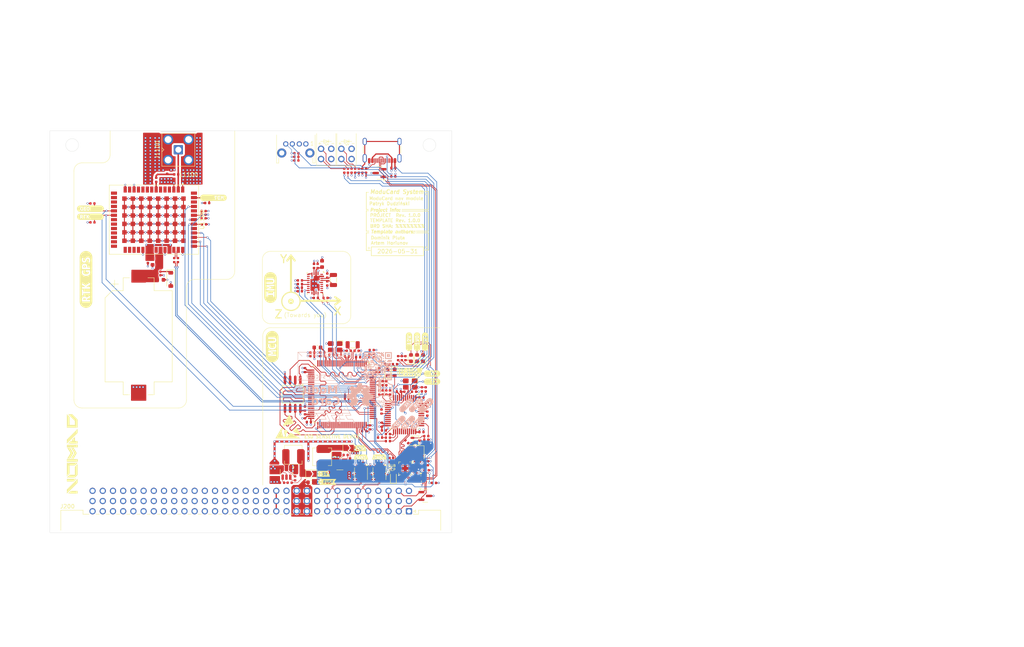
<source format=kicad_pcb>
(kicad_pcb (version 20240108) (generator "pcbnew") (generator_version "8.0")
  (title_block (title "ModuCard nav module") (date "2025-02-18") (rev "1.0.0") (company "KoNaR") (comment 1 "Base project author: Dominik Pluta Artem Horiunov") (comment 2 "Patryk Dudziński") (comment 3 "Project author"))
  (layers (0 "F.Cu" signal) (1 "In1.Cu" signal) (2 "In2.Cu" signal) (31 "B.Cu" signal) (34 "B.Paste" user) (35 "F.Paste" user) (36 "B.SilkS" user "B.Silkscreen") (37 "F.SilkS" user "F.Silkscreen") (38 "B.Mask" user) (39 "F.Mask" user) (44 "Edge.Cuts" user))
  (property "SHEETTOTAL" "5")
  (net 0 "")
  (net 1 "+3V3")
  (net 2 "GND")
  (net 3 "/ST-LINK/STLINK-RST")
  (net 4 "/ST-LINK/STLINK-OSC_IN")
  (net 5 "/ST-LINK/STLINK-OSC_OUT")
  (net 6 "+5V")
  (net 7 "/ST-LINK/LED")
  (net 8 "/MCU/OSC_IN")
  (net 9 "/ST-LINK/STLINK-BOOT0")
  (net 10 "/MCU/OSC_OUT")
  (net 11 "/MCU/BOOT0")
  (net 12 "/MCU/NRST")
  (net 13 "/ST-LINK/DIO")
  (net 14 "/ST-LINK/CLK")
  (net 15 "+12V_FUSED")
  (net 16 "/ST-LINK/STLINK_RX")
  (net 17 "/ST-LINK/USB_RENUM")
  (net 18 "Net-(U302-3V3)")
  (net 19 "/USB/VBUS_IN")
  (net 20 "/ST-LINK/STLINK_TX")
  (net 21 "/Backplane/GPIOC0")
  (net 22 "/MCU/USR_BUTTON")
  (net 23 "/ST-LINK/SWO")
  (net 24 "Net-(D700-Pad2)")
  (net 25 "Net-(D701-Pad1)")
  (net 26 "Net-(Q700-B)")
  (net 27 "Net-(Q700-E)")
  (net 28 "/MCU/SWD.~{RST}")
  (net 29 "Net-(U500-STB)")
  (net 30 "Net-(U600-STB)")
  (net 31 "/MCU/SWD.SWCLK")
  (net 32 "/ST-LINK/ST-LINK.D+")
  (net 33 "/MCU/SWD.SWDIO")
  (net 43 "Net-(D301-Pad1)")
  (net 50 "/MCU/QSPI1.SCLK")
  (net 59 "/MCU/QSPI1.IO3")
  (net 61 "/MCU/USB_MCU.D-")
  (net 62 "/USB/USB2S.D-")
  (net 63 "Net-(U302-PGANG)")
  (net 64 "/MCU/USB_MCU.D+")
  (net 65 "/USB/USB2S.D+")
  (net 66 "/USB-hub/USB_MCU_R.D-")
  (net 67 "/ST-LINK/ST-LINK.D-")
  (net 68 "/USB-hub/USB_MCU_R.D+")
  (net 69 "/Backplane/BACKPLANE.D+")
  (net 70 "/Backplane/BACKPLANE.D-")
  (net 71 "/MCU/QSPI1.CS")
  (net 72 "/USB-hub/USBOUT1_R.D-")
  (net 73 "/USB-hub/USBOUT1_R.D+")
  (net 74 "+12V")
  (net 75 "Net-(U700-PA0)")
  (net 76 "Net-(U700-PA5)")
  (net 77 "Net-(U700-PC13)")
  (net 78 "Net-(U700-PC14)")
  (net 79 "Net-(U700-PB0)")
  (net 81 "Net-(U700-PB14)")
  (net 82 "Net-(U700-PB12)")
  (net 83 "Net-(U700-PB13)")
  (net 84 "/USB-hub/USBIN1.D+")
  (net 85 "Net-(U302-XO)")
  (net 86 "Net-(U302-XI)")
  (net 87 "/USB-hub/USBIN1.D-")
  (net 88 "/Backplane/GPIOL5")
  (net 89 "/Backplane/CAN1.+")
  (net 90 "/Backplane/CAN2.-")
  (net 91 "/Backplane/GPIOL3")
  (net 92 "/Backplane/CAN2.+")
  (net 93 "/Backplane/GPIOL6")
  (net 94 "/Backplane/GPIOR8")
  (net 95 "/Backplane/GPIOL2")
  (net 96 "/Backplane/GPIOR0")
  (net 97 "/Backplane/GPIOR3")
  (net 98 "/MCU/QSPI1.IO0")
  (net 99 "/Backplane/GPIOR15")
  (net 100 "/Backplane/GPIOL10")
  (net 101 "/Backplane/GPIOL12")
  (net 102 "/Backplane/GPIOC9")
  (net 103 "/Backplane/GPIOR5")
  (net 104 "/Backplane/GPIOR2")
  (net 105 "/MCU/OSC32_OUT")
  (net 106 "/MCU/QSPI1.IO2")
  (net 108 "/Backplane/CAN1.-")
  (net 109 "/MCU/QSPI1.IO1")
  (net 110 "/Backplane/GPIOL9")
  (net 111 "/Backplane/GPIOL0")
  (net 112 "/Backplane/GPIOL14")
  (net 113 "/Backplane/GPIOL11")
  (net 114 "/Backplane/GPIOC4")
  (net 115 "/Backplane/GPIOL8")
  (net 116 "/MCU/BOOT_EN")
  (net 118 "/Backplane/GPIOC11")
  (net 119 "/Backplane/GPIOR6")
  (net 120 "/Backplane/GPIOR1")
  (net 121 "/Backplane/GPIOR11")
  (net 123 "/Backplane/GPIOL15")
  (net 124 "/Backplane/GPIOR4")
  (net 125 "/Backplane/GPIOL13")
  (net 126 "/Backplane/GPIOC6")
  (net 127 "/Backplane/GPIOC10")
  (net 128 "/Backplane/GPIOL7")
  (net 129 "/Backplane/GPIOR9")
  (net 130 "/MCU/OSC32_IN")
  (net 131 "/Backplane/GPIOC15")
  (net 132 "/Backplane/GPIOR10")
  (net 151 "/Backplane/GPIOC3")
  (net 152 "+24V")
  (net 153 "/Backplane/GPIOC2")
  (net 154 "/Backplane/GPIOR12")
  (net 155 "/Backplane/GPIOL4")
  (net 156 "/Backplane/GPIOC7")
  (net 157 "/Backplane/GPIOC12")
  (net 158 "/Backplane/GPIOC8")
  (net 159 "/Backplane/GPIOC14")
  (net 160 "/Backplane/GPIOC1")
  (net 161 "/Backplane/GPIOC13")
  (net 162 "/Backplane/GPIOL1")
  (net 163 "/Backplane/GPIOR7")
  (net 164 "/Backplane/GPIOC5")
  (net 165 "/Backplane/GPIOR13")
  (net 166 "/Backplane/GPIOR14")
  (net 168 "/MCU/VCAP_2")
  (net 171 "/MCU/VCAP_1")
  (net 173 "/CAN transceiver 1/CAN.TX")
  (net 188 "/CAN transceiver 1/CAN.RX")
  (net 189 "/CAN transceiver 2/CAN.TX")
  (net 190 "/CAN transceiver 2/CAN.RX")
  (net 191 "Net-(D400-Pad1)")
  (net 192 "/USB/CC1")
  (net 193 "/USB/CC2")
  (net 194 "Net-(J800-SHIELD)")
  (net 197 "Net-(U801-SEL)")
  (net 198 "Net-(U801-~{OE})")
  (net 199 "/Power/SW_5V0")
  (net 200 "/Power/VBST_5V0")
  (net 201 "/Power/VBST_3V3")
  (net 202 "/Power/SW_3V3")
  (net 203 "/Power/FB_5V0")
  (net 204 "/Power/FB_3V3")
  (net 205 "/MCU/USR_BTN")
  (net 206 "/MCU/USER_LED_1")
  (net 207 "/MCU/USER_LED_2")
  (net 208 "/MCU/STATUS_LED")
  (net 209 "Net-(LED300-Pad1)")
  (net 210 "Net-(LED300-Pad3)")
  (net 211 "Net-(LED301-Pad1)")
  (net 212 "Net-(LED301-Pad3)")
  (net 213 "Net-(D401-Pad1)")
  (net 214 "Net-(D402-Pad1)")
  (net 215 "+5V_STDBY")
  (net 216 "/Power/+5V_UNPROTEC")
  (net 217 "/Power/+3V3_UNPROTEC")
  (net 218 "/MCU/+VDDA")
  (net 219 "Net-(U1200-CAP)")
  (net 220 "Net-(D1100-Pad1)")
  (net 221 "Net-(D1101-Pad1)")
  (net 222 "Net-(D1102-Pad1)")
  (net 223 "Net-(D1103-Pad1)")
  (net 224 "Net-(U1200-~{BOOT_LOAD_PIN})")
  (net 232 "/GPS-RTK/V_BCKP")
  (net 248 "/GPS-RTK/NRST")
  (net 249 "/GPS-RTK/RF_")
  (net 250 "/GPS-RTK/RF_IN")
  (net 251 "/GPS-RTK/VCC_RF")
  (net 252 "/GPS-RTK/USB_GPS.D+")
  (net 253 "/USB-hub/USB_GPS_.D+")
  (net 254 "/GPS-RTK/USB_GPS.D-")
  (net 255 "/USB-hub/USB_GPS_.D-")
  (net 256 "/GPS-RTK/GPS_SPI.CLK")
  (net 257 "/GPS-RTK/GPS_SPI.CS")
  (net 270 "/IMU/OSC32_OUT")
  (net 271 "/IMU/OSC32_IN")
  (net 273 "/GPS-RTK/GPS_NRESET")
  (net 274 "/IMU/IMU_NRESET")
  (net 276 "/GPS-RTK/GPS_EXINTERUPT")
  (net 278 "/GPS-RTK/GPS_MODE_SELECT")
  (net 279 "/GPS-RTK/GPS_SPI.MISO")
  (net 280 "/GPS-RTK/GPS_GEOFENCE_STAT")
  (net 281 "/GPS-RTK/GPS_RTK_STAT")
  (net 282 "/IMU/NRESET")
  (net 283 "/IMU/IMU_I2C.SDA")
  (net 284 "/IMU/IMU_I2C.SCL")
  (net 285 "/IMU/IMU_EXINTERUPT")
  (net 288 "/GPS-RTK/TIMEPULSE")
  (net 290 "/GPS-RTK/GPS_SPI.MOSI")
  (net 291 "/GPS-RTK/GPS_UART.TX")
  (net 292 "/GPS-RTK/GPS_UART.RX")
  (footprint "kibuzzard-67B37005" (layer "F.Cu") (at 132.75 103.775 90)
    (property "Reference" "kibuzzard-67B37005" (hide yes))
    (property "Value" "G***" (hide yes))
  )
  (footprint "PCM_JLCPCB:FC-135R_L3.2-W1.5" (layer "F.Cu") (at 109.93 88.435001 90)
    (property "Reference" "X1200" (hide yes))
    (property "Value" "Q13FC1350000400")
  )
  (footprint "Inductor_SMD:L_Changjiang_FXL0420" (layer "F.Cu") (at 107.12072 132.421542 90)
    (property "Reference" "L301" (hide yes))
    (property "Value" "3.3uH")
  )
  (footprint "kibuzzard-67B643DE" (layer "F.Cu") (at 116.77 132.485001)
    (property "Reference" "kibuzzard-67B643DE" (hide yes))
    (property "Value" "G***" (hide yes))
  )
  (footprint "Jumper:SolderJumper-2_P1.3mm_Open_TrianglePad1.0x1.5mm" (layer "F.Cu") (at 104.45 136.675)
    (property "Reference" "JP300" (hide yes))
    (property "Value" "Test Buck Vout" (hide yes))
  )
  (footprint "TestPoint:TestPoint_Pad_D1.0mm" (layer "F.Cu") (at 132.75 105.325)
    (property "Reference" "TP302" (hide yes))
    (property "Value" "TestPoint")
  )
  (footprint "PCM_JLCPCB:C_0402" (layer "F.Cu") (at 63.77 83.685001 -90)
    (property "Reference" "C1101" (hide yes))
    (property "Value" "100nF")
  )
  (footprint "FixLed307:FixLed307" (layer "F.Cu") (at 108.15 55.785)
    (property "Reference" "LED300" (hide yes))
    (property "Value" "FixLed307")
  )
  (footprint "Inductor_SMD:L_0402_1005Metric" (layer "F.Cu") (at 70.81 62.155001 180)
    (property "Reference" "L1100")
    (property "Value" "120n")
  )
  (footprint "PCM_JLCPCB:R_0402" (layer "F.Cu") (at 126.85 132.125 -90)
    (property "Reference" "R903" (hide yes))
    (property "Value" "22Ω" (hide yes))
  )
  (footprint "PCM_JLCPCB:R_0402" (layer "F.Cu") (at 126.7 138.375 180)
    (property "Reference" "R308" (hide yes))
    (property "Value" "1kΩ" (hide yes))
  )
  (footprint "Package_TO_SOT_SMD:SOT-23" (layer "F.Cu") (at 121.45 61.815001 180)
    (property "Reference" "U802" (hide yes))
    (property "Value" "PESD5V0S2BT")
  )
  (footprint "PCM_JLCPCB:R_0402" (layer "F.Cu") (at 70.33 83.475001 -90)
    (property "Reference" "R418" (hide yes))
    (property "Value" "22Ω" (hide yes))
  )
  (footprint "PCM_JLCPCB:C_0402" (layer "F.Cu") (at 119.1 137.575 90)
    (property "Reference" "C501" (hide yes))
    (property "Value" "100nF")
  )
  (footprint "PCM_JLCPCB:R_0402" (layer "F.Cu") (at 123.5 128.525)
    (property "Reference" "R716" (hide yes))
    (property "Value" "22Ω" (hide yes))
  )
  (footprint "PCM_JLCPCB:R_0402" (layer "F.Cu") (at 114.07072 133.321542 -90)
    (property "Reference" "R306" (hide yes))
    (property "Value" "33k2" (hide yes))
  )
  (footprint "PCM_JLCPCB:D_0603" (layer "F.Cu") (at 78.23 67.975001 180)
    (property "Reference" "D1103" (hide yes))
    (property "Value" "Green")
  )
  (footprint "PCM_JLCPCB:D_0603" (layer "F.Cu") (at 124.85 137.575 90)
    (property "Reference" "D301" (hide yes))
    (property "Value" "Red")
  )
  (footprint "PCM_JLCPCB:D_SOD-123" (layer "F.Cu") (at 69.47 88.285001 -90)
    (property "Reference" "D1100" (hide yes))
    (property "Value" "1N4148W")
  )
  (footprint "PCM_JLCPCB:FB_0603" (layer "F.Cu") (at 105.95 105.225 180)
    (property "Reference" "FB400" (hide yes))
    (property "Value" "~")
  )
  (footprint "PCM_JLCPCB:C_0402" (layer "F.Cu") (at 114.55 137.575 90)
    (property "Reference" "C601" (hide yes))
    (property "Value" "100nF")
  )
  (footprint "PCM_JLCPCB:R_0402" (layer "F.Cu") (at 97.15 138.871508 180)
    (property "Reference" "R301" (hide yes))
    (property "Value" "10kΩ" (hide yes))
  )
  (footprint "PCM_JLCPCB:C_0402" (layer "F.Cu") (at 104.7 106.475 180)
    (property "Reference" "C408" (hide yes))
    (property "Value" "10uF")
  )
  (footprint "PCM_JLCPCB:R_0402" (layer "F.Cu") (at 119.1 135.425 90)
    (property "Reference" "R600" (hide yes))
    (property "Value" "10kΩ" (hide yes))
  )
  (footprint "kibuzzard-67B2198C" (layer "F.Cu") (at 134.5 111.725)
    (property "Reference" "kibuzzard-67B2198C" (hide yes))
    (property "Value" "G***" (hide yes))
  )
  (footprint "PCM_JLCPCB:C_0402" (layer "F.Cu") (at 116.075 107.65)
    (property "Reference" "C400" (hide yes))
    (property "Value" "10uF")
  )
  (footprint "kibuzzard-67B643EE" (layer "F.Cu") (at 121.37 132.485001)
    (property "Reference" "kibuzzard-67B643EE" (hide yes))
    (property "Value" "G***" (hide yes))
  )
  (footprint "PCM_JLCPCB:C_0603" (layer "F.Cu") (at 64.93 83.875001 -90)
    (property "Reference" "C1100" (hide yes))
    (property "Value" "10uF")
  )
  (footprint "PCM_JLCPCB:C_0402" (layer "F.Cu") (at 113.75 106.025 180)
    (property "Reference" "C313" (hide yes))
    (property "Value" "18pF")
  )
  (footprint "PCM_JLCPCB:R_0402" (layer "F.Cu") (at 124.85 62.675)
    (property "Reference" "R801" (hide yes))
    (property "Value" "5.1kΩ" (hide yes))
  )
  (footprint "PCM_JLCPCB:C_0402" (layer "F.Cu") (at 116.8 134.025 180)
    (property "Reference" "C600" (hide yes))
    (property "Value" "100nF")
  )
  (footprint "PCM_JLCPCB:C_0402" (layer "F.Cu") (at 107.175 107.375 180)
    (property "Reference" "C407" (hide yes))
    (property "Value" "100nF")
  )
  (footprint "PCM_JLCPCB:C_0402" (layer "F.Cu") (at 115.7 106.025)
    (property "Reference" "C314" (hide yes))
    (property "Value" "18pF")
  )
  (footprint "Package_DFN_QFN:UQFN-10_1.4x1.8mm_P0.4mm" (layer "F.Cu") (at 132.65 137.8)
    (property "Reference" "U801" (hide yes))
    (property "Value" "FSUSB42UMX")
  )
  (footprint "kibuzzard-67B69D00" (layer "F.Cu") (at 80.07 67.975001)
    (property "Reference" "kibuzzard-67B69D00" (hide yes))
    (property "Value" "G***" (hide yes))
  )
  (footprint "kibuzzard-67B6438D" (layer "F.Cu") (at 116.77 130.285001)
    (property "Reference" "kibuzzard-67B6438D" (hide yes))
    (property "Value" "G***" (hide yes))
  )
  (footprint "TestPoint:TestPoint_Pad_D1.0mm" (layer "F.Cu") (at 133.25 113.725 90)
    (property "Reference" "TP701" (hide yes))
    (property "Value" "TestPoint")
  )
  (footprint "PCM_JLCPCB:C_0603" (layer "F.Cu") (at 94.646542 136.991059 -90)
    (property "Reference" "C304" (hide yes))
    (property "Value" "10uF")
  )
  (footprint "PCM_JLCPCB:C_0402" (layer "F.Cu") (at 96.09 134.571508 -90)
    (property "Reference" "C305" (hide yes))
    (property "Value" "100nF")
  )
  (footprint "PCM_JLCPCB:R_0402" (layer "F.Cu") (at 119.45 107.645 180)
    (property "Reference" "R404" (hide yes))
    (property "Value" "100Ω" (hide yes))
  )
  (footprint "PCM_JLCPCB:C_0402" (layer "F.Cu") (at 101.597501 91.234999 180)
    (property "Reference" "C1204" (hide yes))
    (property "Value" "100nF")
  )
  (footprint "Package_TO_SOT_SMD:SOT-23-6" (layer "F.Cu") (at 111.55 134.11805)
    (property "Reference" "U301" (hide yes))
    (property "Value" "TPS563201DDCR" (hide yes))
  )
  (footprint "PCM_JLCPCB:C_0402" (layer "F.Cu") (at 121.4 134.025 180)
    (property "Reference" "C500" (hide yes))
    (property "Value" "100nF")
  )
  (footprint "kibuzzard-67B20BD5" (layer "F.Cu") (at 129.2 111.375)
    (property "Reference" "kibuzzard-67B20BD5" (hide yes))
    (property "Value" "G***" (hide yes))
  )
  (footprint "PCM_JLCPCB:R_0402" (layer "F.Cu") (at 127.75 132.125 -90)
    (property "Reference" "R902" (hide yes))
    (property "Value" "22Ω" (hide yes))
  )
  (footprint "PCM_JLCPCB:D_0603" (layer "F.Cu") (at 129.24 107.875 90)
    (property "Reference" "D400" (hide yes))
    (property "Value" "Green")
  )
  (footprint "Package_TO_SOT_SMD:SOT-23" (layer "F.Cu") (at 132.77 142.162501)
    (property "Reference" "U200" (hide yes))
    (property "Value" "PESD5V0S2BT")
  )
  (footprint "PCM_JLCPCB:R_0402" (layer "F.Cu") (at 121.325 116.425 -90)
    (property "Reference" "R700" (hide yes))
    (property "Value" "100kΩ" (hide yes))
  )
  (footprint "PCM_JLCPCB:R_0402" (layer "F.Cu") (at 100.7284 58.685001)
    (property "Reference" "R405" (hide yes))
    (property "Value" "10kΩ" (hide yes))
  )
  (footprint "PCM_JLCPCB:R_0402" (layer "F.Cu") (at 114.45 61.225 90)
    (property "Reference" "R409" (hide yes))
    (property "Value" "120Ω" (hide yes))
  )
  (footprint "PCM_JLCPCB:R_0402" (layer "F.Cu") (at 113.55 61.225 90)
    (property "Reference" "R400" (hide yes))
    (property "Value" "1.2kΩ" (hide yes))
  )
  (footprint "Connector_Coaxial:SMA_Amphenol_901-143_Horizontal" (layer "F.Cu") (at 71.35 56.015001)
    (property "Reference" "J1100")
    (property "Value" "Conn_Coaxial")
    (fp_line (start 4.3 -4.5) (end -4.3 -4.5) (stroke (width 0.1)) (layer "Edge.Cuts"))
  )
  (footprint "PCM_JLCPCB:R_0402" (layer "F.Cu") (at 126.95 107.875 90)
    (property "Reference" "R411" (hide yes))
    (property "Value" "470Ω" (hide yes))
  )
  (footprint "Symbol:ESD-Logo_6.6x6mm_SilkScreen" (layer "F.Cu") (at 98.77 124.885001)
    (property "Reference" "REF**" (hide yes))
    (property "Value" "ESD-Logo_6.6x6mm_SilkScreen" (hide yes))
  )
  (footprint "PCM_JLCPCB:R_0402" (layer "F.Cu") (at 105.11 84.935002 -90)
    (property "Reference" "R1200" (hide yes))
    (property "Value" "10kΩ" (hide yes))
  )
  (footprint "PCM_JLCPCB:R_0402" (layer "F.Cu") (at 49.97 69.385001 180)
    (property "Reference" "R1105" (hide yes))
    (property "Value" "220Ω" (hide yes))
  )
  (footprint "PCM_JLCPCB:C_0402" (layer "F.Cu") (at 123.1 114.1 -90)
    (property "Reference" "C410" (hide yes))
    (property "Value" "4.7uF")
  )
  (footprint "kibuzzard-67B69E2F" (layer "F.Cu") (at 48.37 88.285001 90)
    (property "Reference" "kibuzzard-67B69E2F" (hide yes))
    (property "Value" "G***" (hide yes))
  )
  (footprint "PCM_JLCPCB:D_0603" (layer "F.Cu") (at 125.175 111.45 -90)
    (property "Reference" "D701" (hide yes))
    (property "Value" "Green")
  )
  (footprint "kibuzzard-67B63E8D" (layer "F.Cu") (at 108.37 138.685001)
    (property "Reference" "kibuzzard-67B63E8D" (hide yes))
    (property "Value" "G***" (hide yes))
  )
  (footprint "PCM_JLCPCB:R_0402" (layer "F.Cu") (at 77.630001 72.175001 180)
    (property "Reference" "R1103" (hide yes))
    (property "Value" "22Ω" (hide yes))
  )
  (footprint "PCM_JLCPCB:R_0402" (layer "F.Cu") (at 124 116.425 -90)
    (property "Reference" "R701" (hide yes))
    (property "Value" "10kΩ" (hide yes))
  )
  (footprint "PCM_JLCPCB:C_0402" (layer "F.Cu") (at 121.275 110.85 -90)
    (property "Reference" "C405" (hide yes))
    (property "Value" "100nF")
  )
  (footprint "PCM_JLCPCB:C_0603" (layer "F.Cu") (at 101.4 136.171508 180)
    (property "Reference" "C301" (hide yes))
    (property "Value" "10uF")
  )
  (footprint "PCM_JLCPCB:C_0402" (layer "F.Cu") (at 100.4 137.781508 90)
    (property "Reference" "C300" (hide yes))
    (property "Value" "100nF")
  )
  (footprint "PCM_JLCPCB:D_0603" (layer "F.Cu") (at 132.24 107.875 90)
    (property "Reference" "D402" (hide yes))
    (property "Value" "Green")
  )
  (footprint "PCM_JLCPCB:CRYSTAL-SMD_4P-L3.2-W2.5-BL" (layer "F.Cu") (at 129.05 114.325 180)
    (property "Reference" "Y700" (hide yes))
    (property "Value" "8 MHz")
  )
  (footprint "Package_QFP:LQFP-48_7x7mm_P0.5mm" (layer "F.Cu") (at 127.65 121.925 -90)
    (property "Reference" "U700" (hide yes))
    (property "Value" "STM32F103CBTx")
  )
  (footprint "TestPoint:TestPoint_Pad_D1.0mm" (layer "F.Cu") (at 133.25 111.725 90)
    (property "Reference" "TP700" (hide yes))
    (property "Value" "TestPoint")
  )
  (footprint "PCM_JLCPCB:C_0402" (layer "F.Cu") (at 108.410002 89.285001 -90)
    (property "Reference" "C1202" (hide yes))
    (property "Value" "18pF")
  )
  (footprint "PCM_JLCPCB:R_0402" (layer "F.Cu") (at 123.35 109.375)
    (property "Reference" "R707" (hide yes))
    (property "Value" "10kΩ" (hide yes))
  )
  (footprint "kibuzzard-67B37472" (layer "F.Cu") (at 130.75 103.775 90)
    (property "Reference" "kibuzzard-67B37472" (hide yes))
    (property "Value" "G***" (hide yes))
  )
  (footprint "Package_QFP:LQFP-100_14x14mm_P0.5mm" (layer "F.Cu") (at 112.075 116.85 -90)
    (property "Reference" "U400" (hide yes))
    (property "Value" "STM32H750VBTx")
  )
  (footprint "PCM_JLCPCB:C_0402" (layer "F.Cu") (at 104.7 107.375 180)
    (property "Reference" "C409" (hide yes))
    (property "Value" "100nF")
  )
  (footprint "PCM_JLCPCB:C_0402" (layer "F.Cu") (at 128.1 116.235 180)
    (property "Reference" "C708" (hide yes))
    (property "Value" "33pF" (hide yes))
  )
  (footprint "PCM_JLCPCB:R_0402" (layer "F.Cu") (at 132.9 115.625 -90)
    (property "Reference" "R705" (hide yes))
    (property "Value" "10kΩ" (hide yes))
  )
  (footprint "PCM_JLCPCB:R_0402" (layer "F.Cu") (at 66.370001 86.335001 180)
    (property "Reference" "R1100" (hide yes))
    (property "Value" "1kΩ" (hide yes))
  )
  (footprint "PCM_JLCPCB:R_0402" (layer "F.Cu") (at 114.07072 135.221542 -90)
    (property "Reference" "R307" (hide yes))
    (property "Value" "10kΩ" (hide yes))
  )
  (footprint "PCM_JLCPCB:D_0603" (layer "F.Cu") (at 51.27 70.685001)
    (property "Reference" "D1101" (hide yes))
    (property "Value" "Green")
  )
  (footprint "PCM_JLCPCB:R_0402" (layer "F.Cu") (at 133.05 128.175)
    (property "Reference" "R711" (hide yes))
    (property "Value" "39kΩ" (hide yes))
  )
  (footprint "PCM_JLCPCB:R_0402" (layer "F.Cu") (at 133.05 127.275)
    (property "Reference" "R710" (hide yes))
    (property "Value" "100Ω" (hide yes))
  )
  (footprint "PCM_JLCPCB:R_0402" (layer "F.Cu") (at 123.5 127.65)
    (property "Reference" "R715" (hide yes))
    (property "Value" "22Ω" (hide yes))
  )
  (footprint "PCM_JLCPCB:R_0402" (layer "F.Cu") (at 49.98 74.085001 180)
    (property "Reference" "R1106" (hide yes))
    (property "Value" "220Ω" (hide yes))
  )
  (footprint "PCM_JLCPCB:C_0402" (layer "F.Cu") (at 116.25 61.225 -90)
    (property "Reference" "C801" (hide yes))
    (property "Value" "100nF")
  )
  (footprint "TestPoint:TestPoint_Pad_D1.0mm" (layer "F.Cu") (at 128.75 105.325)
    (property "Reference" "TP300" (hide yes))
    (property "Value" "TestPoint")
  )
  (footprint "PCM_JLCPCB:C_0402" (layer "F.Cu") (at 102.875 110.85 90)
    (property "Reference" "C402" (hide yes))
    (property "Value" "100nF")
  )
  (footprint "PCM_JLCPCB:C_0402" (layer "F.Cu") (at 68.57 61.485001 -90)
    (property "Reference" "C1104" (hide yes))
    (property "Value" "47pF")
  )
  (footprint "Jumper:SolderJumper-2_P1.3mm_Open_TrianglePad1.0x1.5mm" (layer "F.Cu") (at 113.69572 130.225)
    (property "Reference" "JP301" (hide yes))
    (property "Value" "Test Buck Vout")
  )
  (footprint "Connector_USB:USB_C_Receptacle_GCT_USB4105-xx-A_16P_TopMnt_Horizontal" (layer "F.Cu") (at 122.05 55.035 180)
    (property "Reference" "J800" (hide yes))
    (property "Value" "USB_C_Receptacle_USB2.0_16P")
  )
  (footprint "PCM_JLCPCB:C_0402" (layer "F.Cu") (at 109.77072 136.281542)
    (property "Reference" "C311" (hide yes))
    (property "Value" "100nF")
  )
  (footprint "PCM_JLCPCB:C_0402" (layer "F.Cu") (at 77.630001 71.275001)
    (property "Reference" "C1105" (hide yes))
    (property "Value" "100nF")
  )
  (footprint "kibuzzard-67B69E78" (layer "F.Cu") (at 94.27 90.305001 90)
    (property "Reference" "kibuzzard-67B69E78" (hide yes))
    (property "Value" "G***" (hide yes))
  )
  (footprint "kibuzzard-67B69BE3" (layer "F.Cu") (at 49.459999 72.685001)
    (property "Reference" "kibuzzard-67B69BE3" (hide yes))
    (property "Value" "G***" (hide yes))
  )
  (footprint "kibuzzard-67B219C6" (layer "F.Cu") (at 134.5 113.725)
    (property "Reference" "kibuzzard-67B219C6" (hide yes))
    (property "Value" "G***" (hide yes))
  )
  (footprint "TestPoint:TestPoint_Pad_D1.0mm" (layer "F.Cu") (at 130.75 105.325)
    (property "Reference" "TP301" (hide yes))
    (property "Value" "TestPoint")
  )
  (footprint "PCM_JLCPCB:C_0402" (layer "F.Cu") (at 130 116.225)
    (property "Reference" "C707" (hide yes))
    (property "Value" "33pF")
  )
  (footprint "PCM_JLCPCB:R_0402" (layer "F.Cu") (at 123.9 133.225 -90)
    (property "Reference" "R901" (hide yes))
    (property "Value" "22Ω" (hide yes))
  )
  (footprint "PCM_JLCPCB:R_0402" (layer "F.Cu") (at 133.05 129.075 180)
    (property "Reference" "R709" (hide yes))
    (property "Value" "10kΩ" (hide yes))
  )
  (footprint "PCM_JLCPCB:R_0402" (layer "F.Cu") (at 117.15 61.225 -90)
    (property "Reference" "R805" (hide yes))
    (property "Value" "330Ω" (hide yes))
  )
  (footprint "PCM_JLCPCB:R_0402" (layer "F.Cu") (at 118.05 61.225 -90)
    (property "Reference" "R800" (hide yes))
    (property "Value" "5.1kΩ" (hide yes))
  )
  (footprint "PCM_JLCPCB:C_0603" (layer "F.Cu") (at 112.20072 136.481542)
    (property "Reference" "C310" (hide yes))
    (property "Value" "10uF")
  )
  (footprint "PCM_JLCPCB:R_0402" (layer "F.Cu") (at 122.2 114.1 -90)
    (property "Reference" "R402" (hide yes))
    (property "Value" "10kΩ" (hide yes))
  )
  (footprint "PCM_JLCPCB:R_0402" (layer "F.Cu") (at 133.3 121.675 90)
    (property "Reference" "R702" (hide yes))
    (property "Value" "100kΩ" (hide yes))
  )
  (footprint "PCM_JLCPCB:C_0402" (layer "F.Cu") (at 106.01 84.935 90)
    (property "Reference" "C1201" (hide yes))
    (property "Value" "100nF")
  )
  (footprint "PCM_JLCPCB:C_0603" (layer "F.Cu") (at 112.190271 137.725)
    (property "Reference" "C309" (hide yes))
    (property "Value" "10uF")
  )
  (footprint "PCM_JLCPCB:C_0402" (layer "F.Cu") (at 130.45 134.075 90)
    (property "Reference" "C900" (hide yes))
    (property "Value" "100nF")
  )
  (footprint "PCM_JLCPCB:C_0402" (layer "F.Cu") (at 118.975 125.1 -90)
    (property "Reference" "C404" (hide yes))
    (property "Value" "100nF")
  )
  (footprint "PCM_JLCPCB:R_0402" (layer "F.Cu") (at 132.55 134.025 -90)
    (property "Reference" "R802" (hide yes))
    (property "Value" "10kΩ" (hide yes))
  )
  (footprint "PCM_JLCPCB:C_0402" (layer "F.Cu") (at 131.85 117.625)
    (property "Reference" "C701" (hide yes))
    (property "Value" "100nF")
  )
  (footprint "Battery:BatteryHolder_Keystone_1060_1x2032" (layer "F.Cu") (at 61.47 102.435001 -90)
    (property "Reference" "BAT1100" (hide yes))
    (property "Value" "CR2032")
  )
  (footprint "kibuzzard-67B69F23" (layer "F.Cu") (at 94.7 105.015001 90)
    (property "Reference" "kibuzzard-67B69F23" (hide yes))
    (property "Value" "G***" (hide yes))
  )
  (footprint "PCM_JLCPCB:R_0402" (layer "F.Cu") (at 99.05 138.871508 180)
    (property "Reference" "R300" (hide yes))
    (property "Value" "54k9" (hide yes))
  )
  (footprint "PCM_JLCPCB:R_0402" (layer "F.Cu") (at 101.5975 90.335002)
    (property "Reference" "R1201" (hide yes))
    (property "Value" "10kΩ" (hide yes))
  )
  (footprint "Connector_DIN:DIN41612_R_3x32_Female_Horizontal_THT" (layer "F.Cu") (at 128.74 145.975 180)
    (property "Reference" "J200")
    (property "Value" "09031967921")
  )
  (footprint "PCM_JLCPCB:R_0402" (layer "F.Cu") (at 77.630001 73.075001 180)
    (property "Reference" "R1101" (hide yes))
    (property "Value" "10kΩ" (hide yes))
  )
  (footprint "PCM_JLCPCB:C_0402" (layer "F.Cu") (at 122.5 125.875)
    (property "Reference" "C700" (hide yes))
    (property "Value" "1uF")
  )
  (footprint "PCM_JLCPCB:R_0402" (layer "F.Cu") (at 123.65 137.575 90)
    (property "Reference" "R500" (hide yes))
    (property "Value" "10kΩ" (hide yes))
  )
  (footprint "kicad-footprints:logoMsmall" (layer "F.Cu") (at 44.97 131.685001 90)
    (property "Reference" "G***" (hide yes))
    (property "Value" "LOGO" (hide yes))
  )
  (footprint "PCM_JLCPCB:C_0402" (layer "F.Cu") (at 107.175 106.475 180)
    (property "Reference" "C406" (hide yes))
    (property "Value" "10uF")
  )
  (footprint "PCM_JLCPCB:C_0402" (layer "F.Cu") (at 109.425 107.025 180)
    (property "Reference" "C411" (hide yes))
    (property "Value" "22pF")
  )
  (footprint "PCM_JLCPCB:C_0402" (layer "F.Cu") (at 133.29 119.4225 -90)
    (property "Reference" "C704" (hide yes))
    (property "Value" "100nF" (hide yes))
  )
  (footprint "PCM_JLCPCB:C_0402" (layer "F.Cu") (at 101.61 88.535002 180)
    (property "Reference" "C1205" (hide yes))
    (property "Value" "100nF")
  )
  (footprint "PCM_JLCPCB:C_0402" (layer "F.Cu") (at 131.35 134.075 90)
    (property "Reference" "C902" (hide yes))
    (property "Value" "10uF")
  )
  (footprint "PCM_JLCPCB:C_0402" (layer "F.Cu") (at 133.15 135.775)
    (property "Reference" "C312" (hide yes))
    (property "Value" "100nF")
  )
  (footprint "PCM_JLCPCB:C_0402" (layer "F.Cu") (at 122.01 124.4275 90)
    (property "Reference" "C702" (hide yes))
    (property "Value" "100nF" (hide yes))
  )
  (footprint "PCM_JLCPCB:R_0402" (layer "F.Cu") (at 131.95 115.625 -90)
    (property "Reference" "R706" (hide yes))
    (property "Value" "10kΩ" (hide yes))
  )
  (footprint "PCM_JLCPCB:R_0402" (layer "F.Cu") (at 133.45 134.025 90)
    (property "Reference" "R803" (hide yes))
    (property "Value" "22kΩ" (hide yes))
  )
  (footprint "PCM_JLCPCB:C_0603" (layer "F.Cu") (at 66.87 88.385001)
    (property "Reference" "C1102" (hide yes))
    (property "Value" "10uF")
  )
  (footprint "PCM_JLCPCB:C_0603" (layer "F.Cu") (at 110.108674 130.971542 -90)
    (property "Reference" "C307" (hide yes))
    (property "Value" "22uF")
  )
  (footprint "PCM_JLCPCB:C_0402" (layer "F.Cu") (at 112.98072 131.971542 180)
    (property "Reference" "C306" (hide yes))
    (property "Value" "100nF")
  )
  (footprint "PCM_JLCPCB:R_0402" (layer "F.Cu") (at 121.3 114.1 90)
    (property "Reference" "R401" (hide yes))
    (property "Value" "1kΩ" (hide yes))
  )
  (footprint "PCM_JLCPCB:F_0603" (layer "F.Cu") (at 104.4 138.775)
    (property "Reference" "F300" (hide yes))
    (property "Value" "1.5A")
  )
  (footprint "PCM_JLCPCB:R_0402" (layer "F.Cu") (at 123.5 126.775)
    (property "Reference" "R714" (hide yes))
    (property "Value" "100Ω" (hide yes))
  )
  (footprint "kibuzzard-67B643AC" (layer "F.Cu") (at 107.569999 136.661405)
    (property "Reference" "kibuzzard-67B643AC" (hide yes))
    (property "Value" "G***" (hide yes))
  )
  (footprint "PCM_JLCPCB:R_0402" (layer "F.Cu") (at 124.8 133.225 -90)
    (property "Reference" "R900" (hide yes))
    (property "Value" "22Ω" (hide yes))
  )
  (footprint "PCM_JLCPCB:C_0402" (layer "F.Cu") (at 117.575 126.05)
    (property "Reference" "C414" (hide yes))
    (property "Value" "2.2uF")
  )
  (footprint "TL2243:TL2243" (layer "F.Cu") (at 100.58 56.825)
    (property "Reference" "SW400" (hide yes))
    (property "Value" "TL2243")
  )
  (footprint "PCM_JLCPCB:R_0402" (layer "F.Cu") (at 107.97 92.885001 180)
    (property "Reference" "R427" (hide yes))
    (property "Value" "4.7kΩ" (hide yes))
  )
  (footprint "Package_SON:HVSON-8-1EP_3x3mm_P0.65mm_EP1.6x2.4mm" (layer "F.Cu") (at 116.8 136.625 -90)
    (property "Reference" "U600" (hide yes))
    (property "Value" "TJA1044GTK_3Z")
  )
  (footprint "PCM_JLCPCB:FC-135R_L3.2-W1.5" (layer "F.Cu") (at 114.725 104.55)
    (property "Reference" "X300" (hide yes))
    (property "Value" "Q13FC1350000400")
  )
  (footprint "PCM_JLCPCB:R_0402" (layer "F.Cu") (at 100.7284 56.885001 180)
    (property "Reference" "R406" (hide yes))
    (property "Value" "100Ω" (hide yes))
  )
  (footprint "PCM_JLCPCB:R_0402" (layer "F.Cu") (at 126.05 107.875 90)
    (property "Reference" "R412" (hide yes))
    (property "Value" "220Ω" (hide yes))
  )
  (footprint "PCM_JLCPCB:C_0402" (layer "F.Cu") (at 122.2 116.425 90)
    (property "Reference" "C706" (hide yes))
    (property "Value" "100nF")
  )
  (footprint "PCM_JLCPCB:C_0402" (layer "F.Cu") (at 124.85 60.525)
    (property "Reference" "C800" (hide yes))
    (property "Value" "100nF")
  )
  (footprint "PCM_JLCPCB:C_0603" (layer "F.Cu") (at 101.4 134.909462 180)
    (property "Reference" "C302" (hide yes))
    (property "Value" "10uF")
  )
  (footprint "PCM_JLCPCB:R_0402" (layer "F.Cu") (at 101.61 89.435002)
    (property "Reference" "R1202" (hide yes))
    (property "Value" "22Ω" (hide yes))
  )
  (footprint "PCM_JLCPCB:R_0402" (layer "F.Cu") (at 65.84 63.505001 -90)
    (property "Reference" "R1102" (hide yes))
    (property "Value" "10Ω" (hide yes))
  )
  (footprint "PCM_JLCPCB:C_0402" (layer "F.Cu") (at 113.325 107.475)
    (property "Reference" "C401" (hide yes))
    (property "Value" "100nF")
  )
  (footprint "PCM_JLCPCB:C_0402" (layer "F.Cu") (at 126.2 116.235)
    (property "Reference" "C705" (hide yes))
    (property "Value" "100nF" (hide yes))
  )
  (footprint "PCM_JLCPCB:R_0402" (layer "F.Cu") (at 128.2 128.675 135)
    (property "Reference" "R712" (hide yes))
    (property "Value" "1.2kΩ" (hide yes))
  )
  (footprint "kibuzzard-67B37418" (layer "F.Cu") (at 128.75 103.775 90)
    (property "Reference" "kibuzzard-67B37418" (hide yes))
    (property "Value" "G***" (hide yes))
  )
  (footprint "PCM_JLCPCB:R_0402" (layer "F.Cu") (at 105.57 92.885001)
    (property "Reference" "R426" (hide yes))
    (property "Value" "4.7kΩ" (hide yes))
  )
  (footprint "PCM_JLCPCB:CRYSTAL-SMD_4P-L3.2-W2.5-BL" (layer "F.Cu") (at 110.375 105.05 180)
    (property "Reference" "X400" (hide yes))
    (property "Value" "X322512MSB4SI")
  )
  (footprint "RF_GPS:ublox_ZED" (layer "F.Cu") (at 65.28 73.425002 -90)
    (property "Reference" "U1100")
    (property "Value" "ZED-F9P")
  )
  (footprint "PCM_JLCPCB:R_0402" (layer "F.Cu") (at 121.9 121.175 -90)
    (property "Reference" "R708" (hide yes))
    (property "Value" "22Ω" (hide yes))
  )
  (footprint "PCM_JLCPCB:C_0402" (layer "F.Cu") (at 103.825 123.75 180)
    (property "Reference" "C403" (hide yes))
    (property "Value" "100nF")
  )
  (footprint "PCM_JLCPCB:R_0402" (layer "F.Cu") (at 127.85 107.875 90)
    (property "Reference" "R410" (hide yes))
    (property "Value" "2.2kΩ" (hide yes))
  )
  (footprint "PCM_JLCPCB:C_0402" (layer "F.Cu") (at 66.37 87.235001)
    (property "Reference" "C1103" (hide yes))
    (property "Value" "100nF")
  )
  (footprint "Crystal:Crystal_SMD_3225-4Pin_3.2x2.5mm" (layer "F.Cu") (at 130.5 131.325 180)
    (property "Reference" "Y900" (hide yes))
    (property "Value" "12Mhz")
  )
  (footprint "Package_SON:HVSON-8-1EP_3x3mm_P0.65mm_EP1.6x2.4mm" (layer "F.Cu") (at 121.4 136.625 -90)
    (property "Reference" "U500" (hide yes))
    (property "Value" "TJA1044GTK_3Z")
  )
  (footprint "PCM_JLCPCB:R_0402" (layer "F.Cu") (at 125.25 109.375)
    (property "Reference" "R713" (hide yes))
    (property "Value" "10kΩ" (hide yes))
  )
  (footprint "PCM_JLCPCB:C_0603" (layer "F.Cu") (at 107.11 84.435002 90)
    (property "Reference" "C1200" (hide yes))
    (property "Value" "10uF")
  )
  (footprint "PCM_JLCPCB:C_0402" (layer "F.Cu") (at 111.325 107.025)
    (property "Reference" "C412" (hide yes))
    (property "Value" "22pF")
  )
  (footprint "PCM_JLCPCB:C_0402" (layer "F.Cu") (at 119.46 105.865)
    (property "Reference" "C415" (hide yes))
    (property "Value" "100nF")
  )
  (footprint "PCM_JLCPCB:SOIC-8_L5.3-W5.3-P1.27-LS8.0-BL" (layer "F.Cu") (at 99.795 116.85 180)
    (property "Reference" "U100" (hide yes))
    (property "Value" "W25Q128")
  )
  (footprint "PCM_JLCPCB:D_0603" (layer "F.Cu") (at 123.425 111.45 90)
    (property "Reference" "D700" (hide yes))
    (property "Value" "Blue")
  )
  (footprint "PCM_JLCPCB:C_0402" (layer "F.Cu") (at 102.875 122.35 -90)
    (property "Reference" "C413" (hide yes))
    (property "Value" "2.2uF")
  )
  (footprint "kibuzzard-67B69BEA" (layer "F.Cu") (at 49.47 70.685001)
    (property "Reference" "kibuzzard-67B69BEA" (hide yes))
    (property "Value" "G***" (hide yes))
  )
  (footprint "Inductor_SMD:L_Changjiang_FXL0420" (layer "F.Cu") (at 99.95 131.921508)
    (property "Reference" "L300" (hide yes))
    (property "Value" "3.3uH")
  )
  (footprint "PCM_JLCPCB:C_0402" (layer "F.Cu") (at 102.85 120.425 90)
    (property "Reference" "C100" (hide yes))
    (property "Value" "100nF")
  )
  (footprint "PCM_JLCPCB:R_0402" (layer "F.Cu") (at 71.23 83.475001 -90)
    (property "Reference" "R416" (hide yes))
    (property "Value" "22Ω" (hide yes))
  )
  (footprint "Package_DFN_QFN:QFN-16-1EP_3x3mm_P0.5mm_EP1.7x1.7mm" (layer "F.Cu") (at 127.8 135.3125 -90)
    (property "Reference" "U302" (hide yes))
    (property "Value" "CH334P")
  )
  (footprint "PCM_JLCPCB:C_0402" (layer "F.Cu") (at 131.85 126.275)
    (property "Reference" "C703" (hide yes))
    (property "Value" "100nF")
  )
  (footprint "PCM_JLCPCB:D_0603" (layer "F.Cu") (at 130.75 107.875 90)
    (property "Reference" "D401" (hide yes))
    (property "Value" "Green")
  )
  (footprint "PCM_JLCPCB:R_0402" (layer "F.Cu") (at 115.35 61.225 90)
    (property "Reference" "R408" (hide yes))
    (property "Value" "470Ω" (hide yes))
  )
  (footprint "NetTie:NetTie-2_SMD_Pad0.5mm" (layer "F.Cu") (at 113.73 117.545001 90)
    (property "Reference" "NT1100" (hide yes))
    (property "Value" "NetTie_2" (hide yes))
  )
  (footprint "PCM_JLCPCB:R_0402" (layer "F.Cu") (at 119.46 106.765 180)
    (property "Reference" "R403" (hide yes))
    (property "Value" "10kΩ" (hide yes))
  )
  (footprint "PCM_JLCPCB:R_0402" (layer "F.Cu") (at 123.1 116.425 90)
    (property "Reference" "R703" (hide yes))
    (property "Value" "10kΩ" (hide yes))
  )
  (footprint "PCM_JLCPCB:C_0603" (layer "F.Cu") (at 111.37072 130.971542 -90)
    (property "Reference" "C308" (hide yes))
    (property "Value" "22uF")
  )
  (footprint "PCM_JLCPCB:D_0603" (layer "F.Cu") (at 51.27 72.685001)
    (property "Reference" "D1102" (hide yes))
    (property "Value" "Green")
  )
  (footprint "PCM_JLCPCB:R_0402" (layer "F.Cu") (at 78.53 69.275001 180)
    (property "Reference" "R1107" (hide yes))
    (property "Value" "220Ω" (hide yes))
  )
  (footprint "Package_LGA:LGA-28_5.2x3.8mm_P0.5mm" (layer "F.Cu") (at 105.36 89.285001 -90)
    (property "Reference" "U1200" (hide yes))
    (property "Value" "BNO055")
  )
  (footprint "NetTie:NetTie-2_SMD_Pad0.5mm" (layer "F.Cu") (at 112.81 117.525001 90)
    (property "Reference" "NT1101" (hide yes))
    (property "Value" "NetTie_2" (hide yes))
  )
  (footprint "PCM_JLCPCB:R_0402" (layer "F.Cu") (at 112.65 61.225 90)
    (property "Reference" "R407" (hide yes))
    (property "Value" "1.2kΩ" (hide yes))
  )
  (footprint "PCM_JLCPCB:C_0402" (layer "F.Cu") (at 108.410002 87.335001 90)
    (property "Reference" "C1203" (hide yes))
    (property "Value" "18pF")
  )
  (footprint "PCM_JLCPCB:Q_SOT-323" (layer "F.Cu") (at 130.5 128.375 180)
    (property "Reference" "Q700" (hide yes))
    (property "Value" "MMST3904")
  )
  (footprint "PCM_JLCPCB:C_0402" (layer "F.Cu") (at 130.45 136.025 -90)
    (property "Reference" "C904" (hide yes))
    (property "Value" "1uF")
  )
  (footprint "PCM_JLCPCB:C_0402" (layer "F.Cu") (at 100.7284 57.785001 180)
    (property "Reference" "C416" (hide yes))
    (property "Value" "100nF")
  )
  (footprint "PCM_JLCPCB:R_0402" (layer "F.Cu") (at 134.95 138.925)
    (property "Reference" "R804" (hide yes))
    (property "Value" "10kΩ" (hide yes))
  )
  (footprint "Package_TO_SOT_SMD:SOT-23-6" (layer "F.Cu") (at 98.253492 136.350788 -90)
    (property "Reference" "U300" (hide yes))
    (property "Value" "TPS563201DDCR" (hide yes))
  )
  (footprint "PCM_JLCPCB:R_0402" (layer "F.Cu") (at 77.73 74.575001 180)
    (property "Reference" "R1104" (hide yes))
    (property "Value" "10kΩ" (hide yes))
  )
  (footprint "PCM_JLCPCB:C_0603" (layer "F.Cu") (at 95.89 137.001508 -90)
    (property "Reference" "C303" (hide yes))
    (property "Value" "10uF")
  )
  (footprint "FixLed307:FixLed307" (layer "F.Cu") (at 113.2 55.785)
    (property "Reference" "LED301" (hide yes))
    (property "Value" "FixLed307")
  )
  (footprint "PCM_JLCPCB:R_0402" (layer "F.Cu") (at 121.55 127.65)
    (property "Reference" "R704" (hide yes))
    (property "Value" "22Ω" (hide yes))
  )
  (footprint "kibuzzard-67B624A4" (layer "B.Cu") (at 130.5 119.575001 45)
    (property "Reference" "kibuzzard-67B624A4" (hide yes))
    (property "Value" "G***" (hide yes))
  )
  (footprint "kibuzzard-67B62521" (layer "B.Cu") (at 132.97 119.685001 45)
    (property "Reference" "kibuzzard-67B62521" (hide yes))
    (property "Value" "G***" (hide yes))
  )
  (footprint "TestPoint:TestPoint_Pad_D1.0mm" (layer "B.Cu") (at 127.1 122.975)
    (property "Reference" "TP704" (hide yes))
    (property "Value" "~")
  )
  (footprint "TestPoint:TestPoint_Pad_D1.0mm" (layer "B.Cu") (at 131.9 122.975)
    (property "Reference" "TP706" (hide yes))
    (property "Value" "~")
  )
  (footprint "QRcode:KonarQR" (layer "B.Cu") (at 120.97 109.885001 180)
    (property "Reference" "G***" (hide yes))
    (property "Value" "LOGO" (hide yes))
  )
  (footprint "Symbol:OSHW-Symbol_6.7x6mm_SilkScreen" (layer "B.Cu") (at 116.55065 117.085001 180)
    (property "Reference" "REF**" (hide yes))
    (property "Value" "OSHW-Symbol_6.7x6mm_SilkScreen" (hide yes))
  )
  (footprint "kibuzzard-67B6249A" (layer "B.Cu") (at 130.889963 123.96659 -135)
    (property "Reference" "kibuzzard-67B6249A" (hide yes))
    (property "Value" "G***" (hide yes))
  )
  (footprint "TestPoint:TestPoint_Pad_D1.0mm" (layer "B.Cu") (at 129.5 120.575001)
    (property "Reference" "TP703" (hide yes))
    (property "Value" "~")
  )
  (footprint "kibuzzard-67B62451" (layer "B.Cu") (at 128.08 119.585001 45)
    (property "Reference" "kibuzzard-67B62451" (hide yes))
    (property "Value" "G***" (hide yes))
  )
  (footprint "TestPoint:TestPoint_Pad_D1.0mm" (layer "B.Cu") (at 127.1 120.585001)
    (property "Reference" "TP702" (hide yes))
    (property "Value" "~")
  )
  (footprint "kibuzzard-67B6248A" (layer "B.Cu") (at 128.517098 123.955678 -135)
    (property "Reference" "kibuzzard-67B6248A" (hide yes))
    (property "Value" "G***" (hide yes))
  )
  (footprint "kibuzzard-67B62470" (layer "B.Cu") (at 126.135545 123.944548 -135)
    (property "Reference" "kibuzzard-67B62470" (hide yes))
    (property "Value" "G***" (hide yes))
  )
  (footprint "TestPoint:TestPoint_Pad_D1.0mm" (layer "B.Cu") (at 129.5 122.975)
    (property "Reference" "TP705" (hide yes))
    (property "Value" "~")
  )
  (gr_line (start 110.673167 122.082759) (end 109.403167 122.082759) (stroke (width 0.1)) (layer "B.SilkS"))
  (gr_circle (center 111.337548 124.475403) (end 111.243977 124.475403) (stroke (width 0.1)) (fill none) (layer "B.SilkS"))
  (gr_line (start 105.720167 121.574759) (end 105.339167 122.336759) (stroke (width 0.1)) (layer "B.SilkS"))
  (gr_line (start 104.069167 121.594858) (end 104.829887 123.58461) (stroke (width 0.1)) (layer "B.SilkS"))
  (gr_line (start 101.22325 114.237001) (end 103.76325 120.841001) (stroke (width 0.1)) (layer "B.SilkS"))
  (gr_line (start 110.419167 121.574759) (end 110.673167 122.082759) (stroke (width 0.1)) (layer "B.SilkS"))
  (gr_line (start 107.371167 121.574759) (end 108.133167 123.098759) (stroke (width 0.1)) (layer "B.SilkS"))
  (gr_line (start 109.911167 123.098759) (end 111.181167 123.098759) (stroke (width 0.1)) (layer "B.SilkS"))
  (gr_line (start 114.302033 122.089869) (end 112.959167 122.082759) (stroke (width 0.1)) (layer "B.SilkS"))
  (gr_arc (start 121.445151 114.097059) (mid 121.028989 114.36484) (end 120.54197 114.452649) (stroke (width 0.2)) (layer "B.SilkS"))
  (gr_line (start 113.467835 123.100168) (end 114.739629 123.098118) (stroke (width 0.1)) (layer "B.SilkS"))
  (gr_line (start 114.036777 121.574883) (end 114.302033 122.089869) (stroke (width 0.1)) (layer "B.SilkS"))
  (gr_circle (center 110.673167 122.082759) (end 110.612619 122.011418) (stroke (width 0.1)) (fill none) (layer "B.SilkS"))
  (gr_line (start 107.752167 122.336759) (end 106.63588 122.336759) (stroke (width 0.1)) (layer "B.SilkS"))
  (gr_line (start 104.059878 121.576282) (end 114.036777 121.574883) (stroke (width 0.1)) (layer "B.SilkS"))
  (gr_circle (center 115.154058 123.953689) (end 115.060487 123.953689) (stroke (width 0.1)) (fill none) (layer "B.SilkS"))
  (gr_line (start 108.133167 121.574759) (end 108.895167 123.098759) (stroke (width 0.1)) (layer "B.SilkS"))
  (gr_line (start 115.87 107.385001) (end 116.87 106.385001) (stroke (width 0.1)) (layer "B.SilkS"))
  (gr_line (start 102.81075 117.285001) (end 111.12925 117.285001) (stroke (width 0.1)) (layer "B.SilkS"))
  (gr_line (start 108.84325 120.841001) (end 110.11325 120.841001) (stroke (width 0.1)) (layer "B.SilkS"))
  (gr_line (start 112.959167 122.082759) (end 113.467835 123.100168) (stroke (width 0.1)) (layer "B.SilkS"))
  (gr_arc (start 121.464552 117.306878) (mid 122.011668 117.13226) (end 122.568259 117.273798) (stroke (width 0.2)) (layer "B.SilkS"))
  (gr_line (start 111.595596 123.95433) (end 111.181167 123.098759) (stroke (width 0.1)) (layer "B.SilkS"))
  (gr_arc (start 122.55311 117.273028) (mid 123.109702 117.131466) (end 123.656817 117.306108) (stroke (width 0.2)) (layer "B.SilkS"))
  (gr_line (start 122.55311 117.273028) (end 122.57 114.085001) (stroke (width 0.2)) (layer "B.SilkS"))
  (gr_arc (start 121.434629 114.097246) (mid 121.981744 113.922604) (end 122.538336 114.064166) (stroke (width 0.2)) (layer "B.SilkS"))
  (gr_line (start 109.09725 120.841001) (end 108.84325 120.333001) (stroke (width 0.1)) (layer "B.SilkS"))
  (gr_line (start 124.53431 117.654027) (end 124.544936 114.470564) (stroke (width 0.2)) (layer "B.SilkS"))
  (gr_rect (start 101.109026 106.39194) (end 116.909025 113.39194) (stroke (width 0.1)) (fill none) (layer "B.SilkS"))
  (gr_line (start 112.14525 120.841001) (end 111.76425 120.841001) (stroke (width 0.1)) (layer "B.SilkS"))
  (gr_line (start 108.641167 123.606759) (end 108.387167 124.114759) (stroke (width 0.1)) (layer "B.SilkS"))
  (gr_line (start 112.186119 118.561051) (end 111.691028 118.558852) (stroke (width 0.1)) (layer "B.SilkS"))
  (gr_line (start 112.90725 120.841001) (end 112.65325 120.333001) (stroke (width 0.1)) (layer "B.SilkS"))
  (gr_line (start 102.109026 107.39194) (end 101.109026 106.39194) (stroke (width 0.1)) (layer "B.SilkS"))
  (gr_line (start 107.57325 120.841001) (end 107.31925 120.333001) (stroke (width 0.1)) (layer "B.SilkS"))
  (gr_line (start 111.38325 120.841001) (end 111.12925 120.333001) (stroke (width 0.1)) (layer "B.SilkS"))
  (gr_line (start 111.689167 123.098759) (end 112.705167 123.098759) (stroke (width 0.1)) (layer "B.SilkS"))
  (gr_line (start 112.14525 120.841001) (end 113.41525 120.841001) (stroke (width 0.1)) (layer "B.SilkS"))
  (gr_arc (start 124.544936 114.470564) (mid 124.060316 114.379385) (end 123.646307 114.111494) (stroke (width 0.2)) (layer "B.SilkS"))
  (gr_line (start 115.154058 123.953689) (end 114.739629 123.098118) (stroke (width 0.1)) (layer "B.SilkS"))
  (gr_line (start 108.133167 123.098759) (end 106.482167 123.098759) (stroke (width 0.1)) (layer "B.SilkS"))
  (gr_arc (start 121.476113 117.307766) (mid 121.039642 117.583499) (end 120.529418 117.662282) (stroke (width 0.2)) (layer "B.SilkS"))
  (gr_line (start 111.591548 123.967403) (end 111.337548 124.475403) (stroke (width 0.1)) (layer "B.SilkS"))
  (gr_arc (start 122.57 114.085001) (mid 123.11191 113.945634) (end 123.646307 114.111494) (stroke (width 0.2)) (layer "B.SilkS"))
  (gr_line (start 104.52525 120.841001) (end 104.27125 120.333001) (stroke (width 0.1)) (layer "B.SilkS"))
  (gr_line (start 113.66925 120.841001) (end 114.036777 121.574883) (stroke (width 0.1)) (layer "B.SilkS"))
  (gr_line (start 102.227663 116.003414) (end 102.722754 116.005613) (stroke (width 0.1)) (layer "B.SilkS"))
  (gr_line (start 105.28725 120.841001) (end 105.03325 120.333001) (stroke (width 0.1)) (layer "B.SilkS"))
  (gr_line (start 104.829887 123.58461) (end 105.591887 123.83861) (stroke (width 0.1)) (layer "B.SilkS"))
  (gr_line (start 104.059878 121.576282) (end 103.76325 120.841001) (stroke (width 0.1)) (layer "B.SilkS"))
  (gr_line (start 102.109585 112.391381) (end 101.109026 113.39194) (stroke (width 0.1)) (layer "B.SilkS"))
  (gr_line (start 107.06525 120.841001) (end 105.79525 120.841001) (stroke (width 0.1)) (layer "B.SilkS"))
  (gr_line (start 112.324167 122.082759) (end 111.181167 122.082759) (stroke (width 0.1)) (layer "B.SilkS"))
  (gr_line (start 110.62125 120.841001) (end 110.36725 120.333001) (stroke (width 0.1)) (layer "B.SilkS"))
  (gr_line (start 105.339167 122.336759) (end 104.069167 121.594858) (stroke (width 0.1)) (layer "B.SilkS"))
  (gr_line (start 108.58925 120.841001) (end 107.06525 120.841001) (stroke (width 0.1)) (layer "B.SilkS"))
  (gr_line (start 115.87 112.385001) (end 116.87 113.385001) (stroke (width 0.1)) (layer "B.SilkS"))
  (gr_circle (center 108.895167 125.130759) (end 108.801596 125.130759) (stroke (width 0.1)) (fill none) (layer "B.SilkS"))
  (gr_line (start 120.529418 117.662875) (end 120.54197 114.452649) (stroke (width 0.2)) (layer "B.SilkS"))
  (gr_circle (center 106.099887 124.60061) (end 106.006316 124.60061) (stroke (width 0.1)) (fill none) (layer "B.SilkS"))
  (gr_line (start 112.14525 120.841001) (end 111.89125 120.333001) (stroke (width 0.1)) (layer "B.SilkS"))
  (gr_line (start 112.070167 121.574759) (end 112.324167 122.082759) (stroke (width 0.1)) (layer "B.SilkS"))
  (gr_line (start 109.403167 122.082759) (end 109.909373 123.100809) (stroke (width 0.1)) (layer "B.SilkS"))
  (gr_line (start 109.85925 120.841001) (end 109.60525 120.333001) (stroke (width 0.1)) (layer "B.SilkS"))
  (gr_line (start 108.895167 123.098759) (end 109.149167 123.606759) (stroke (width 0.1)) (layer "B.SilkS"))
  (gr_line (start 113.66925 120.841001) (end 110.87525 114.237001) (stroke (width 0.1)) (layer "B.SilkS"))
  (gr_line (start 108.84325 120.841001) (end 108.58925 120.841001) (stroke (width 0.1)) (layer "B.SilkS"))
  (gr_line (start 109.149167 123.606759) (end 108.641167 123.606759) (stroke (width 0.1)) (layer "B.SilkS"))
  (gr_circle (center 106.63588 122.336759) (end 106.542309 122.336759) (stroke (width 0.1)) (fill none) (layer "B.SilkS"))
  (gr_line (start 108.387167 124.114759) (end 108.895167 125.130759) (stroke (width 0.1)) (layer "B.SilkS"))
  (gr_line (start 108.33525 120.841001) (end 108.08125 120.333001) (stroke (width 0.1)) (layer "B.SilkS"))
  (gr_line (start 106.04925 120.841001) (end 105.79525 120.333001) (stroke (width 0.1)) (layer "B.SilkS"))
  (gr_line (start 106.81125 120.841001) (end 106.55725 120.333001) (stroke (width 0.1)) (layer "B.SilkS"))
  (gr_line (start 111.181167 123.098759) (end 111.689167 123.098759) (stroke (width 0.1)) (layer "B.SilkS"))
  (gr_line (start 111.181167 122.082759) (end 111.687373 123.100809) (stroke (width 0.1)) (layer "B.SilkS"))
  (gr_line (start 105.591887 123.83861) (end 106.099887 124.60061) (stroke (width 0.1)) (layer "B.SilkS"))
  (gr_line (start 110.87525 114.237001) (end 101.22325 114.237001) (stroke (width 0.1)) (layer "B.SilkS"))
  (gr_line (start 102.227663 116.003414) (end 102.74725 117.285001) (stroke (width 0.1)) (layer "B.SilkS"))
  (gr_line (start 110.927167 121.574759) (end 111.181167 122.082759) (stroke (width 0.1)) (layer "B.SilkS"))
  (gr_line (start 112.186119 118.561051) (end 111.666532 117.279464) (stroke (width 0.1)) (layer "B.SilkS"))
  (gr_line (start 105.720167 121.574759) (end 106.482167 123.098759) (stroke (width 0.1)) (layer "B.SilkS"))
  (gr_line (start 111.12925 117.285001) (end 111.666532 117.279464) (stroke (width 0.1)) (layer "B.SilkS"))
  (gr_arc (start 124.53431 117.654027) (mid 124.058281 117.563798) (end 123.651623 117.300409) (stroke (width 0.2)) (layer "B.SilkS"))
  (gr_line (start 103.76325 120.841001) (end 113.66925 120.841001) (stroke (width 0.1)) (layer "B.SilkS"))
  (gr_circle (center 132.97 67.085001) (end 132.97 67.285001) (stroke (width 0.1)) (fill none) (layer "F.SilkS"))
  (gr_line (start 94.27 99.305001) (end 112.27 99.305001) (stroke (width 0.1)) (layer "F.SilkS"))
  (gr_line (start 110.36 92.685001) (end 111.64 93.595001) (stroke (width 0.5)) (layer "F.SilkS"))
  (gr_line (start 133.595 76.285001) (end 130.345 76.285001) (stroke (width 0.15)) (layer "F.SilkS"))
  (gr_arc (start 114.27 97.305001) (mid 113.684213 98.719214) (end 112.27 99.305001) (stroke (width 0.1)) (layer "F.SilkS"))
  (gr_arc (start 73.37 90.285001) (mid 73.955786 88.870787) (end 75.37 88.285001) (stroke (width 0.1)) (layer "F.SilkS"))
  (gr_line (start 130.37 76.685001) (end 133.62 76.685001) (stroke (width 0.15)) (layer "F.SilkS"))
  (gr_line (start 118.62 66.605001) (end 118.12 66.605001) (stroke (width 0.15)) (layer "F.SilkS"))
  (gr_line (start 99.37 91.335001) (end 99.37 82.335001) (stroke (width 0.5)) (layer "F.SilkS"))
  (gr_arc (start 47.37 120.285001) (mid 45.955786 119.699215) (end 45.37 118.285001) (stroke (width 0.1)) (layer "F.SilkS"))
  (gr_line (start 92.37 102.285001) (end 92.37 139.485001) (stroke (width 0.1)) (layer "F.SilkS"))
  (gr_line (start 73.37 118.285001) (end 73.37 90.285001) (stroke (width 0.1)) (layer "F.SilkS"))
  (gr_arc (start 85.37 86.285001) (mid 84.784214 87.699215) (end 83.37 88.285001) (stroke (width 0.1)) (layer "F.SilkS"))
  (gr_line (start 110.380001 94.535001) (end 111.64 93.595001) (stroke (width 0.5)) (layer "F.SilkS"))
  (gr_line (start 112.27 81.305001) (end 94.27 81.305001) (stroke (width 0.1)) (layer "F.SilkS"))
  (gr_line (start 123.57 136.085001) (end 123.97 136.485001) (stroke (width 0.1)) (layer "F.SilkS"))
  (gr_line (start 54.37 57.285001) (end 54.37 51.285001) (stroke (width 0.1)) (layer "F.SilkS"))
  (gr_line (start 92.27 83.305001) (end 92.27 97.305001) (stroke (width 0.1)) (layer "F.SilkS"))
  (gr_line (start 118.62 71.205001) (end 118.12 71.205001) (stroke (width 0.15)) (layer "F.SilkS"))
  (gr_line (start 118.77 76.685001) (end 118.12 76.685001) (stroke (width 0.15)) (layer "F.SilkS"))
  (gr_line (start 123.97 136.485001) (end 123.97 136.085001) (stroke (width 0.1)) (layer "F.SilkS"))
  (gr_line (start 114.27 97.305001) (end 114.27 83.305001) (stroke (width 0.1)) (layer "F.SilkS"))
  (gr_circle (center 132.97 80.285001) (end 132.97 80.485001) (stroke (width 0.1)) (fill none) (layer "F.SilkS"))
  (gr_line (start 85.37 86.285001) (end 85.37 51.285001) (stroke (width 0.1)) (layer "F.SilkS"))
  (gr_arc (start 45.37 61.285001) (mid 45.955786 59.870787) (end 47.37 59.285001) (stroke (width 0.1)) (layer "F.SilkS"))
  (gr_arc (start 94.27 99.305001) (mid 92.855786 98.719215) (end 92.27 97.305001) (stroke (width 0.1)) (layer "F.SilkS"))
  (gr_line (start 133.62 71.285001) (end 133.62 76.285001) (stroke (width 0.15)) (layer "F.SilkS"))
  (gr_line (start 101.78 93.615001) (end 111.64 93.595001) (stroke (width 0.5)) (layer "F.SilkS"))
  (gr_line (start 133.62 76.685001) (end 133.62 80.965001) (stroke (width 0.15)) (layer "F.SilkS"))
  (gr_line (start 118.12 81.085001) (end 119.17 81.085001) (stroke (width 0.15)) (layer "F.SilkS"))
  (gr_line (start 126.97 71.285001) (end 133.595 71.285001) (stroke (width 0.15)) (layer "F.SilkS"))
  (gr_arc (start 92.37 102.285001) (mid 92.955786 100.870787) (end 94.37 100.285001) (stroke (width 0.1)) (layer "F.SilkS"))
  (gr_line (start 47.37 59.285001) (end 52.37 59.285001) (stroke (width 0.1)) (layer "F.SilkS"))
  (gr_line (start 136.37 100.285001) (end 94.37 100.285001) (stroke (width 0.1)) (layer "F.SilkS"))
  (gr_line (start 132.57 66.405001) (end 133.62 66.405001) (stroke (width 0.15)) (layer "F.SilkS"))
  (gr_arc (start 112.27 81.305001) (mid 113.684213 81.890787) (end 114.27 83.305001) (stroke (width 0.1)) (layer "F.SilkS"))
  (gr_line (start 118.12 76.285001) (end 118.77 76.285001) (stroke (width 0.15)) (layer "F.SilkS"))
  (gr_line (start 47.37 120.285001) (end 71.37 120.285001) (stroke (width 0.1)) (layer "F.SilkS"))
  (gr_line (start 118.12 66.605001) (end 118.12 70.885001) (stroke (width 0.15)) (layer "F.SilkS"))
  (gr_arc (start 54.37 57.285001) (mid 53.784214 58.699215) (end 52.37 59.285001) (stroke (width 0.1)) (layer "F.SilkS"))
  (gr_line (start 98.46 83.615001) (end 99.37 82.335001) (stroke (width 0.5)) (layer "F.SilkS"))
  (gr_line (start 100.31 83.595001) (end 99.37 82.335001) (stroke (width 0.5)) (layer "F.SilkS"))
  (gr_line (start 118.12 70.885001) (end 118.62 70.885001) (stroke (width 0.15)) (layer "F.SilkS"))
  (gr_line (start 118.12 71.205001) (end 118.12 76.285001) (stroke (width 0.15)) (layer "F.SilkS"))
  (gr_line (start 118.12 76.685001) (end 118.12 81.085001) (stroke (width 0.15)) (layer "F.SilkS"))
  (gr_line (start 75.37 88.285001) (end 83.37 88.285001) (stroke (width 0.1)) (layer "F.SilkS"))
  (gr_line (start 133.62 66.405001) (end 133.62 70.885001) (stroke (width 0.15)) (layer "F.SilkS"))
  (gr_circle (center 99.37 93.735001) (end 101.647938 93.735001) (stroke (width 0.3)) (fill none) (layer "F.SilkS"))
  (gr_rect (start 119.37 80.185001) (end 132.37 82.385001) (stroke (width 0.15)) (fill none) (layer "F.SilkS"))
  (gr_line (start 133.62 80.965001) (end 132.57 80.965001) (stroke (width 0.15)) (layer "F.SilkS"))
  (gr_circle (center 99.37 93.735001) (end 99.811022 93.735001) (stroke (width 0.5)) (fill none) (layer "F.SilkS"))
  (gr_arc (start 92.27 83.305001) (mid 92.855786 81.890787) (end 94.27 81.305001) (stroke (width 0.1)) (layer "F.SilkS"))
  (gr_line (start 45.37 61.285001) (end 45.37 118.285001) (stroke (width 0.1)) (layer "F.SilkS"))
  (gr_arc (start 73.37 118.285001) (mid 72.784214 119.699215) (end 71.37 120.285001) (stroke (width 0.1)) (layer "F.SilkS"))
  (gr_circle (center 118.77 80.485001) (end 118.77 80.685001) (stroke (width 0.1)) (fill none) (layer "F.SilkS"))
  (gr_line (start 133.62 70.885001) (end 126.97 70.885001) (stroke (width 0.15)) (layer "F.SilkS"))
  (gr_circle (center 44.92 54.845001) (end 44.92 53.245001) (stroke (width 0.05)) (fill none) (layer "Edge.Cuts"))
  (gr_circle (center 133.82 54.845001) (end 133.82 53.245001) (stroke (width 0.05)) (fill none) (layer "Edge.Cuts"))
  (gr_rect (start 39.37 51.285001) (end 139.37 151.285001) (stroke (width 0.05)) (fill none) (layer "Edge.Cuts"))
  (gr_text "Card" (at 111.63725 119.825001 0) (layer "B.SilkS") (effects (font (size 2 2) (thickness 0.2) (bold yes) (italic yes)) (justify left bottom mirror)))
  (gr_text "ASSEMBLY STICKER" (at 114.709025 112.99194 -0) (layer "B.SilkS") (effects (font (size 0.8 0.8) (thickness 0.1)) (justify left bottom mirror)))
  (gr_text "Modu" (at 111.12925 117.031001 0) (layer "B.SilkS") (effects (font (size 2 2) (thickness 0.2) (bold yes) (italic yes)) (justify left bottom mirror)))
  (gr_text "i" (at 122.161446 116.931774 0) (layer "B.SilkS") (effects (font (size 3 3) (thickness 0.4) (bold yes)) (justify left bottom mirror)))
  (gr_text "BOARDHOUSE INFO" (at 114.57 107.685001 -0) (layer "B.SilkS") (effects (font (size 0.8 0.8) (thickness 0.1)) (justify left bottom mirror)))
  (gr_text "DESIGNED \nIN POLAND" (at 124.77 120.085001 0) (layer "B.SilkS") (effects (font (size 0.6 0.6) (thickness 0.1)) (justify left bottom mirror)))
  (gr_text "X" (at 109.82 97.365001 0) (layer "F.SilkS") (effects (font (size 2 2) (thickness 0.3)) (justify left bottom)))
  (gr_text "ESD SENSETIVE DEVICE" (at 102.57 127.885001 0) (layer "F.SilkS") (effects (font (size 0.8 0.8) (thickness 0.16) (bold yes)) (justify left bottom)))
  (gr_text "Template authors:" (at 119.17 76.885001 0) (layer "F.SilkS") (effects (font (size 0.8 0.8) (thickness 0.2) (bold yes) (italic yes)) (justify left bottom)))
  (gr_text "PROJECT  Rev. ${REVISION} \nTEMPLATE Rev. 1.0.0\n" (at 118.97 74.085001 0) (layer "F.SilkS") (effects (font (size 0.8 0.8)) (justify left bottom)))
  (gr_text "Project info:" (at 118.97 71.485001 0) (layer "F.SilkS") (effects (font (size 0.8 0.8) (thickness 0.2) (bold yes) (italic yes)) (justify left bottom)))
  (gr_text "Z" (at 95.12 98.125001 0) (layer "F.SilkS") (effects (font (size 2 2) (thickness 0.3)) (justify left bottom)))
  (gr_text "${TITLE}\n${COMMENT2}\n" (at 118.77 69.885001 0) (layer "F.SilkS") (effects (font (size 0.8 0.8)) (justify left bottom)))
  (gr_text "Y" (at 96.49 84.385001 0) (layer "F.SilkS") (effects (font (size 2 2) (thickness 0.3)) (justify left bottom)))
  (gr_text "HUB\nOCP" (at 123.499431 135.972986 0) (layer "F.SilkS") (effects (font (size 0.6 0.6) (thickness 0.1)) (justify left bottom)))
  (gr_text "(Towards you)" (at 97.56 97.735001 0) (layer "F.SilkS") (effects (font (size 1 1) (thickness 0.1)) (justify left bottom)))
  (gr_text "BRD SHA: %%%%%%%%" (at 118.97 75.485001 0) (layer "F.SilkS") (effects (font (size 0.8 0.8) (thickness 0.16) (bold yes)) (justify left bottom)))
  (gr_text "Dominik Pluta\nArtem Horiunov" (at 119.17 79.685001 0) (layer "F.SilkS") (effects (font (size 0.8 0.8)) (justify left bottom)))
  (gr_text "ModuCard System\n" (at 118.97 67.085001 0) (layer "F.SilkS") (effects (font (size 1 1) (thickness 0.2) (bold yes) (italic yes)) (justify left bottom)))
  (gr_text "${CURRENT_DATE}" (at 120.77 81.885001 0) (layer "F.SilkS") (effects (font (size 1 1)) (justify left bottom)))
  (segment (start 131.35 126.275) (end 130.5875 126.275) (width 0.3) (layer "F.Cu") (net 1))
  (segment (start 120.425 138.075) (end 119.1 138.075) (width 0.3) (layer "F.Cu") (net 1))
  (segment (start 106.01 85.434998) (end 106.890001 85.435) (width 0.3) (layer "F.Cu") (net 1))
  (segment (start 78.229999 74.575001) (end 78.93 74.575001) (width 0.3) (layer "F.Cu") (net 1))
  (segment (start 101.705 121.82) (end 101.7 121.825) (width 0.3) (layer "F.Cu") (net 1))
  (segment (start 112.825 107.475) (end 113.075 107.725) (width 0.3) (layer "F.Cu") (net 1))
  (segment (start 132.24 105.835) (end 132.75 105.325) (width 0.15) (layer "F.Cu") (net 1))
  (segment (start 105.07 92.885001) (end 104.37 92.885001) (width 0.3) (layer "F.Cu") (net 1))
  (segment (start 118.975 124.6) (end 119.625 124.6) (width 0.3) (layer "F.Cu") (net 1))
  (segment (start 115.575 107.65) (end 115.575 107.05) (width 0.3) (layer "F.Cu") (net 1))
  (segment (start 124 115.3) (end 124 115.925) (width 0.15) (layer "F.Cu") (net 1))
  (segment (start 114.45 61.725) (end 114.45 62.375) (width 0.15) (layer "F.Cu") (net 1))
  (segment (start 118.975 124.6) (end 118.15 124.6) (width 0.3) (layer "F.Cu") (net 1))
  (segment (start 131.35 117.625) (end 130.5375 117.625) (width 0.3) (layer "F.Cu") (net 1))
  (segment (start 101.7 121.825) (end 101.7 120.385) (width 0.3) (layer "F.Cu") (net 1))
  (segment (start 102.85 120.925) (end 102.25 120.925) (width 0.3) (layer "F.Cu") (net 1))
  (segment (start 122 124.9375) (end 122.01 124.9275) (width 0.3) (layer "F.Cu") (net 1))
  (segment (start 119.96 106.765) (end 120.59 106.765) (width 0.15) (layer "F.Cu") (net 1))
  (segment (start 115.575 109.175) (end 115.575 107.65) (width 0.3) (layer "F.Cu") (net 1))
  (segment (start 104.325 123.75) (end 104.325 122.925) (width 0.3) (layer "F.Cu") (net 1))
  (segment (start 126.4 117.7625) (end 126.4 116.935) (width 0.3) (layer "F.Cu") (net 1))
  (segment (start 105.2 107.375) (end 105.2 108.075) (width 0.3) (layer "F.Cu") (net 1))
  (segment (start 121.35 124.9275) (end 122.01 124.9275) (width 0.3) (layer "F.Cu") (net 1))
  (segment (start 133.0375 119.175) (end 133.29 118.9225) (width 0.3) (layer "F.Cu") (net 1))
  (segment (start 122 125.875) (end 122 124.9375) (width 0.3) (layer "F.Cu") (net 1))
  (segment (start 130.5375 117.625) (end 130.4 117.7625) (width 0.3) (layer "F.Cu") (net 1))
  (segment (start 64.83 81.025001) (end 64.73 80.925001) (width 0.3) (layer "F.Cu") (net 1))
  (segment (start 125.7 115.575) (end 125.7 116.235) (width 0.3) (layer "F.Cu") (net 1))
  (segment (start 122.2625 124.675) (end 122.01 124.9275) (width 0.3) (layer "F.Cu") (net 1))
  (segment (start 113.075 107.725) (end 113.075 109.175) (width 0.3) (layer "F.Cu") (net 1))
  (segment (start 101.097501 90.335002) (end 100.509999 90.335002) (width 0.3) (layer "F.Cu") (net 1))
  (segment (start 105.16 105.225) (end 105.2 105.265) (width 0.3) (layer "F.Cu") (net 1))
  (segment (start 105.110001 83.734999) (end 105.16 83.685002) (width 0.25) (layer "F.Cu") (net 1))
  (segment (start 101.705 120.38) (end 101.705 121.82) (width 0.3) (layer "F.Cu") (net 1))
  (segment (start 69.47 89.935001) (end 69.47 88.985001) (width 0.3) (layer "F.Cu") (net 1))
  (segment (start 131.8125 119.175) (end 133.0375 119.175) (width 0.3) (layer "F.Cu") (net 1))
  (segment (start 106.01 85.557184) (end 106.01 85.434998) (width 0.3) (layer "F.Cu") (net 1))
  (segment (start 125.71 116.235) (end 125.7 116.235) (width 0.3) (layer "F.Cu") (net 1))
  (segment (start 105.2 106.475) (end 105.2 107.375) (width 0.3) (layer "F.Cu") (net 1))
  (segment (start 131.4 128.975) (end 131.4 128.375) (width 0.3) (layer "F.Cu") (net 1))
  (segment (start 104.325 122.925) (end 104.4 122.85) (width 0.3) (layer "F.Cu") (net 1))
  (segment (start 108.469999 92.885001) (end 109.17 92.885001) (width 0.3) (layer "F.Cu") (net 1))
  (segment (start 63.860001 83.095001) (end 63.77 83.185002) (width 0.3) (layer "F.Cu") (net 1))
  (segment (start 105.610002 87.335) (end 105.610001 85.957183) (width 0.3) (layer "F.Cu") (net 1))
  (segment (start 105.110001 84.435001) (end 105.110001 83.734999) (width 0.25) (layer "F.Cu") (net 1))
  (segment (start 126.4 116.935) (end 125.7 116.235) (width 0.3) (layer "F.Cu") (net 1))
  (segment (start 121.275 110.35) (end 121.875 110.35) (width 0.3) (layer "F.Cu") (net 1))
  (segment (start 101.7 120.385) (end 101.705 120.38) (width 0.3) (layer "F.Cu") (net 1))
  (segment (start 102.875 111.35) (end 102.275 111.35) (width 0.3) (layer "F.Cu") (net 1))
  (segment (start 132.65 136.125) (end 132.65 135.775) (width 0.2) (layer "F.Cu") (net 1))
  (segment (start 132.65 136.125) (end 132.65 136.9375) (width 0.2) (layer "F.Cu") (net 1))
  (segment (start 100.509999 90.335002) (end 100.46 90.385001) (width 0.3) (layer "F.Cu") (net 1))
  (segment (start 104.325 123.75) (end 104.325 124.4) (width 0.3) (layer "F.Cu") (net 1))
  (segment (start 123.4875 124.675) (end 122.2625 124.675) (width 0.3) (layer "F.Cu") (net 1))
  (segment (start 102.875 111.35) (end 104.4 111.35) (width 0.3) (layer "F.Cu") (net 1))
  (segment (start 132.05 135.775) (end 132.65 135.775) (width 0.2) (layer "F.Cu") (net 1))
  (segment (start 105.61 86.897501) (end 105.610002 87.335) (width 0.3) (layer "F.Cu") (net 1))
  (segment (start 130.5875 126.275) (end 130.4 126.0875) (width 0.3) (layer "F.Cu") (net 1))
  (segment (start 64.73 82.775002) (end 64.83 82.875001) (width 0.3) (layer "F.Cu") (net 1))
  (segment (start 132.24 106.175) (end 132.24 105.835) (width 0.15) (layer "F.Cu") (net 1))
  (segment (start 121.325 115.325) (end 121.325 115.925) (width 0.15) (layer "F.Cu") (net 1))
  (segment (start 122.85 109.375) (end 122.225 109.375) (width 0.15) (layer "F.Cu") (net 1))
  (segment (start 133.95 118.9225) (end 133.29 118.9225) (width 0.3) (layer "F.Cu") (net 1))
  (segment (start 131.35 118.275) (end 131.35 117.625) (width 0.3) (layer "F.Cu") (net 1))
  (segment (start 115.825 138.075) (end 114.55 138.075) (width 0.3) (layer "F.Cu") (net 1))
  (segment (start 112.825 107.475) (end 112.825 106.875) (width 0.3) (layer "F.Cu") (net 1))
  (segment (start 132.24 107.085) (end 132.24 106.175) (width 0.15) (layer "F.Cu") (net 1))
  (segment (start 102.25 120.925) (end 101.7 120.925) (width 0.3) (layer "F.Cu") (net 1))
  (segment (start 78.13 73.075001) (end 78.830001 73.075001) (width 0.3) (layer "F.Cu") (net 1))
  (segment (start 100.2284 58.685001) (end 99.5984 58.685001) (width 0.15) (layer "F.Cu") (net 1))
  (segment (start 132.24 106.175) (end 131.8 106.175) (width 0.15) (layer "F.Cu") (net 1))
  (segment (start 105.610001 85.957183) (end 106.01 85.557184) (width 0.3) (layer "F.Cu") (net 1))
  (segment (start 131.35 126.275) (end 131.35 125.625) (width 0.3) (layer "F.Cu") (net 1))
  (segment (start 119.75 110.85) (end 120.775 110.85) (width 0.3) (layer "F.Cu") (net 1))
  (segment (start 65.149999 82.875002) (end 64.93 83.095001) (width 0.3) (layer "F.Cu") (net 1))
  (segment (start 120.775 110.85) (end 121.275 110.35) (width 0.3) (layer "F.Cu") (net 1))
  (segment (start 106.890001 85.435) (end 107.110001 85.215) (width 0.3) (layer "F.Cu") (net 1))
  (segment (start 118.15 124.6) (end 118.075 124.525) (width 0.3) (layer "F.Cu") (net 1))
  (segment (start 105.2 105.265) (end 105.2 106.475) (width 0.3) (layer "F.Cu") (net 1))
  (via (at 115.3 138.075) (size 0.5) (drill 0.3) (layers "F.Cu" "B.Cu") (net 1))
  (via (at 78.830001 73.075001) (size 0.5) (drill 0.3) (layers "F.Cu" "B.Cu") (net 1))
  (via (at 99.5984 58.685001) (size 0.5) (drill 0.3) (layers "F.Cu" "B.Cu") (net 1))
  (via (at 131.35 125.625) (size 0.5) (drill 0.3) (layers "F.Cu" "B.Cu") (net 1))
  (via (at 121.325 115.325) (size 0.5) (drill 0.3) (layers "F.Cu" "B.Cu") (net 1))
  (via (at 105.16 83.685002) (size 0.5) (drill 0.3) (layers "F.Cu" "B.Cu") (net 1))
  (via (at 105.56 88.785002) (size 0.5) (drill 0.3) (layers "F.Cu" "B.Cu") (net 1))
  (via (at 104.325 124.4) (size 0.5) (drill 0.3) (layers "F.Cu" "B.Cu") (net 1))
  (via (at 120.59 106.765) (size 0.5) (drill 0.3) (layers "F.Cu" "B.Cu") (net 1))
  (via (at 109.17 92.885001) (size 0.5) (drill 0.3) (layers "F.Cu" "B.Cu") (net 1))
  (via (at 115.35 131.5) (size 0.5) (drill 0.3) (layers "F.Cu" "B.Cu") (net 1))
  (via (at 132.05 135.775) (size 0.5) (drill 0.3) (layers "F.Cu" "B.Cu") (net 1))
  (via (at 131.8 106.175) (size 0.5) (drill 0.3) (layers "F.Cu" "B.Cu") (net 1))
  (via (at 131.4 128.975) (size 0.5) (drill 0.3) (layers "F.Cu" "B.Cu") (net 1))
  (via (at 133.95 118.9225) (size 0.5) (drill 0.3) (layers "F.Cu" "B.Cu") (net 1))
  (via (at 114.65 131.5) (size 0.5) (drill 0.3) (layers "F.Cu" "B.Cu") (net 1))
  (via (at 115.35 130.625) (size 0.5) (drill 0.3) (layers "F.Cu" "B.Cu") (net 1))
  (via (at 102.275 111.35) (size 0.5) (drill 0.3) (layers "F.Cu" "B.Cu") (net 1))
  (via (at 121.35 124.9275) (size 0.5) (drill 0.3) (layers "F.Cu" "B.Cu") (net 1))
  (via (at 104.86 89.885002) (size 0.5) (drill 0.3) (layers "F.Cu" "B.Cu") (net 1))
  (via (at 127.9 121.575) (size 0.5) (drill 0.3) (layers "F.Cu" "B.Cu") (net 1))
  (via (at 121.875 110.35) (size 0.5) (drill 0.3) (layers "F.Cu" "B.Cu") (net 1))
  (via (at 105.2 108.075) (size 0.5) (drill 0.3) (layers "F.Cu" "B.Cu") (net 1))
  (via (at 105.560001 89.885001) (size 0.5) (drill 0.3) (layers "F.Cu" "B.Cu") (net 1))
  (via (at 125.7 115.575) (size 0.5) (drill 0.3) (layers "F.Cu" "B.Cu") (net 1))
  (via (at 131.35 118.275) (size 0.5) (drill 0.3) (layers "F.Cu" "B.Cu") (net 1))
  (via (at 124 115.3) (size 0.5) (drill 0.3) (layers "F.Cu" "B.Cu") (net 1))
  (via (at 65.37 79.685001) (size 0.5) (drill 0.3) (layers "F.Cu" "B.Cu") (net 1))
  (via (at 122.225 109.375) (size 0.5) (drill 0.3) (layers "F.Cu" "B.Cu") (net 1))
  (via (at 115.575 107.05) (size 0.5) (drill 0.3) (layers "F.Cu" "B.Cu") (net 1))
  (via (at 101.7 121.825) (size 0.5) (drill 0.3) (layers "F.Cu" "B.Cu") (net 1))
  (via (at 63.37 79.685001) (size 0.5) (drill 0.3) (layers "F.Cu" "B.Cu") (net 1))
  (via (at 69.37 79.685001) (size 0.5) (drill 0.3) (layers "F.Cu" "B.Cu") (net 1))
  (via (at 104.86 88.785001) (size 0.5) (drill 0.3) (layers "F.Cu" "B.Cu") (net 1))
  (via (at 67.37 79.685001) (size 0.5) (drill 0.3) (layers "F.Cu" "B.Cu") (net 1))
  (via (at 119.9 138.075) (size 0.5) (drill 0.3) (layers "F.Cu" "B.Cu") (net 1))
  (via (at 69.47 88.985001) (size 0.5) (drill 0.3) (layers "F.Cu" "B.Cu") (net 1))
  (via (at 78.93 74.575001) (size 0.5) (drill 0.3) (layers "F.Cu" "B.Cu") (net 1))
  (via (at 116.025 131.5) (size 0.5) (drill 0.3) (layers "F.Cu" "B.Cu") (net 1))
  (via (at 112.825 106.875) (size 0.5) (drill 0.3) (layers "F.Cu" "B.Cu") (net 1))
  (via (at 119.625 124.6) (size 0.5) (drill 0.3) (layers "F.Cu" "B.Cu") (net 1))
  (via (at 114.45 62.375) (size 0.5) (drill 0.3) (layers "F.Cu" "B.Cu") (net 1))
  (via (at 104.37 92.885001) (size 0.5) (drill 0.3) (layers "F.Cu" "B.Cu") (net 1))
  (via (at 100.46 90.385001) (size 0.5) (drill 0.3) (layers "F.Cu" "B.Cu") (net 1))
  (segment (start 127.1 120.775) (end 127.1 120.585001) (width 0.3) (layer "B.Cu") (net 1))
  (segment (start 127.9 121.575) (end 127.1 120.775) (width 0.3) (layer "B.Cu") (net 1))
  (segment (start 119.2 137.075) (end 119.65 136.625) (width 0.3) (layer "F.Cu") (net 2))
  (segment (start 122.2 115.275) (end 122.2 115.925) (width 0.15) (layer "F.Cu") (net 2))
  (segment (start 117.15 61.725) (end 117.15 62.375) (width 0.3) (layer "F.Cu") (net 2))
  (segment (start 114.55 137.075) (end 114.6 137.075) (width 0.3) (layer "F.Cu") (net 2))
  (segment (start 128.15 113.525) (end 126.9 113.525) (width 0.15) (layer "F.Cu") (net 2))
  (segment (start 127.85 107.375) (end 126.05 107.375) (width 0.15) (layer "F.Cu") (net 2))
  (segment (start 117.125 134.2) (end 117.125 135.175) (width 0.3) (layer "F.Cu") (net 2))
  (segment (start 123.1 115.275) (end 123.1 115.925) (width 0.15) (layer "F.Cu") (net 2))
  (segment (start 117.3 134.025) (end 117.125 134.2) (width 0.3) (layer "F.Cu") (net 2))
  (segment (start 113.575 107.725) (end 113.825 107.475) (width 0.3) (layer "F.Cu") (net 2))
  (segment (start 132.25 139.125) (end 132.25 138.6625) (width 0.2) (layer "F.Cu") (net 2))
  (segment (start 131.55 133.575) (end 131.9 133.925) (width 0.25) (layer "F.Cu") (net 2))
  (segment (start 103.325 123.75) (end 103.325 124.4) (width 0.3) (layer "F.Cu") (net 2))
  (segment (start 133.55 128.175) (end 134.15 128.175) (width 0.15) (layer "F.Cu") (net 2))
  (segment (start 106.675 107.375) (end 106.05 107.375) (width 0.3) (layer "F.Cu") (net 2))
  (segment (start 123.1 114.6) (end 123.1 115.275) (width 0.15) (layer "F.Cu") (net 2))
  (segment (start 121.9 134.025) (end 121.9 133.425) (width 0.3) (layer "F.Cu") (net 2))
  (segment (start 130.45 133.575) (end 129.95 133.575) (width 0.25) (layer "F.Cu") (net 2))
  (segment (start 62.13 68.175002) (end 62.13 78.675002) (width 0.25) (layer "F.Cu") (net 2))
  (segment (start 111.825 106.2) (end 111.475 105.85) (width 0.3) (layer "F.Cu") (net 2))
  (segment (start 121.275 111.35) (end 121.875 111.35) (width 0.3) (layer "F.Cu") (net 2))
  (segment (start 121.725 136.3) (end 121.4 136.625) (width 0.3) (layer "F.Cu") (net 2))
  (segment (start 132.9 115.125) (end 131.95 115.125) (width 0.15) (layer "F.Cu") (net 2))
  (segment (start 122.2 114.6) (end 122.2 115.275) (width 0.15) (layer "F.Cu") (net 2))
  (segment (start 68.03 80.925002) (end 68.03 82.075001) (width 0.25) (layer "F.Cu") (net 2))
  (segment (start 116.25 61.725) (end 116.25 62.375) (width 0.3) (layer "F.Cu") (net 2))
  (segment (start 95.3 128.625) (end 114.5 128.625) (width 0.5) (layer "F.Cu") (net 2))
  (segment (start 108.925 107.7) (end 108.925 108.075) (width 0.3) (layer "F.Cu") (net 2))
  (segment (start 62.53 80.925002) (end 62.53 82.075001) (width 0.25) (layer "F.Cu") (net 2))
  (segment (start 116.575 107.65) (end 116.575 107.05) (width 0.3) (layer "F.Cu") (net 2))
  (segment (start 102.875 122.85) (end 102.225 122.85) (width 0.3) (layer "F.Cu") (net 2))
  (segment (start 131.95 115.125) (end 131.15 115.125) (width 0.15) (layer "F.Cu") (net 2))
  (segment (start 64.93 84.655001) (end 64.93 85.475001) (width 0.25) (layer "F.Cu") (net 2))
  (segment (start 67.72 87.235001) (end 67.77 87.285001) (width 0.3) (layer "F.Cu") (net 2))
  (segment (start 113.25 106.025) (end 112.525 106.025) (width 0.3) (layer "F.Cu") (net 2))
  (segment (start 129.9 124.961216) (end 129.9 126.0875) (width 0.3) (layer "F.Cu") (net 2))
  (segment (start 134.83 142.145001) (end 134.8125 142.162501) (width 0.3) (layer "F.Cu") (net 2))
  (segment (start 72.43 80.925001) (end 72.43 82.075001) (width 0.25) (layer "F.Cu") (net 2))
  (segment (start 75.2 73.455001) (end 75.229999 73.425002) (width 0.25) (layer "F.Cu") (net 2))
  (segment (start 57.93 68.175002) (end 57.93 70.275002) (width 0.25) (layer "F.Cu") (net 2))
  (segment (start 126.9 117.7625) (end 126.9 116.435) (width 0.3) (layer "F.Cu") (net 2))
  (segment (start 121.9 134.025) (end 121.725 134.2) (width 0.3) (layer "F.Cu") (net 2))
  (segment (start 125.75 109.375) (end 126.375 109.375) (width 0.15) (layer "F.Cu") (net 2))
  (segment (start 123.65 137.075) (end 123.2 136.625) (width 0.3) (layer "F.Cu") (net 2))
  (segment (start 130.55 136.425) (end 131.1 136.425) (width 0.25) (layer "F.Cu") (net 2))
  (segment (start 114.6 137.075) (end 115.05 136.625) (width 0.3) (layer "F.Cu") (net 2))
  (segment (start 119.65 136.625) (end 121.4 136.625) (width 0.3) (layer "F.Cu") (net 2))
  (segment (start 101.097502 91.234999) (end 100.509998 91.234999) (width 0.3) (layer "F.Cu") (net 2))
  (segment (start 107.110001 83.655001) (end 107.110001 82.835) (width 0.25) (layer "F.Cu") (net 2))
  (segment (start 103.375 122.35) (end 104.4 122.35) (width 0.3) (layer "F.Cu") (net 2))
  (segment (start 49.470001 69.385001) (end 48.77 69.385001) (width 0.2) (layer "F.Cu") (net 2))
  (segment (start 133.3 122.175) (end 133.3 122.825) (width 0.15) (layer "F.Cu") (net 2))
  (segment (start 97.84 111.345001) (end 97.885 111.390001) (width 0.3) (layer "F.Cu") (net 2))
  (segment (start 72.43 65.925003) (end 72.43 64.285001) (width 0.25) (layer "F.Cu") (net 2))
  (segment (start 105.66 90.885) (end 105.610001 90.934999) (width 0.2) (layer "F.Cu") (net 2))
  (segment (start 102.85 119.925) (end 102.85 119.385001) (width 0.3) (layer "F.Cu") (net 2))
  (segment (start 67.65 88.385001) (end 68.57 88.385001) (width 0.3) (layer "F.Cu") (net 2))
  (segment (start 113.825 107.475) (end 113.825 106.875) (width 0.3) (layer "F.Cu") (net 2))
  (segment (start 129.4 130.475) (end 129.525 130.475) (width 0.15) (layer "F.Cu") (net 2))
  (segment (start 132.35 117.625) (end 132.35 118.275) (width 0.3) (layer "F.Cu") (net 2))
  (segment (start 119.41 61.815001) (end 120.5125 61.815001) (width 0.3) (layer "F.Cu") (net 2))
  (segment (start 72.63 76.575002) (end 57.93 76.575002) (width 0.25) (layer "F.Cu") (net 2))
  (segment (start 58.93 68.175002) (end 61.13 68.175002) (width 0.25) (layer "F.Cu") (net 2))
  (segment (start 57.93 78.675002) (end 57.93 70.275002) (width 0.25) (layer "F.Cu") (net 2))
  (segment (start 125.25 60.425) (end 125.35 60.525) (width 0.3) (layer "F.Cu") (net 2))
  (segment (start 121.275 111.35) (end 119.75 111.35) (width 0.3) (layer "F.Cu") (net 2))
  (segment (start 131.6 132.175) (end 132.7 132.175) (width 0.2) (layer "F.Cu") (net 2))
  (segment (start 58.13 65.925003) (end 58.13 64.775001) (width 0.25) (layer "F.Cu") (net 2))
  (segment (start 106.11 86.897502) (end 106.11 86.235002) (width 0.2) (layer "F.Cu") (net 2))
  (segment (start 131.15 116.225) (end 130.5 116.225) (width 0.3) (layer "F.Cu") (net 2))
  (segment (start 109.275 104.25) (end 108.2 104.25) (width 0.3) (layer "F.Cu") (net 2))
  (segment (start 126.9 116.435) (end 126.7 116.235) (width 0.3) (layer "F.Cu") (net 2))
  (segment (start 131.95 139.425) (end 132.25 139.125) (width 0.2) (layer "F.Cu") (net 2))
  (segment (start 70.53 68.175002) (end 70.53 78.675002) (width 0.25) (layer "F.Cu") (net 2))
  (segment (start 123.2 136.625) (end 121.4 136.625) (width 0.3) (layer "F.Cu") (net 2))
  (segment (start 67.33 68.175002) (end 71.63 68.175002) (width 0.25) (layer "F.Cu") (net 2))
  (segment (start 104.2 106.475) (end 103.575 106.475) (width 0.3) (layer "F.Cu") (net 2))
  (segment (start 61.13 68.175002) (end 63.23 68.175002) (width 0.25) (layer "F.Cu") (net 2))
  (segment (start 108.925 107.7) (end 108.925 107.025) (width 0.3) (layer "F.Cu") (net 2))
  (segment (start 95.3 128.625) (end 95.3 133.425) (width 0.5) (layer "F.Cu") (net 2))
  (segment (start 122.2575 124.175) (end 122.01 123.9275) (width 0.3) (layer "F.Cu") (net 2))
  (segment (start 49.480001 74.085001) (end 48.78 74.085001) (width 0.2) (layer "F.Cu") (net 2))
  (segment (start 102.875 122.85) (end 103.375 122.35) (width 0.3) (layer "F.Cu") (net 2))
  (segment (start 112.525 106.025) (end 111.65 106.025) (width 0.3) (layer "F.Cu") (net 2))
  (segment (start 135.45 138.925) (end 136.15 138.925) (width 0.2) (layer "F.Cu") (net 2))
  (segment (start 111.65 106.025) (end 111.475 105.85) (width 0.3) (layer "F.Cu") (net 2))
  (segment (start 111.825 107.025) (end 111.825 106.2) (width 0.3) (layer "F.Cu") (net 2))
  (segment (start 133.0425 119.675) (end 133.29 119.9225) (width 0.3) (layer "F.Cu") (net 2))
  (segment (start 105.610001 90.934999) (end 105.610002 91.6725) (width 0.2) (layer "F.Cu") (net 2))
  (segment (start 133.95 119.9225) (end 133.29 119.9225) (width 0.3) (layer "F.Cu") (net 2))
  (segment (start 109.075 108.225) (end 109.075 109.175) (width 0.3) (layer "F.Cu") (net 2))
  (segment (start 121.725 134.2) (end 121.725 135.175) (width 0.3) (layer "F.Cu") (net 2))
  (segment (start 119.1 134.925) (end 119.1 134.275) (width 0.15) (layer "F.Cu") (net 2))
  (segment (start 64.229999 68.175002) (end 64.229999 78.675002) (width 0.25) (layer "F.Cu") (net 2))
  (segment (start 97.885 111.390001) (end 97.885 113.32) (width 0.3) (layer "F.Cu") (net 2))
  (segment (start 104.61 87.772893) (end 104.618595 87.781488) (width 0.25) (layer "F.Cu") (net 2))
  (segment (start 121.35 123.9275) (end 122.01 123.9275) (width 0.3) (layer "F.Cu") (net 2))
  (segment (start 106.508 88.985002) (end 106.558 89.035001) (width 0.2) (layer "F.Cu") (net 2))
  (segment (start 106.558 89.035001) (end 107.0225 89.035002) (width 0.2) (layer "F.Cu") (net 2))
  (segment (start 102.875 110.35) (end 103.375 110.85) (width 0.3) (layer "F.Cu") (net 2))
  (segment (start 108.410002 89.785) (end 108.410002 90.435) (width 0.2) (layer "F.Cu") (net 2))
  (segment (start 119.96 105.865) (end 120.59 105.865) (width 0.15) (layer "F.Cu") (net 2))
  (segment (start 133.45 133.525) (end 134.1 133.525) (width 0.2) (layer "F.Cu") (net 2))
  (segment (start 66.869999 87.235001) (end 67.72 87.235001) (width 0.3) (layer "F.Cu") (net 2))
  (segment (start 70.53 70.275002) (end 70.53 76.575002) (width 0.25) (layer "F.Cu") (net 2))
  (segment (start 104.2 107.375) (end 103.6 107.375) (width 0.3) (layer "F.Cu") (net 2))
  (segment (start 106.675 106.475) (end 106.05 106.475) (width 0.3) (layer "F.Cu") (net 2))
  (segment (start 123.4875 124.175) (end 122.2575 124.175) (width 0.3) (layer "F.Cu") (net 2))
  (segment (start 100.509999 88.535002) (end 100.46 88.585001) (width 0.3) (layer "F.Cu") (net 2))
  (segment (start 57.93 70.275002) (end 70.53 70.275002) (width 0.25) (layer "F.Cu") (net 2))
  (segment (start 125.35 62.675) (end 125.35 62.025) (width 0.3) (layer "F.Cu") (net 2))
  (segment (start 71.63 68.175002) (end 72.63 68.175002) (width 0.25) (layer "F.Cu") (net 2))
  (segment (start 74.21 73.455001) (end 75.2 73.455001) (width 0.25) (layer "F.Cu") (net 2))
  (segment (start 72.63 68.175002) (end 72.63 78.675002) (width 0.25) (layer "F.Cu") (net 2))
  (segment (start 118.975 125.6) (end 119.625 125.6) (width 0.3) (layer "F.Cu") (net 2))
  (segment (start 126.95 107.375) (end 126.95 106.725) (width 0.15) (layer "F.Cu") (net 2))
  (segment (start 125.35 60.525) (end 125.35 61.225) (width 0.3) (layer "F.Cu") (net 2))
  (segment (start 118.85 58.715) (end 118.85 59.675) (width 0.3) (layer "F.Cu") (net 2))
  (segment (start 116.2 106.025) (end 116.825 106.025) (width 0.3) (layer "F.Cu") (net 2))
  (segment (start 104.61 86.897502) (end 103.835 86.897502) (width 0.25) (layer "F.Cu") (net 2))
  (segment (start 129.525 130.475) (end 130.325 129.675) (width 0.15) (layer "F.Cu") (net 2))
  (segment (start 63.23 68.175002) (end 65.33 68.175002) (width 0.25) (layer "F.Cu") (net 2))
  (segment (start 104.61 86.897502) (end 104.61 87.772893) (width 0.25) (layer "F.Cu") (net 2))
  (segment (start 117.575 124.525) (end 117.575 125.55) (width 0.3) (layer "F.Cu") (net 2))
  (segment (start 108.410002 86.835002) (end 108.410001 86.135002) (width 0.2) (layer "F.Cu") (net 2))
  (segment (start 131.8125 119.675) (end 133.0425 119.675) (width 0.3) (layer "F.Cu") (net 2))
  (segment (start 116.3 136.125) (end 116.8 136.625) (width 0.3) (layer "F.Cu") (net 2))
  (segment (start 125.25 58.715) (end 125.25 60.425) (width 0.3) (layer "F.Cu") (net 2))
  (segment (start 60.03 68.175002) (end 60.03 78.675002) (width 0.25) (layer "F.Cu") (net 2))
  (segment (start 103.375 110.85) (end 104.4 110.85) (width 0.3) (layer "F.Cu") (net 2))
  (segment (start 72.63 72.375002) (end 57.93 72.375002) (width 0.25) (layer "F.Cu") (net 2))
  (segment (start 117.3 134.025) (end 117.3 133.425) (width 0.3) (layer "F.Cu") (net 2))
  (segment (start 121.725 135.175) (end 121.725 136.3) (width 0.3) (layer "F.Cu") (net 2))
  (segment (start 134.8125 142.162501) (end 133.7075 142.162501) (width 0.3) (layer "F.Cu") (net 2))
  (segment (start 132.35 126.275) (end 132.35 125.625) (width 0.3) (layer "F.Cu") (net 2))
  (segment (start 115.05 136.625) (end 116.8 136.625) (width 0.3) (layer "F.Cu") (net 2))
  (segment (start 117.125 136.3) (end 116.8 136.625) (width 0.3) (layer "F.Cu") (net 2))
  (segment (start 117.3 136.125) (end 116.8 136.625) (width 0.3) (layer "F.Cu") (net 2))
  (segment (start 106.11 86.235002) (end 106.210001 86.135002) (width 0.2) (layer "F.Cu") (net 2))
  (segment (start 118.75 126.325) (end 118.475 126.05) (width 0.3) (layer "F.Cu") (net 2))
  (segment (start 113.575 109.175) (end 113.575 107.725) (width 0.3) (layer "F.Cu") (net 2))
  (segment (start 100.509998 91.234999) (end 100.46 91.185001) (width 0.3) (layer "F.Cu") (net 2))
  (segment (start 117.575 125.55) (end 118.075 126.05) (width 0.3) (layer "F.Cu") (net 2))
  (segment (start 123 125.875) (end 123.55 125.325) (width 0.3) (layer "F.Cu") (net 2))
  (segment (start 107.110001 82.835) (end 107.160001 82.785) (width 0.25) (layer "F.Cu") (net 2))
  (segment (start 118.05 61.725) (end 118.05 62.925) (width 0.3) (layer "F.Cu") (net 2))
  (segment (start 108.925 108.075) (end 109.075 108.225) (width 0.3) (layer "F.Cu") (net 2))
  (segment (start 63.77 84.185) (end 63.77 84.995001) (width 0.3) (layer "F.Cu") (net 2))
  (segment (start 65.33 68.175002) (end 67.33 68.175002) (width 0.25) (layer "F.Cu") (net 2))
  (segment (start 78.030001 69.275001) (end 77.23 69.275001) (width 0.3) (layer "F.Cu") (net 2))
  (segment (start 106.26 88.985001) (end 106.508 88.985002) (width 0.2) (layer "F.Cu") (net 2))
  (segment (start 130.15 115.125) (end 131.15 115.125) (width 0.3) (layer "F.Cu") (net 2))
  (segment (start 101.110001 88.535002) (end 100.509999 88.535002) (width 0.3) (layer "F.Cu") (net 2))
  (segment (start 127.6 116.235) (end 126.7 116.235) (width 0.3) (layer "F.Cu") (net 2))
  (segment (start 103.7 128.625) (end 103.7 133.425) (width 0.5) (layer "F.Cu") (net 2))
  (segment (start 70.23 65.925003) (end 70.23 64.285001) (width 0.25) (layer "F.Cu") (net 2))
  (segment (start 103.6 107.375) (end 103.575 107.35) (width 0.3) (layer "F.Cu") (net 2))
  (segment (start 70.53 70.275002) (end 72.63 70.275002) (width 0.25) (layer "F.Cu") (net 2))
  (segment (start 57.93 74.475002) (end 72.63 74.475002) (width 0.25) (layer "F.Cu") (net 2))
  (segment (start 103.835 86.897502) (end 103.6975 87.035) (width 0.25) (layer "F.Cu") (net 2))
  (segment (start 133.65 135.775) (end 134.3 135.775) (width 0.2) (layer "F.Cu") (net 2))
  (segment (start 57.93 68.175002) (end 58.93 68.175002) (width 0.25) (layer "F.Cu") (net 2))
  (segment (start 72.63 78.675002) (end 57.93 78.675002) (width 0.25) (layer "F.Cu") (net 2))
  (segment (start 119.1 137.075) (end 119.2 137.075) (width 0.3) (layer "F.Cu") (net 2))
  (segment (start 126.7 115.575) (end 126.7 116.235) (width 0.3) (layer "F.Cu") (net 2))
  (segment (start 102.875 110.35) (end 102.275 110.35) (width 0.3) (layer "F.Cu") (net 2))
  (segment (start 118.475 126.05) (end 118.075 126.05) (width 0.3) (layer "F.Cu") (net 2))
  (segment (start 78.13 71.275001) (end 78.830001 71.275001) (width 0.2) (layer "F.Cu") (net 2))
  (segment (start 66.330001 68.175002) (end 66.330001 78.675002) (width 0.25) (layer "F.Cu") (net 2))
  (segment (start 130.45 136.525) (end 130.55 136.425) (width 0.25) (layer "F.Cu") (net 2))
  (segment (start 60.33 65.925003) (end 60.33 64.775001) (width 0.25) (layer "F.Cu") (net 2))
  (segment (start 129.95 133.575) (end 129.8 133.725) (width 0.25) (layer "F.Cu") (net 2))
  (segment (start 126.9 113.525) (end 127.95 113.525) (width 0.15) (layer "F.Cu") (net 2))
  (segment (start 68.43 68.175002) (end 68.43 78.675002) (width 0.25) (layer "F.Cu") (net 2))
  (segment (start 131.35 133.575) (end 131.55 133.575) (width 0.25) (layer "F.Cu") (net 2))
  (segment (start 106.01 83.735) (end 105.96 83.685001) (width 0.25) (layer "F.Cu") (net 2))
  (segment (start 106.01 84.435002) (end 106.01 83.735) (width 0.25) (layer "F.Cu") (net 2))
  (segment (start 131.35 133.575) (end 130.45 133.575) (width 0.25) (layer "F.Cu") (net 2))
  (segment (start 117.125 135.175) (end 117.125 136.3) (width 0.3) (layer "F.Cu") (net 2))
  (segment (start 100.2284 57.785001) (end 99.5984 57.785001) (width 0.15) (layer "F.Cu") (net 2))
  (via (at 106.05 107.375) (size 0.5) (drill 0.3) (layers "F.Cu" "B.Cu") (net 2))
  (via (at 65.57 59.514683) (size 0.5) (drill 0.3) (layers "F.Cu" "B.Cu") (net 2))
  (via (at 75.97 57.085001) (size 0.5) (drill 0.3) (layers "F.Cu" "B.Cu") (net 2))
  (via (at 69.51333 74.475001) (size 0.5) (drill 0.3) (layers "F.Cu" "B.Cu") (net 2))
  (via (at 108.925 107.7) (size 0.5) (drill 0.3) (layers "F.Cu" "B.Cu") (net 2))
  (via (at 67.17 63.285001) (size 0.5) (drill 0.3) (layers "F.Cu" "B.Cu") (net 2))
  (via (at 99.5984 57.785001) (size 0.5) (drill 0.3) (layers "F.Cu" "B.Cu") (net 2))
  (via (at 65.279998 76.575001) (size 0.5) (drill 0.3) (layers "F.Cu" "B.Cu") (net 2))
  (via (at 95.3 131.025) (size 0.5) (drill 0.3) (layers "F.Cu" "B.Cu") (net 2))
  (via (at 74.37 62.685001) (size 0.5) (drill 0.3) (layers "F.Cu" "B.Cu") (net 2))
  (via (at 103.7 128.625) (size 0.5) (drill 0.3) (layers "F.Cu" "B.Cu") (net 2))
  (via (at 106.05 106.475) (size 0.5) (drill 0.3) (layers "F.Cu" "B.Cu") (net 2))
  (via (at 76.76843 61.910522) (size 0.5) (drill 0.3) (layers "F.Cu" "B.Cu") (net 2))
  (via (at 64.36843 61.910522) (size 0.5) (drill 0.3) (layers "F.Cu" "B.Cu") (net 2))
  (via (at 61.011143 78.722155) (size 0.5) (drill 0.3) (layers "F.Cu" "B.Cu") (net 2))
  (via (at 129.9 124.961216) (size 0.5) (drill 0.3) (layers "F.Cu" "B.Cu") (net 2))
  (via (at 73.57 61.085001) (size 0.5) (drill 0.3) (layers "F.Cu" "B.Cu") (net 2))
  (via (at 61.046666 74.475001) (size 0.5) (drill 0.3) (layers "F.Cu" "B.Cu") (net 2))
  (via (at 128.35 134.775) (size 0.5) (drill 0.3) (layers "F.Cu" "B.Cu") (net 2))
  (via (at 104.9 128.625) (size 0.5) (drill 0.3) (layers "F.Cu" "B.Cu") (net 2))
  (via (at 63.17 57.085001) (size 0.5) (drill 0.3) (layers "F.Cu" "B.Cu") (net 2))
  (via (at 68.57 88.385001) (size 0.5) (drill 0.3) (layers "F.Cu" "B.Cu") (net 2))
  (via (at 62.53 82.075001) (size 0.5) (drill 0.3) (layers "F.Cu" "B.Cu") (net 2))
  (via (at 109.87072 132.521542) (size 0.5) (drill 0.3) (layers "F.Cu" "B.Cu") (net 2))
  (via (at 66.57 60.285001) (size 0.5) (drill 0.3) (layers "F.Cu" "B.Cu") (net 2))
  (via (at 75.97 64.285001) (size 0.5) (drill 0.3) (layers "F.Cu" "B.Cu") (net 2))
  (via (at 69.51333 70.275001) (size 0.5) (drill 0.3) (layers "F.Cu" "B.Cu") (net 2))
  (via (at 134.83 142.145001) (size 0.5) (drill 0.3) (layers "F.Cu" "B.Cu") (net 2))
  (via (at 100.46 91.185001) (size 0.5) (drill 0.3) (layers "F.Cu" "B.Cu") (net 2))
  (via (at 127.25 134.775) (size 0.5) (drill 0.3) (layers "F.Cu" "B.Cu") (net 2))
  (via (at 48.77 69.385001) (size 0.5) (drill 0.3) (layers "F.Cu" "B.Cu") (net 2))
  (via (at 61.046666 76.575001) (size 0.5) (drill 0.3) (layers "F.Cu" "B.Cu") (net 2))
  (via (at 116.25 62.375) (size 0.5) (drill 0.3) (layers "F.Cu" "B.Cu") (net 2))
  (via (at 95.3 133.425) (size 0.5) (drill 0.3) (layers "F.Cu" "B.Cu") (net 2))
  (via (at 73.57 64.285001) (size 0.5) (drill 0.3) (layers "F.Cu" "B.Cu") (net 2))
  (via (at 69.57 63.285001) (size 0.5) (drill 0.3) (layers "F.Cu" "B.Cu") (net 2))
  (via (at 132.35 125.625) (size 0.5) (drill 0.3) (layers "F.Cu" "B.Cu") (net 2))
  (via (at 65.57 56.285001) (size 0.5) (drill 0.3) (layers "F.Cu" "B.Cu") (net 2))
  (via (at 113.85 136.425) (size 0.5) (drill 0.3) (layers "F.Cu" "B.Cu") (net 2))
  (via (at 75.16843 61.910522) (size 0.5) (drill 0.3) (layers "F.Cu" "B.Cu") (net 2))
  (via (at 75.17 63.485001) (size 0.5) (drill 0.3) (layers "F.Cu" "B.Cu") (net 2))
  (via (at 60.33 64.775001) (size 0.5) (drill 0.3) (layers "F.Cu" "B.Cu") (net 2))
  (via (at 109.7 128.625) (size 0.5) (drill 0.3) (layers "F.Cu" "B.Cu") (net 2))
  (via (at 63.17 58.685001) (size 0.5) (drill 0.3) (layers "F.Cu" "B.Cu") (net 2))
  (via (at 106.26 88.985001) (size 0.5) (drill 0.3) (layers "F.Cu" "B.Cu") (net 2))
  (via (at 96.5 128.625) (size 0.5) (drill 0.3) (layers "F.Cu" "B.Cu") (net 2))
  (via (at 67.97 63.285001) (size 0.5) (drill 0.3) (layers "F.Cu" "B.Cu") (net 2))
  (via (at 76.77 53.085001) (size 0.5) (drill 0.3) (layers "F.Cu" "B.Cu") (net 2))
  (via (at 74.37 63.485001) (size 0.5) (drill 0.3) (layers "F.Cu" "B.Cu") (net 2))
  (via (at 130.325 129.675) (size 0.5) (drill 0.3) (layers "F.Cu" "B.Cu") (net 2))
  (via (at 65.279998 72.375001) (size 0.5) (drill 0.3) (layers "F.Cu" "B.Cu") (net 2))
  (via (at 106.1 128.625) (size 0.5) (drill 0.3) (layers "F.Cu" "B.Cu") (net 2))
  (via (at 110.52072 132.521542) (size 0.5) (drill 0.3) (layers "F.Cu" "B.Cu") (net 2))
  (via (at 76.77 55.485001) (size 0.5) (drill 0.3) (layers "F.Cu" "B.Cu") (net 2))
  (via (at 67.361141 78.722155) (size 0.5) (drill 0.3) (layers "F.Cu" "B.Cu") (net 2))
  (via (at 75.97 63.485001) (size 0.5) (drill 0.3) (layers "F.Cu" "B.Cu") (net 2))
  (via (at 64.37 64.285001) (size 0.5) (drill 0.3) (layers "F.Cu" "B.Cu") (net 2))
  (via (at 65.279998 74.475001) (size 0.5) (drill 0.3) (layers "F.Cu" "B.Cu") (net 2))
  (via (at 108.65 136.275) (size 0.5) (drill 0.3) (layers "F.Cu" "B.Cu") (net 2))
  (via (at 71.63 72.375001) (size 0.5) (drill 0.3) (layers "F.Cu" "B.Cu") (net 2))
  (via (at 72.56843 61.910522) (size 0.5) (drill 0.3) (layers "F.Cu" "B.Cu") (net 2))
  (via (at 105.66 90.885) (size 0.5) (drill 0.3) (layers "F.Cu" "B.Cu") (net 2))
  (via (at 102.85 119.385001) (size 0.5) (drill 0.3) (layers "F.Cu" "B.Cu") (net 2))
  (via (at 113.3 128.625) (size 0.5) (drill 0.3) (layers "F.Cu" "B.Cu") (net 2))
  (via (at 76.77 58.685001) (size 0.5) (drill 0.3) (layers "F.Cu" "B.Cu") (net 2))
  (via (at 58.93 70.275001) (size 0.5) (drill 0.3) (layers "F.Cu" "B.Cu") (net 2))
  (via (at 63.17 53.885001) (size 0.5) (drill 0.3) (layers "F.Cu" "B.Cu") (net 2))
  (via (at 75.97 62.685001) (size 0.5) (drill 0.3) (layers "F.Cu" "B.Cu") (net 2))
  (via (at 75.97 56.285001) (size 0.5) (drill 0.3) (layers "F.Cu" "B.Cu") (net 2))
  (via (at 103.7 132.225) (size 0.5) (drill 0.3) (layers "F.Cu" "B.Cu") (net 2))
  (via (at 76.77 63.485001) (size 0.5) (drill 0.3) (layers "F.Cu" "B.Cu") (net 2))
  (via (at 75.97 57.885001) (size 0.5) (drill 0.3) (layers "F.Cu" "B.Cu") (net 2))
  (via (at 97.7 128.625) (size 0.5) (drill 0.3) (layers "F.Cu" "B.Cu") (net 2))
  (via (at 63.17 59.514683) (size 0.5) (drill 0.3) (layers "F.Cu" "B.Cu") (net 2))
  (via (at 108.410002 90.435) (size 0.5) (drill 0.3) (layers "F.Cu" "B.Cu") (net 2))
  (via (at 67.77 87.285001) (size 0.5) (drill 0.3) (layers "F.Cu" "B.Cu") (net 2))
  (via (at 69.51333 68.175002) (size 0.5) (drill 0.3) (layers "F.Cu" "B.Cu") (net 2))
  (via (at 115.05 136.625) (size 0.5) (drill 0.3) (layers "F.Cu" "B.Cu") (net 2))
  (via (at 64.37 54.685001) (size 0.5) (drill 0.3) (layers "F.Cu" "B.Cu") (net 2))
  (via (at 121.35 123.9275) (size 0.5) (drill 0.3) (layers "F.Cu" "B.Cu") (net 2))
  (via (at 103.575 106.475) (size 0.5) (drill 0.3) (layers "F.Cu" "B.Cu") (net 2))
  (via (at 68.03 82.075001) (size 0.5) (drill 0.3) (layers "F.Cu" "B.Cu") (net 2))
  (via (at 75.97 61.085001) (size 0.5) (drill 0.3) (layers "F.Cu" "B.Cu") (net 2))
  (via (at 71.594477 78.722155) (size 0.5) (drill 0.3) (layers "F.Cu" "B.Cu") (net 2))
  (via (at 66.57 59.514683) (size 0.5) (drill 0.3) (layers "F.Cu" "B.Cu") (net 2))
  (via (at 116.825 106.025) (size 0.5) (drill 0.3) (layers "F.Cu" "B.Cu") (net 2))
  (via (at 119.625 125.6) (size 0.5) (drill 0.3) (layers "F.Cu" "B.Cu") (net 2))
  (via (at 108.2 104.25) (size 0.5) (drill 0.3) (layers "F.Cu" "B.Cu") (net 2))
  (via (at 64.37 58.685001) (size 0.5) (drill 0.3) (layers "F.Cu" "B.Cu") (net 2))
  (via (at 61.77 115.085001) (size 0.5) (drill 0.3) (layers "F.Cu" "B.Cu") (net 2))
  (via (at 126.375 109.375) (size 0.5) (drill 0.3) (layers "F.Cu" "B.Cu") (net 2))
  (via (at 74.37 64.285001) (size 0.5) (drill 0.3) (layers "F.Cu" "B.Cu") (net 2))
  (via (at 126.9 113.525) (size 0.5) (drill 0.3) (layers "F.Cu" "B.Cu") (net 2))
  (via (at 131.15 116.225) (size 0.5) (drill 0.3) (layers "F.Cu" "B.Cu") (net 2))
  (via (at 66.57 56.285001) (size 0.5) (drill 0.3) (layers "F.Cu" "B.Cu") (net 2))
  (via (at 112.525 106.025) (size 0.5) (drill 0.3) (layers "F.Cu" "B.Cu") (net 2))
  (via (at 63.163332 70.275001) (size 0.5) (drill 0.3) (layers "F.Cu" "B.Cu") (net 2))
  (via (at 67.97 64.085001) (size 0.5) (drill 0.3) (layers "F.Cu" "B.Cu") (net 2))
  (via (at 66.57 57.885001) (size 0.5) (drill 0.3) (layers "F.Cu" "B.Cu") (net 2))
  (via (at 97.84 111.345001) (size 0.5) (drill 0.3) (layers "F.Cu" "B.Cu") (net 2))
  (via (at 71.63 68.175002) (size 0.5) (drill 0.3) (layers "F.Cu" "B.Cu") (net 2))
  (via (at 63.17 62.685001) (size 0.5) (drill 0.3) (layers "F.Cu" "B.Cu") (net 2))
  (via (at 67.57 61.085001) (size 0.5) (drill 0.3) (layers "F.Cu" "B.Cu") (net 2))
  (via (at 73.57 63.485001) (size 0.5) (drill 0.3) (layers "F.Cu" "B.Cu") (net 2))
  (via (at 63.16843 61.910522) (size 0.5) (drill 0.3) (layers "F.Cu" "B.Cu") (net 2))
  (via (at 76.77 57.885001) (size 0.5) (drill 0.3) (layers "F.Cu" "B.Cu") (net 2))
  (via (at 65.57 58.685001) (size 0.5) (drill 0.3) (layers "F.Cu" "B.Cu") (net 2))
  (via (at 113.85 137.675) (size 0.5) (drill 0.3) (layers "F.Cu" "B.Cu") (net 2))
  (via (at 100.1 128.625) (size 0.5) (drill 0.3) (layers "F.Cu" "B.Cu") (net 2))
  (via (at 94.45 138.675) (size 0.5) (drill 0.3) (layers "F.Cu" "B.Cu") (net 2))
  (via (at 64.37 56.285001) (size 0.5) (drill 0.3) (layers "F.Cu" "B.Cu") (net 2))
  (via (at 65.57 57.085001) (size 0.5) (drill 0.3) (layers "F.Cu" "B.Cu") (net 2))
  (via (at 116.575 107.05) (size 0.5) (drill 0.3) (layers "F.Cu" "B.Cu") (net 2))
  (via (at 128.35 135.825) (size 0.5) (drill 0.3) (layers "F.Cu" "B.Cu") (net 2))
  (via (at 76.77 64.285001) (size 0.5) (drill 0.3) (layers "F.Cu" "B.Cu") (net 2))
  (via (at 65.279998 68.175002) (size 0.5) (drill 0.3) (layers "F.Cu" "B.Cu") (net 2))
  (via (at 67.396664 70.275001) (size 0.5) (drill 0.3) (layers "F.Cu" "B.Cu") (net 2))
  (via (at 65.57 55.485001) (size 0.5) (drill 0.3) (layers "F.Cu" "B.Cu") (net 2))
  (via (at 75.97 58.685001) (size 0.5) (drill 0.3) (layers "F.Cu" "B.Cu") (net 2))
  (via (at 76.77 56.285001) (size 0.5) (drill 0.3) (layers "F.Cu" "B.Cu") (net 2))
  (via (at 98.9 128.625) (size 0.5) (drill 0.3) (layers "F.Cu" "B.Cu") (net 2))
  (via (at 118.75 126.325) (size 0.5) (drill 0.3) (layers "F.Cu" "B.Cu") (net 2))
  (via (at 64.37 60.285001) (size 0.5) (drill 0.3) (layers "F.Cu" "B.Cu") (net 2))
  (via (at 134.15 128.175) (size 0.5) (drill 0.3) (layers "F.Cu" "B.Cu") (net 2))
  (via (at 67.396664 76.575001) (size 0.5) (drill 0.3) (layers "F.Cu" "B.Cu") (net 2))
  (via (at 63.163332 72.375001) (size 0.5) (drill 0.3) (layers "F.Cu" "B.Cu") (net 2))
  (via (at 131.9 133.925) (size 0.5) (drill 0.3) (layers "F.Cu" "B.Cu") (net 2))
  (via (at 126.95 106.725) (size 0.5) (drill 0.3) (layers "F.Cu" "B.Cu") (net 2))
  (via (at 67.396664 74.475001) (size 0.5) (drill 0.3) (layers "F.Cu" "B.Cu") (net 2))
  (via (at 69.51333 76.575001) (size 0.5) (drill 0.3) (layers "F.Cu" "B.Cu") (net 2))
  (via (at 119.1 134.275) (size 0.5) (drill 0.3) (layers "F.Cu" "B.Cu") (net 2))
  (via (at 75.17 62.685001) (size 0.5) (drill 0.3) (layers "F.Cu" "B.Cu") (net 2))
  (via (at 111.17072 132.521542) (size 0.5) (drill 0.3) (layers "F.Cu" "B.Cu") (net 2))
  (via (at 75.97 60.285001) (size 0.5) (drill 0.3) (layers "F.Cu" "B.Cu") (net 2))
  (via (at 103.575 107.35) (size 0.5) (drill 0.3) (layers "F.Cu" "B.Cu") (net 2))
  (via (at 66.57 57.085001) (size 0.5) (drill 0.3) (layers "F.Cu" "B.Cu") (net 2))
  (via (at 69.57 64.085001) (size 0.5) (drill 0.3) (layers "F.Cu" "B.Cu") (net 2))
  (via (at 76.77 59.514683) (size 0.5) (drill 0.3) (layers "F.Cu" "B.Cu") (net 2))
  (via (at 62.57 115.085001) (size 0.5) (drill 0.3) (layers "F.Cu" "B.Cu") (net 2))
  (via (at 103.7 133.425) (size 0.5) (drill 0.3) (layers "F.Cu" "B.Cu") (net 2))
  (via (at 67.396664 72.375001) (size 0.5) (drill 0.3) (layers "F.Cu" "B.Cu") (net 2))
  (via (at 74.37 61.085001) (size 0.5) (drill 0.3) (layers "F.Cu" "B.Cu") (net 2))
  (via (at 63.17 63.485001) (size 0.5) (drill 0.3) (layers "F.Cu" "B.Cu") (net 2))
  (via (at 122.2 115.275) (size 0.5) (drill 0.3) (layers "F.Cu" "B.Cu") (net 2))
  (via (at 63.17 60.285001) (size 0.5) (drill 0.3) (layers "F.Cu" "B.Cu") (net 2))
  (via (at 103.7 131.025) (size 0.5) (drill 0.3) (layers "F.Cu" "B.Cu") (net 2))
  (via (at 66.57 58.685001) (size 0.5) (drill 0.3) (layers "F.Cu" "B.Cu") (net 2))
  (via (at 77.23 69.275001) (size 0.5) (drill 0.3) (layers "F.Cu" "B.Cu") (net 2))
  (via (at 117.15 62.375) (size 0.5) (drill 0.3) (layers "F.Cu" "B.Cu") (net 2))
  (via (at 131.15 115.125) (size 0.5) (drill 0.3) (layers "F.Cu" "B.Cu") (net 2))
  (via (at 119.41 61.815001) (size 0.5) (drill 0.3) (layers "F.Cu" "B.Cu") (net 2))
  (via (at 70.31 60.995001) (size 0.5) (drill 0.3) (layers "F.Cu" "B.Cu") (net 2))
  (via (at 76.77 60.285001) (size 0.5) (drill 0.3) (layers "F.Cu" "B.Cu") (net 2))
  (via (at 133.3 122.825) (size 0.5) (drill 0.3) (layers "F.Cu" "B.Cu") (net 2))
  (via (at 63.77 84.995001) (size 0.5) (drill 0.3) (layers "F.Cu" "B.Cu") (net 2))
  (via (at 118.05 62.925) (size 0.5) (drill 0.3) (layers "F.Cu" "B.Cu") (net 2))
  (via (at 108.5 128.625) (size 0.5) (drill 0.3) (layers "F.Cu" "B.Cu") (net 2))
  (via (at 68.77 64.085001) (size 0.5) (drill 0.3) (layers "F.Cu" "B.Cu") (net 2))
  (via (at 63.17 53.085001) (size 0.5) (drill 0.3) (layers "F.Cu" "B.Cu") (net 2))
  (via (at 133.95 119.9225) (size 0.5) (drill 0.3) (layers "F.Cu" "B.Cu") (net 2))
  (via (at 75.17 61.085001) (size 0.5) (drill 0.3) (layers "F.Cu" "B.Cu") (net 2))
  (via (at 68.808824 63.259329) (size 0.5) (drill 0.3) (layers "F.Cu" "B.Cu") (net 2))
  (via (at 134.1 133.525) (size 0.5) (drill 0.3) (layers "F.Cu" "B.Cu") (net 2))
  (via (at 134.3 135.775) (size 0.5) (drill 0.3) (layers "F.Cu" "B.Cu") (net 2))
  (via (at 61.046666 72.375001) (size 0.5) (drill 0.3) (layers "F.Cu" "B.Cu") (net 2))
  (via (at 76.77 62.685001) (size 0.5) (drill 0.3) (layers "F.Cu" "B.Cu") (net 2))
  (via (at 112.1 128.625) (size 0.5) (drill 0.3) (layers "F.Cu" "B.Cu") (net 2))
  (via (at 58.93 76.575001) (size 0.5) (drill 0.3) (layers "F.Cu" "B.Cu") (net 2))
  (via (at 105.96 83.685001) (size 0.5) (drill 0.3) (layers "F.Cu" "B.Cu") (net 2))
  (via (at 107.160001 82.785) (size 0.5) (drill 0.3) (layers "F.Cu" "B.Cu") (net 2))
  (via (at 58.13 64.775001) (size 0.5) (drill 0.3) (layers "F.Cu" "B.Cu") (net 2))
  (via (at 64.37 63.485001) (size 0.5) (drill 0.3) (layers "F.Cu" "B.Cu") (net 2))
  (via (at 78.830001 71.275001) (size 0.5) (drill 0.3) (layers "F.Cu" "B.Cu") (net 2))
  (via (at 65.57 53.885001) (size 0.5) (drill 0.3) (layers "F.Cu" "B.Cu") (net 2))
  (via (at 71.63 70.275001) (size 0.5) (drill 0.3) (layers "F.Cu" "B.Cu") (net 2))
  (via (at 75.97 53.085001) (size 0.5) (drill 0.3) (layers "F.Cu" "B.Cu") (net 2))
  (via (at 60.17 115.085001) (size 0.5) (drill 0.3) (layers "F.Cu" "B.Cu") (net 2))
  (via (at 63.127809 78.722155) (size 0.5) (drill 0.3) (layers "F.Cu" "B.Cu") (net 2))
  (via (at 58.93 74.475001) (size 0.5) (drill 0.3) (layers "F.Cu" "B.Cu") (net 2))
  (via (at 63.17 64.285001) (size 0.5) (drill 0.3) (layers "F.Cu" "B.Cu") (net 2))
  (via (at 73.56843 61.910522) (size 0.5) (drill 0.3) (layers "F.Cu" "B.Cu") (net 2))
  (via (at 64.37 61.085001) (size 0.5) (drill 0.3) (layers "F.Cu" "B.Cu") (net 2))
  (via (at 113.825 106.875) (size 0.5) (drill 0.3) (layers "F.Cu" "B.Cu") (net 2))
  (via (at 71.63 76.575001) (size 0.5) (drill 0.3) (layers "F.Cu" "B.Cu") (net 2))
  (via (at 75.96843 61.910522) (size 0.5) (drill 0.3) (layers "F.Cu" "B.Cu") (net 2))
  (via (at 73.57 62.685001) (size 0.5) (drill 0.3) (layers "F.Cu" "B.Cu") (net 2))
  (via (at 121.9 133.425) (size 0.5) (drill 0.3) (layers "F.Cu" "B.Cu") (net 2))
  (via (at 65.57 61.085001) (size 0.5) (drill 0.3) (layers "F.Cu" "B.Cu") (net 2))
  (via (at 76.77 54.685001) (size 0.5) (drill 0.3) (layers "F.Cu" "B.Cu") (net 2))
  (via (at 64.37 59.514683) (size 0.5) (drill 0.3) (layers "F.Cu" "B.Cu") (net 2))
  (via (at 114.5 128.625) (size 0.5) (drill 0.3) (layers "F.Cu" "B.Cu") (net 2))
  (via (at 64.37 62.685001) (size 0.5) (drill 0.3) (layers "F.Cu" "B.Cu") (net 2))
  (via (at 63.17 55.485001) (size 0.5) (drill 0.3) (layers "F.Cu" "B.Cu") (net 2))
  (via (at 65.57 60.285001) (size 0.5) (drill 0.3) (layers "F.Cu" "B.Cu") (net 2))
  (via (at 75.97 54.685001) (size 0.5) (drill 0.3) (layers "F.Cu" "B.Cu") (net 2))
  (via (at 74.21 73.455001) (size 0.5) (drill 0.3) (layers "F.Cu" "B.Cu") (net 2))
  (via (at 63.163332 74.475001) (size 0.5) (drill 0.3) (layers "F.Cu" "B.Cu") (net 2))
  (via (at 69.54 61.025001) (size 0.5) (drill 0.3) (layers "F.Cu" "B.Cu") (net 2))
  (via (at 100.46 88.585001) (size 0.5) (drill 0.3) (layers "F.Cu" "B.Cu") (net 2))
  (via (at 63.17 57.885001) (size 0.5) (drill 0.3) (layers "F.Cu" "B.Cu") (net 2))
  (via (at 118.85 59.675) (size 0.5) (drill 0.3) (layers "F.Cu" "B.Cu") (net 2))
  (via (at 71.63 74.475001) (size 0.5) (drill 0.3) (layers "F.Cu" "B.Cu") (net 2))
  (via (at 60.97 115.085001) (size 0.5) (drill 0.3) (layers "F.Cu" "B.Cu") (net 2))
  (via (at 103.325 124.4) (size 0.5) (drill 0.3) (layers "F.Cu" "B.Cu") (net 2))
  (via (at 72.57 61.085001) (size 0.5) (drill 0.3) (layers "F.Cu" "B.Cu") (net 2))
  (via (at 69.477807 78.722155) (size 0.5) (drill 0.3) (layers "F.Cu" "B.Cu") (net 2))
  (via (at 64.93 85.475001) (size 0.5) (drill 0.3) (layers "F.Cu" "B.Cu") (net 2))
  (via (at 64.37 57.885001) (size 0.5) (drill 0.3) (layers "F.Cu" "B.Cu") (net 2))
  (via (at 76.77 57.085001) (size 0.5) (drill 0.3) (layers "F.Cu" "B.Cu") (net 2))
  (via (at 76.77 61.085001) (size 0.5) (drill 0.3) (layers "F.Cu" "B.Cu") (net 2))
  (via (at 121.875 111.35) (size 0.5) (drill 0.3) (layers "F.Cu" "B.Cu") (net 2))
  (via (at 108.410001 86.135002) (size 0.5) (drill 0.3) (layers "F.Cu" "B.Cu") (net 2))
  (via (at 64.37 53.085001) (size 0.5) (drill 0.3) (layers "F.Cu" "B.Cu") (net 2))
  (via (at 117.3 133.425) (size 0.5) (drill 0.3) (layers "F.Cu" "B.Cu") (net 2))
  (via (at 120.59 105.865) (size 0.5) (drill 0.3) (layers "F.Cu" "B.Cu") (net 2))
  (via (at 129.8 133.725) (size 0.5) (drill 0.3) (layers "F.Cu" "B.Cu") (net 2))
  (via (at 75.17 64.285001) (size 0.5) (drill 0.3) (layers "F.Cu" "B.Cu") (net 2))
  (via (at 95.953492 138.663288) (size 0.5) (drill 0.3) (layers "F.Cu" "B.Cu") (net 2))
  (via (at 127.25 135.825) (size 0.5) (drill 0.3) (layers "F.Cu" "B.Cu") (net 2))
  (via (at 64.37 53.885001) (size 0.5) (drill 0.3) (layers "F.Cu" "B.Cu") (net 2))
  (via (at 66.57 55.485001) (size 0.5) (drill 0.3) (layers "F.Cu" "B.Cu") (net 2))
  (via (at 131.1 136.425) (size 0.5) (drill 0.3) (layers "F.Cu" "B.Cu") (net 2))
  (via (at 75.97 59.514683) (size 0.5) (drill 0.3) (layers "F.Cu" "B.Cu") (net 2))
  (via (at 61.046666 68.175002) (size 0.5) (drill 0.3) (layers "F.Cu" "B.Cu") (net 2))
  (via (at 64.37 57.085001) (size 0.5) (drill 0.3) (layers "F.Cu" "B.Cu") (net 2))
  (via (at 110.9 128.625) (size 0.5) (drill 0.3) (layers "F.Cu" "B.Cu") (net 2))
  (via (at 72.57 63.485001) (size 0.5) (drill 0.3) (layers "F.Cu" "B.Cu") (net 2))
  (via (at 48.78 74.085001) (size 0.5) (drill 0.3) (layers "F.Cu" "B.Cu") (net 2))
  (via (at 101.3 128.625) (size 0.5) (drill 0.3) (layers "F.Cu" "B.Cu") (net 2))
  (via (at 70.23 64.285001) (size 0.5) (drill 0.3) (layers "F.Cu" "B.Cu") (net 2))
  (via (at 58.894477 78.722155) (size 0.5) (drill 0.3) (layers "F.Cu" "B.Cu") (net 2))
  (via (at 72.57 62.685001) (size 0.5) (drill 0.3) (layers "F.Cu" "B.Cu") (net 2))
  (via (at 99.85 134.671508) (size 0.5) (drill 0.3) (layers "F.Cu" "B.Cu") (net 2))
  (via (at 104.618595 87.781488) (size 0.5) (drill 0.3) (layers "F.Cu" "B.Cu") (net 2))
  (via (at 67.17 64.085001) (size 0.5) (drill 0.3) (layers "F.Cu" "B.Cu") (net 2))
  (via (at 102.5 128.625) (size 0.5) (drill 0.3) (layers "F.Cu" "B.Cu") (net 2))
  (via (at 75.97 55.485001) (size 0.5) (drill 0.3) (layers "F.Cu" "B.Cu") (net 2))
  (via (at 66.57 54.685001) (size 0.5) (drill 0.3) (layers "F.Cu" "B.Cu") (net 2))
  (via (at 65.57 57.885001) (size 0.5) (drill 0.3) (layers "F.Cu" "B.Cu") (net 2))
  (via (at 95.3 132.225) (size 0.5) (drill 0.3) (layers "F.Cu" "B.Cu") (net 2))
  (via (at 107.3 128.625) (size 0.5) (drill 0.3) (layers "F.Cu" "B.Cu") (net 2))
  (via (at 95.2 138.675) (size 0.5) (drill 0.3) (layers "F.Cu" "B.Cu") (net 2))
  (via (at 99.85 135.971508) (size 0.5) (drill 0.3) (layers "F.Cu" "B.Cu") (net 2))
  (via (at 63.17 56.285001) (size 0.5) (drill 0.3) (layers "F.Cu" "B.Cu") (net 2))
  (via (at 66.57 53.885001) (size 0.5) (drill 0.3) (layers "F.Cu" "B.Cu") (net 2))
  (via (at 95.3 129.825) (size 0.5) (drill 0.3) (layers "F.Cu" "B.Cu") (net 2))
  (via (at 63.17 54.685001) (size 0.5) (drill 0.3) (layers "F.Cu" "B.Cu") (net 2))
  (via (at 136.15 138.925) (size 0.5) (drill 0.3) (layers "F.Cu" "B.Cu") (net 2))
  (via (at 102.225 122.85) (size 0.5) (drill 0.3) (layers "F.Cu" "B.Cu") (net 2))
  (via (at 65.57 54.685001) (size 0.5) (drill 0.3) (layers "F.Cu" "B.Cu") (net 2))
  (via (at 126.7 115.575) (size 0.5) (drill 0.3) (layers "F.Cu" "B.Cu") (net 2))
  (via (at 64.37 55.485001) (size 0.5) (drill 0.3) (layers "F.Cu" "B.Cu") (net 2))
  (via (at 102.275 110.35) (size 0.5) (drill 0.3) (layers "F.Cu" "B.Cu") (net 2))
  (via (at 123.2 136.625) (size 0.5) (drill 0.3) (layers "F.Cu" "B.Cu") (net 2))
  (via (at 66.57 53.085001) (size 0.5) (drill 0.3) (layers "F.Cu" "B.Cu") (net 2))
  (via (at 65.279998 70.275001) (size 0.5) (drill 0.3) (layers "F.Cu" "B.Cu") (net 2))
  (via (at 106.210001 86.135002) (size 0.5) (drill 0.3) (layers "F.Cu" "B.Cu") (net 2))
  (via (at 69.51333 72.375001) (size 0.5) (drill 0.3) (layers "F.Cu" "B.Cu") (net 2))
  (via (at 72.43 82.075001) (size 0.5) (drill 0.3) (layers "F.Cu" "B.Cu") (net 2))
  (via (at 131.95 139.425) (size 0.5) (drill 0.3) (layers "F.Cu" "B.Cu") (net 2))
  (via (at 72.43 64.285001) (size 0.5) (drill 0.3) (layers "F.Cu" "B.Cu") (net 2))
  (via (at 113.85 137.075) (size 0.5) (drill 0.3) (layers "F.Cu" "B.Cu") (net 2))
  (via (at 63.163332 76.575001) (size 0.5) (drill 0.3) (layers "F.Cu" "B.Cu") (net 2))
  (via (at 125.35 62.025) (size 0.5) (drill 0.3) (layers "F.Cu" "B.Cu") (net 2))
  (via (at 125.35 61.225) (size 0.5) (drill 0.3) (layers "F.Cu" "B.Cu") (net 2))
  (via (at 63.17 61.085001) (size 0.5) (drill 0.3) (layers "F.Cu" "B.Cu") (net 2))
  (via (at 75.97 53.885001) (size 0.5) (drill 0.3) (layers "F.Cu" "B.Cu") (net 2))
  (via (at 123.55 125.325) (size 0.5) (drill 0.3) (layers "F.Cu" "B.Cu") (net 2))
  (via (at 66.57 61.085001) (size 0.5) (drill 0.3) (layers "F.Cu" "B.Cu") (net 2))
  (via (at 132.7 132.175) (size 0.5) (drill 0.3) (layers "F.Cu" "B.Cu") (net 2))
  (via (at 61.046666 70.275001) (size 0.5) (drill 0.3) (layers "F.Cu" "B.Cu") (net 2))
  (via (at 63.163332 68.175002) (size 0.5) (drill 0.3) (layers "F.Cu" "B.Cu") (net 2))
  (via (at 99.85 135.321508) (size 0.5) (drill 0.3) (layers "F.Cu" "B.Cu") (net 2))
  (via (at 123.1 115.275) (size 0.5) (drill 0.3) (layers "F.Cu" "B.Cu") (net 2))
  (via (at 67.396664 68.175002) (size 0.5) (drill 0.3) (layers "F.Cu" "B.Cu") (net 2))
  (via (at 65.57 53.085001) (size 0.5) (drill 0.3) (layers "F.Cu" "B.Cu") (net 2))
  (via (at 103.7 129.825) (size 0.5) (drill 0.3) (layers "F.Cu" "B.Cu") (net 2))
  (via (at 76.77 53.885001) (size 0.5) (drill 0.3) (layers "F.Cu" "B.Cu") (net 2))
  (via (at 95.3 128.625) (size 0.5) (drill 0.3) (layers "F.Cu" "B.Cu") (net 2))
  (via (at 65.244475 78.722155) (size 0.5) (drill 0.3) (layers "F.Cu" "B.Cu") (net 2))
  (via (at 74.36843 61.910522) (size 0.5) (drill 0.3) (layers "F.Cu" "B.Cu") (net 2))
  (via (at 58.93 72.375001) (size 0.5) (drill 0.3) (layers "F.Cu" "B.Cu") (net 2))
  (via (at 132.35 118.275) (size 0.5) (drill 0.3) (layers "F.Cu" "B.Cu") (net 2))
  (via (at 58.93 68.175002) (size 0.5) (drill 0.3) (layers "F.Cu" "B.Cu") (net 2))
  (via (at 119.65 136.625) (size 0.5) (drill 0.3) (layers "F.Cu" "B.Cu") (net 2))
  (segment (start 131.9 122.975) (end 132.05 122.825) (width 0.3) (layer "B.Cu") (net 2))
  (segment (start 132.05 122.825) (end 133.3 122.825) (width 0.3) (layer "B.Cu") (net 2))
  (segment (start 123 118.525) (end 122.2 117.725) (width 0.15) (layer "F.Cu") (net 3))
  (segment (start 122.2 116.925) (end 121.325 116.925) (width 0.15) (layer "F.Cu") (net 3))
  (segment (start 124.001344 118.525) (end 123 118.525) (width 0.15) (layer "F.Cu") (net 3))
  (segment (start 122.2 117.725) (end 122.2 116.925) (width 0.15) (layer "F.Cu") (net 3))
  (segment (start 127.4 118.499999) (end 126.874999 119.025) (width 0.15) (layer "F.Cu") (net 3))
  (segment (start 126.874999 119.025) (end 124.501344 119.025) (width 0.15) (layer "F.Cu") (net 3))
  (segment (start 124.501344 119.025) (end 124.001344 118.525) (width 0.15) (layer "F.Cu") (net 3))
  (segment (start 127.4 117.7625) (end 127.4 118.499999) (width 0.15) (layer "F.Cu") (net 3))
  (segment (start 129.5 116.225) (end 129.1 115.825) (width 0.15) (layer "F.Cu") (net 4))
  (segment (start 128.4 117.7625) (end 128.4 116.875) (width 0.15) (layer "F.Cu") (net 4))
  (segment (start 128.4 116.875) (end 128.475 116.8) (width 0.15) (layer "F.Cu") (net 4))
  (segment (start 128.475 116.8) (end 128.925 116.8) (width 0.15) (layer "F.Cu") (net 4))
  (segment (start 129.1 115.825) (end 129.1 114.575) (width 0.15) (layer "F.Cu") (net 4))
  (segment (start 128.925 116.8) (end 129.5 116.225) (width 0.15) (layer "F.Cu") (net 4))
  (segment (start 129.1 114.575) (end 130.15 113.525) (width 0.15) (layer "F.Cu") (net 4))
  (segment (start 127.9 117.7625) (end 127.9 116.825) (width 0.15) (layer "F.Cu") (net 5))
  (segment (start 128.49 116.235) (end 128.6 116.235) (width 0.15) (layer "F.Cu") (net 5))
  (segment (start 127.95 115.125) (end 128.6 115.775) (width 0.15) (layer "F.Cu") (net 5))
  (segment (start 128.54 116.235) (end 128.6 116.235) (width 0.1) (layer "F.Cu") (net 5))
  (segment (start 128.6 115.775) (end 128.6 116.235) (width 0.15) (layer "F.Cu") (net 5))
  (segment (start 127.9 116.825) (end 128.49 116.235) (width 0.15) (layer "F.Cu") (net 5))
  (segment (start 133.7 109.275) (end 133.7 104.825) (width 0.15) (layer "F.Cu") (net 6))
  (segment (start 121.075 134.2) (end 120.9 134.025) (width 0.3) (layer "F.Cu") (net 6))
  (segment (start 116.475 134.2) (end 116.3 134.025) (width 0.3) (layer "F.Cu") (net 6))
  (segment (start 125.96 136.785) (end 124.85 136.785) (width 0.1) (layer "F.Cu") (net 6))
  (segment (start 133.55 129.075) (end 134.15 129.075) (width 0.15) (layer "F.Cu") (net 6))
  (segment (start 131.1 135.525001) (end 131.099999 135.525) (width 0.25) (layer "F.Cu") (net 6))
  (segment (start 131.75 104.325) (end 130.75 105.325) (width 0.15) (layer "F.Cu") (net 6))
  (segment (start 120.9 134.025) (end 120.9 133.425) (width 0.3) (layer "F.Cu") (net 6))
  (segment (start 131.099999 135.525) (end 130.45 135.525) (width 0.25) (layer "F.Cu") (net 6))
  (segment (start 121.075 135.175) (end 121.075 134.2) (width 0.3) (layer "F.Cu") (net 6))
  (segment (start 116.3 134.025) (end 116.3 133.425) (width 0.3) (layer "F.Cu") (net 6))
  (segment (start 133.7 104.825) (end 133.2 104.325) (width 0.15) (layer "F.Cu") (net 6))
  (segment (start 129.9875 135.0625) (end 130.45 135.525) (width 0.25) (layer "F.Cu") (net 6))
  (segment (start 126.2 137.025) (end 125.96 136.785) (width 0.1) (layer "F.Cu") (net 6))
  (segment (start 133.2 104.325) (end 131.75 104.325) (width 0.15) (layer "F.Cu") (net 6))
  (segment (start 129.2625 135.0625) (end 129.9875 135.0625) (width 0.25) (layer "F.Cu") (net 6))
  (segment (start 116.475 135.175) (end 116.475 134.2) (width 0.3) (layer "F.Cu") (net 6))
  (segment (start 133.3 109.675) (end 133.7 109.275) (width 0.15) (layer "F.Cu") (net 6))
  (segment (start 133.3 110.375) (end 133.3 109.675) (width 0.15) (layer "F.Cu") (net 6))
  (segment (start 130.75 107.085) (end 130.75 105.325) (width 0.15) (layer "F.Cu") (net 6))
  (via (at 106.125 137.025) (size 0.5) (drill 0.3) (layers "F.Cu" "B.Cu") (net 6))
  (via (at 134.15 129.075) (size 0.5) (drill 0.3) (layers "F.Cu" "B.Cu") (net 6))
  (via (at 116.3 133.425) (size 0.5) (drill 0.3) (layers "F.Cu" "B.Cu") (net 6))
  (via (at 106.775 136.325) (size 0.5) (drill 0.3) (layers "F.Cu" "B.Cu") (net 6))
  (via (at 133.3 110.375) (size 0.5) (drill 0.3) (layers "F.Cu" "B.Cu") (net 6))
  (via (at 131.1 135.525001) (size 0.5) (drill 0.3) (layers "F.Cu" "B.Cu") (net 6))
  (via (at 106.775 137.025) (size 0.5) (drill 0.3) (layers "F.Cu" "B.Cu") (net 6))
  (via (at 126.2 137.025) (size 0.5) (drill 0.3) (layers "F.Cu" "B.Cu") (net 6))
  (via (at 106.125 136.325) (size 0.5) (drill 0.3) (layers "F.Cu" "B.Cu") (net 6))
  (via (at 120.9 133.425) (size 0.5) (drill 0.3) (layers "F.Cu" "B.Cu") (net 6))
  (segment (start 133.3 110.375) (end 134.65 111.725) (width 0.15) (layer "B.Cu") (net 6))
  (segment (start 134.65 111.725) (end 134.65 128.575) (width 0.15) (layer "B.Cu") (net 6))
  (segment (start 134.65 128.575) (end 134.15 129.075) (width 0.15) (layer "B.Cu") (net 6))
  (segment (start 123.425 112.24) (end 125.175 112.24) (width 0.15) (layer "F.Cu") (net 7))
  (segment (start 127.4 124.95) (end 127.4 126.0875) (width 0.15) (layer "F.Cu") (net 7))
  (segment (start 124.95 114.8) (end 125.175 114.575) (width 0.15) (layer "F.Cu") (net 7))
  (segment (start 125.175 114.575) (end 125.175 112.24) (width 0.15) (layer "F.Cu") (net 7))
  (via (at 124.95 114.8) (size 0.5) (drill 0.3) (layers "F.Cu" "B.Cu") (net 7))
  (via (at 127.4 124.95) (size 0.5) (drill 0.3) (layers "F.Cu" "B.Cu") (net 7))
  (segment (start 124.95 116.125) (end 125.45 116.625) (width 0.15) (layer "B.Cu") (net 7))
  (segment (start 125.45 123) (end 127.4 124.95) (width 0.15) (layer "B.Cu") (net 7))
  (segment (start 124.95 114.8) (end 124.95 116.125) (width 0.15) (layer "B.Cu") (net 7))
  (segment (start 125.45 116.625) (end 125.45 123) (width 0.15) (layer "B.Cu") (net 7))
  (segment (start 111.45 104.25) (end 111.475 104.25) (width 0.15) (layer "F.Cu") (net 8))
  (segment (start 110.825 107.025) (end 110.825 106.95) (width 0.15) (layer "F.Cu") (net 8))
  (segment (start 112.575 108.3) (end 111.925 107.65) (width 0.15) (layer "F.Cu") (net 8))
  (segment (start 112.575 109.175) (end 112.575 108.3) (width 0.15) (layer "F.Cu") (net 8))
  (segment (start 110.375 105.325) (end 111.45 104.25) (width 0.15) (layer "F.Cu") (net 8))
  (segment (start 111.075 107.65) (end 110.825 107.4) (width 0.15) (layer "F.Cu") (net 8))
  (segment (start 110.825 107.4) (end 110.825 107.025) (width 0.15) (layer "F.Cu") (net 8))
  (segment (start 110.375 106.5) (end 110.375 105.325) (width 0.15) (layer "F.Cu") (net 8))
  (segment (start 110.825 106.95) (end 110.375 106.5) (width 0.15) (layer "F.Cu") (net 8))
  (segment (start 111.925 107.65) (end 111.075 107.65) (width 0.15) (layer "F.Cu") (net 8))
  (segment (start 131.8125 121.175) (end 130.675 121.175) (width 0.15) (layer "F.Cu") (net 9))
  (segment (start 131.8125 121.175) (end 133.3 121.175) (width 0.15) (layer "F.Cu") (net 9))
  (via (at 130.675 121.175) (size 0.5) (drill 0.3) (layers "F.Cu" "B.Cu") (net 9))
  (segment (start 130.075001 120.575001) (end 130.675 121.175) (width 0.2) (layer "B.Cu") (net 9))
  (segment (start 129.5 120.575001) (end 130.075001 120.575001) (width 0.2) (layer "B.Cu") (net 9))
  (segment (start 112.075 109.175) (end 112.075 108.275) (width 0.15) (layer "F.Cu") (net 10))
  (segment (start 111.775 107.975) (end 110.475 107.975) (width 0.15) (layer "F.Cu") (net 10))
  (segment (start 110.475 107.975) (end 109.925 107.425) (width 0.15) (layer "F.Cu") (net 10))
  (segment (start 109.925 106.5) (end 109.275 105.85) (width 0.15) (layer "F.Cu") (net 10))
  (segment (start 109.925 107.425) (end 109.925 107.025) (width 0.15) (layer "F.Cu") (net 10))
  (segment (start 112.075 108.275) (end 111.775 107.975) (width 0.15) (layer "F.Cu") (net 10))
  (segment (start 109.925 107.025) (end 109.925 106.5) (width 0.15) (layer "F.Cu") (net 10))
  (segment (start 123.1 113.6) (end 123.1 113.65) (width 0.15) (layer "F.Cu") (net 11))
  (segment (start 120.875 113.6) (end 123.1 113.6) (width 0.15) (layer "F.Cu") (net 11))
  (segment (start 120.625 113.85) (end 120.875 113.6) (width 0.15) (layer "F.Cu") (net 11))
  (segment (start 119.75 113.85) (end 120.625 113.85) (width 0.15) (layer "F.Cu") (net 11))
  (segment (start 119.88 107.645) (end 119 106.765) (width 0.15) (layer "F.Cu") (net 12))
  (segment (start 119.95 107.645) (end 119.88 107.645) (width 0.15) (layer "F.Cu") (net 12))
  (segment (start 118.96 106.765) (end 118.96 105.865) (width 0.15) (layer "F.Cu") (net 12))
  (segment (start 119 106.765) (end 118.96 106.765) (width 0.15) (layer "F.Cu") (net 12))
  (segment (start 129.4 125.2) (end 129.4 126.0875) (width 0.15) (layer "F.Cu") (net 13))
  (segment (start 128.875 124.675) (end 129.4 125.2) (width 0.15) (layer "F.Cu") (net 13))
  (via (at 128.875 124.675) (size 0.5) (drill 0.3) (layers "F.Cu" "B.Cu") (net 13))
  (segment (start 127.175 122.975) (end 127.1 122.975) (width 0.15) (layer "B.Cu") (net 13))
  (segment (start 128.875 124.675) (end 127.175 122.975) (width 0.15) (layer "B.Cu") (net 13))
  (segment (start 130.35 124.175) (end 130.85 124.675) (width 0.15) (layer "F.Cu") (net 14))
  (segment (start 130.85 124.675) (end 131.8125 124.675) (width 0.15) (layer "F.Cu") (net 14))
  (via (at 130.35 124.175) (size 0.5) (drill 0.3) (layers "F.Cu" "B.Cu") (net 14))
  (segment (start 129.5 122.975) (end 129.5 123.325) (width 0.2) (layer "B.Cu") (net 14))
  (segment (start 129.5 123.325) (end 130.35 124.175) (width 0.2) (layer "B.Cu") (net 14))
  (segment (start 111.874212 134.11805) (end 111.57072 134.421542) (width 0.1) (layer "F.Cu") (net 15))
  (segment (start 129.24 105.815) (end 128.75 105.325) (width 0.15) (layer "F.Cu") (net 15))
  (segment (start 98.253492 137.488288) (end 98.253492 136.675) (width 0.1) (layer "F.Cu") (net 15))
  (segment (start 134.1 109.675) (end 134.1 104.575) (width 0.15) (layer "F.Cu") (net 15))
  (segment (start 134.1 104.575) (end 133.4 103.875) (width 0.15) (layer "F.Cu") (net 15))
  (segment (start 97.95 136.371508) (end 97.55 136.371508) (width 0.1) (layer "F.Cu") (net 15))
  (segment (start 111.324212 135.06805) (end 110.4125 135.06805) (width 0.1) (layer "F.Cu") (net 15))
  (segment (start 133.4 103.875) (end 130.2 103.875) (width 0.15) (layer "F.Cu") (net 15))
  (segment (start 111.57072 134.821542) (end 111.324212 135.06805) (width 0.1) (layer "F.Cu") (net 15))
  (segment (start 98.253492 136.675) (end 97.95 136.371508) (width 0.1) (layer "F.Cu") (net 15))
  (segment (start 130.2 103.875) (end 128.75 105.325) (width 0.15) (layer "F.Cu") (net 15))
  (segment (start 97.55 136.371508) (end 97.303492 136.125) (width 0.1) (layer "F.Cu") (net 15))
  (segment (start 97.303492 136.125) (end 97.303492 135.213288) (width 0.1) (layer "F.Cu") (net 15))
  (segment (start 112.6875 134.11805) (end 111.874212 134.11805) (width 0.1) (layer "F.Cu") (net 15))
  (segment (start 129.24 107.085) (end 129.24 105.815) (width 0.15) (layer "F.Cu") (net 15))
  (segment (start 111.57072 134.421542) (end 111.57072 134.821542) (width 0.1) (layer "F.Cu") (net 15))
  (segment (start 133.95 109.825) (end 134.1 109.675) (width 0.15) (layer "F.Cu") (net 15))
  (segment (start 133.95 109.925) (end 133.95 109.825) (width 0.15) (layer "F.Cu") (net 15))
  (via (at 94.45127 135.361059) (size 0.5) (drill 0.3) (layers "F.Cu" "B.Cu") (net 15))
  (via (at 133.95 109.925) (size 0.5) (drill 0.3) (layers "F.Cu" "B.Cu") (net 15))
  (via (at 106.125 139.025) (size 0.5) (drill 0.3) (layers "F.Cu" "B.Cu") (net 15))
  (via (at 106.125 138.325) (size 0.5) (drill 0.3) (layers "F.Cu" "B.Cu") (net 15))
  (via (at 106.775 138.325) (size 0.5) (drill 0.3) (layers "F.Cu" "B.Cu") (net 15))
  (via (at 95.375 135.375) (size 0.5) (drill 0.3) (layers "F.Cu" "B.Cu") (net 15))
  (via (at 106.775 139.025) (size 0.5) (drill 0.3) (layers "F.Cu" "B.Cu") (net 15))
  (via (at 94.95 134.875) (size 0.5) (drill 0.3) (layers "F.Cu" "B.Cu") (net 15))
  (segment (start 127.536541 139.233293) (end 106.983293 139.233293) (width 0.15) (layer "B.Cu") (net 15))
  (segment (start 133.37 132.355) (end 133.37 133.745) (width 0.15) (layer "B.Cu") (net 15))
  (segment (start 134.775 135.15) (end 134.775 135.971752) (width 0.15) (layer "B.Cu") (net 15))
  (segment (start 133.37 133.745) (end 134.775 135.15) (width 0.15) (layer "B.Cu") (net 15))
  (segment (start 134.77 135.976752) (end 134.77 139.285001) (width 0.15) (layer "B.Cu") (net 15))
  (segment (start 135.15 130.575) (end 133.37 132.355) (width 0.15) (layer "B.Cu") (net 15))
  (segment (start 105.9 139.025) (end 106.125 139.025) (width 0.15) (layer "B.Cu") (net 15))
  (segment (start 134.77 139.285001) (end 134.155001 139.9) (width 0.15) (layer "B.Cu") (net 15))
  (segment (start 128.263459 139.233293) (end 128.096752 139.4) (width 0.15) (layer "B.Cu") (net 15))
  (segment (start 128.096752 139.4) (end 127.703248 139.4) (width 0.15) (layer "B.Cu") (net 15))
  (segment (start 133.95 109.925) (end 135.15 111.125) (width 0.15) (layer "B.Cu") (net 15))
  (segment (start 134.775 135.971752) (end 134.77 135.976752) (width 0.15) (layer "B.Cu") (net 15))
  (segment (start 135.15 111.125) (end 135.15 130.575) (width 0.15) (layer "B.Cu") (net 15))
  (segment (start 127.703248 139.4) (end 127.536541 139.233293) (width 0.15) (layer "B.Cu") (net 15))
  (segment (start 130.184999 139.9) (end 129.518292 139.233293) (width 0.15) (layer "B.Cu") (net 15))
  (segment (start 134.155001 139.9) (end 130.184999 139.9) (width 0.15) (layer "B.Cu") (net 15))
  (segment (start 129.518292 139.233293) (end 128.263459 139.233293) (width 0.15) (layer "B.Cu") (net 15))
  (segment (start 106.983293 139.233293) (end 106.775 139.025) (width 0.15) (layer "B.Cu") (net 15))
  (segment (start 124.186698 119.175) (end 123.4875 119.175) (width 0.15) (layer "F.Cu") (net 16))
  (segment (start 124.511698 119.5) (end 124.186698 119.175) (width 0.15) (layer "F.Cu") (net 16))
  (segment (start 132.2 113.725) (end 133.25 113.725) (width 0.15) (layer "F.Cu") (net 16))
  (segment (start 126.1 119.5) (end 124.511698 119.5) (width 0.15) (layer "F.Cu") (net 16))
  (via (at 126.1 119.5) (size 0.5) (drill 0.3) (layers "F.Cu" "B.Cu") (net 16))
  (via (at 132.2 113.725) (size 0.5) (drill 0.3) (layers "F.Cu" "B.Cu") (net 16))
  (segment (start 131.225 113.725) (end 126.1 118.85) (width 0.15) (layer "B.Cu") (net 16))
  (segment (start 126.1 118.85) (end 126.1 119.5) (width 0.15) (layer "B.Cu") (net 16))
  (segment (start 132.2 113.725) (end 131.225 113.725) (width 0.15) (layer "B.Cu") (net 16))
  (segment (start 132.9 124.175) (end 131.8125 124.175) (width 0.15) (layer "F.Cu") (net 17))
  (segment (start 133.55 124.825) (end 132.9 124.175) (width 0.15) (layer "F.Cu") (net 17))
  (segment (start 133.55 127.275) (end 133.55 124.825) (width 0.15) (layer "F.Cu") (net 17))
  (segment (start 130.4375 134.5625) (end 130.45 134.575) (width 0.25) (layer "F.Cu") (net 18))
  (segment (start 131.35 134.575) (end 130.45 134.575) (width 0.25) (layer "F.Cu") (net 18))
  (segment (start 129.2625 134.5625) (end 130.4375 134.5625) (width 0.25) (layer "F.Cu") (net 18))
  (segment (start 124.35 60.525) (end 124.35 61.225) (width 0.3) (layer "F.Cu") (net 19))
  (segment (start 124.45 58.715) (end 124.45 57.963173) (width 0.3) (layer "F.Cu") (net 19))
  (segment (start 133.9 132.775) (end 132.825 132.775) (width 0.15) (layer "F.Cu") (net 19))
  (segment (start 132.825 132.775) (end 132.55 133.05) (width 0.15) (layer "F.Cu") (net 19))
  (segment (start 134.05 132.625) (end 133.9 132.775) (width 0.15) (layer "F.Cu") (net 19))
  (segment (start 119.65 57.95) (end 119.65 58.715) (width 0.3) (layer "F.Cu") (net 19))
  (segment (start 120.525 57.075) (end 119.65 57.95) (width 0.3) (layer "F.Cu") (net 19))
  (segment (start 124.45 58.715) (end 124.45 60.425) (width 0.3) (layer "F.Cu") (net 19))
  (segment (start 132.55 133.05) (end 132.55 133.525) (width 0.15) (layer "F.Cu") (net 19))
  (segment (start 124.45 57.963173) (end 123.561827 57.075) (width 0.3) (layer "F.Cu") (net 19))
  (segment (start 124.45 60.425) (end 124.35 60.525) (width 0.3) (layer "F.Cu") (net 19))
  (segment (start 132.35 133.375) (end 132.35 133.525) (width 0.2) (layer "F.Cu") (net 19))
  (segment (start 123.561827 57.075) (end 120.525 57.075) (width 0.3) (layer "F.Cu") (net 19))
  (via (at 124.35 61.225) (size 0.5) (drill 0.3) (layers "F.Cu" "B.Cu") (net 19))
  (via (at 134.05 132.625) (size 0.5) (drill 0.3) (layers "F.Cu" "B.Cu") (net 19))
  (segment (start 125.0375 60.5375) (end 124.35 61.225) (width 0.15) (layer "B.Cu") (net 19))
  (segment (start 133.475 61.85) (end 127 61.85) (width 0.15) (layer "B.Cu") (net 19))
  (segment (start 135.65 131.025) (end 135.65 64.025) (width 0.15) (layer "B.Cu") (net 19))
  (segment (start 134.05 132.625) (end 135.65 131.025) (width 0.15) (layer "B.Cu") (net 19))
  (segment (start 135.65 64.025) (end 133.475 61.85) (width 0.15) (layer "B.Cu") (net 19))
  (segment (start 125.6875 60.5375) (end 125.0375 60.5375) (width 0.15) (layer "B.Cu") (net 19))
  (segment (start 127 61.85) (end 125.6875 60.5375) (width 0.15) (layer "B.Cu") (net 19))
  (segment (start 126.075 114.45) (end 124.9 115.625) (width 0.15) (layer "F.Cu") (net 20))
  (segment (start 132.2 111.725) (end 133.25 111.725) (width 0.15) (layer "F.Cu") (net 20))
  (segment (start 124.9 115.625) (end 124.9 117.7625) (width 0.15) (layer "F.Cu") (net 20))
  (via (at 132.2 111.725) (size 0.5) (drill 0.3) (layers "F.Cu" "B.Cu") (net 20))
  (via (at 126.075 114.45) (size 0.5) (drill 0.3) (layers "F.Cu" "B.Cu") (net 20))
  (segment (start 132.2 111.725) (end 132.05 111.725) (width 0.15) (layer "B.Cu") (net 20))
  (segment (start 129.325 114.45) (end 126.075 114.45) (width 0.15) (layer "B.Cu") (net 20))
  (segment (start 132.05 111.725) (end 129.325 114.45) (width 0.15) (layer "B.Cu") (net 20))
  (segment (start 99.5386 56.899202) (end 99.552801 56.885001) (width 0.1) (layer "F.Cu") (net 22))
  (segment (start 116.075 109.175) (end 116.075 110.25) (width 0.1) (layer "F.Cu") (net 22))
  (segment (start 99.552801 56.885001) (end 100.2284 56.885001) (width 0.1) (layer "F.Cu") (net 22))
  (segment (start 116.075 110.25) (end 115.975 110.35) (width 0.1) (layer "F.Cu") (net 22))
  (via (at 115.975 110.35) (size 0.5) (drill 0.3) (layers "F.Cu" "B.Cu") (net 22))
  (via (at 99.5386 56.899202) (size 0.5) (drill 0.3) (layers "F.Cu" "B.Cu") (net 22))
  (segment (start 100.37 59.485001) (end 100.37 57.085001) (width 0.15) (layer "B.Cu") (net 22))
  (segment (start 134.325 64.725) (end 132.95 63.35) (width 0.15) (layer "B.Cu") (net 22))
  (segment (start 134.325 107.5) (end 134.325 64.725) (width 0.15) (layer "B.Cu") (net 22))
  (segment (start 121.15 60.95) (end 116.85 60.95) (width 0.15) (layer "B.Cu") (net 22))
  (segment (start 99.5386 56.0336) (end 98.08 54.575) (width 0.1) (layer "B.Cu") (net 22))
  (segment (start 100.37 57.085001) (end 100.184201 56.899202) (width 0.15) (layer "B.Cu") (net 22))
  (segment (start 99.5386 56.899202) (end 99.5386 56.0336) (width 0.1) (layer "B.Cu") (net 22))
  (segment (start 101.409999 60.525) (end 100.37 59.485001) (width 0.15) (layer "B.Cu") (net 22))
  (segment (start 132.95 63.35) (end 123.55 63.35) (width 0.15) (layer "B.Cu") (net 22))
  (segment (start 123.55 63.35) (end 121.15 60.95) (width 0.15) (layer "B.Cu") (net 22))
  (segment (start 115.975 110.95) (end 116.95 111.925) (width 0.15) (layer "B.Cu") (net 22))
  (segment (start 116.85 60.95) (end 116.425 60.525) (width 0.15) (layer "B.Cu") (net 22))
  (segment (start 116.95 111.925) (end 129.9 111.925) (width 0.15) (layer "B.Cu") (net 22))
  (segment (start 100.184201 56.899202) (end 99.5386 56.899202) (width 0.15) (layer "B.Cu") (net 22))
  (segment (start 129.9 111.925) (end 134.325 107.5) (width 0.15) (layer "B.Cu") (net 22))
  (segment (start 115.975 110.35) (end 115.975 110.95) (width 0.15) (layer "B.Cu") (net 22))
  (segment (start 116.425 60.525) (end 101.409999 60.525) (width 0.15) (layer "B.Cu") (net 22))
  (segment (start 123.425 109.8) (end 123.85 109.375) (width 0.15) (layer "F.Cu") (net 24))
  (segment (start 123.425 110.66) (end 123.425 109.8) (width 0.15) (layer "F.Cu") (net 24))
  (segment (start 125.175 109.8) (end 125.175 110.66) (width 0.15) (layer "F.Cu") (net 25))
  (segment (start 124.75 109.375) (end 125.175 109.8) (width 0.15) (layer "F.Cu") (net 25))
  (segment (start 131.55 127.725) (end 132 127.275) (width 0.15) (layer "F.Cu") (net 26))
  (segment (start 132.55 128.175) (end 132.55 127.275) (width 0.15) (layer "F.Cu") (net 26))
  (segment (start 132.55 129.075) (end 132.55 128.175) (width 0.15) (layer "F.Cu") (net 26))
  (segment (start 129.6 127.725) (end 131.55 127.725) (width 0.15) (layer "F.Cu") (net 26))
  (segment (start 132 127.275) (end 132.55 127.275) (width 0.15) (layer "F.Cu") (net 26))
  (segment (start 128.553553 129.028553) (end 128.557106 129.025) (width 0.15) (layer "F.Cu") (net 27))
  (segment (start 128.557106 129.025) (end 129.6 129.025) (width 0.15) (layer "F.Cu") (net 27))
  (segment (start 111.575001 110.375) (end 111.575 110.374999) (width 0.15) (layer "F.Cu") (net 28))
  (segment (start 111.575 110.374999) (end 111.575 109.175) (width 0.15) (layer "F.Cu") (net 28))
  (segment (start 118.377238 107.645) (end 118.95 107.645) (width 0.15) (layer "F.Cu") (net 28))
  (segment (start 121.9 120.045) (end 121.9 120.675) (width 0.15) (layer "F.Cu") (net 28))
  (via (at 111.575001 110.375) (size 0.5) (drill 0.3) (layers "F.Cu" "B.Cu") (net 28))
  (via (at 121.9 120.045) (size 0.5) (drill 0.3) (layers "F.Cu" "B.Cu") (net 28))
  (via (at 118.377238 107.645) (size 0.5) (drill 0.3) (layers "F.Cu" "B.Cu") (net 28))
  (segment (start 133.3 62.725) (end 134.925 64.35) (width 0.15) (layer "B.Cu") (net 28))
  (segment (start 99.71 54.575) (end 99.71 55.26) (width 0.15) (layer "B.Cu") (net 28))
  (segment (start 116.7 112.625) (end 115.1 111.025) (width 0.15) (layer "B.Cu") (net 28))
  (segment (start 104.375 59.925) (end 116.7 59.925) (width 0.15) (layer "B.Cu") (net 28))
  (segment (start 117.15 60.375) (end 121.375 60.375) (width 0.15) (layer "B.Cu") (net 28))
  (segment (start 120.42 118.565) (end 121.9 120.045) (width 0.15) (layer "B.Cu") (net 28))
  (segment (start 115.1 108.825) (end 113.125001 108.825) (width 0.15) (layer "B.Cu") (net 28))
  (segment (start 123.725 62.725) (end 133.3 62.725) (width 0.15) (layer "B.Cu") (net 28))
  (segment (start 117.830001 108.825) (end 115.1 108.825) (width 0.15) (layer "B.Cu") (net 28))
  (segment (start 99.71 55.26) (end 104.375 59.925) (width 0.15) (layer "B.Cu") (net 28))
  (segment (start 134.925 107.725) (end 130.025 112.625) (width 0.15) (layer "B.Cu") (net 28))
  (segment (start 130.025 112.625) (end 120.42 112.625) (width 0.15) (layer "B.Cu") (net 28))
  (segment (start 116.7 59.925) (end 117.15 60.375) (width 0.15) (layer "B.Cu") (net 28))
  (segment (start 115.1 111.025) (end 115.1 108.825) (width 0.15) (layer "B.Cu") (net 28))
  (segment (start 118.377238 108.277763) (end 117.830001 108.825) (width 0.15) (layer "B.Cu") (net 28))
  (segment (start 118.377238 107.645) (end 118.377238 108.277763) (width 0.15) (layer "B.Cu") (net 28))
  (segment (start 120.42 112.625) (end 116.7 112.625) (width 0.15) (layer "B.Cu") (net 28))
  (segment (start 121.375 60.375) (end 123.725 62.725) (width 0.15) (layer "B.Cu") (net 28))
  (segment (start 113.125001 108.825) (end 111.575001 110.375) (width 0.15) (layer "B.Cu") (net 28))
  (segment (start 134.925 64.35) (end 134.925 107.725) (width 0.15) (layer "B.Cu") (net 28))
  (segment (start 120.42 112.625) (end 120.42 118.565) (width 0.15) (layer "B.Cu") (net 28))
  (segment (start 122.375 138.075) (end 123.65 138.075) (width 0.15) (layer "F.Cu") (net 29))
  (segment (start 118.5 136.525) (end 118.5 137.625) (width 0.15) (layer "F.Cu") (net 30))
  (segment (start 117.775 138.075) (end 118.05 138.075) (width 0.15) (layer "F.Cu") (net 30))
  (segment (start 119.1 135.925) (end 118.5 136.525) (width 0.15) (layer "F.Cu") (net 30))
  (segment (start 118.5 137.625) (end 118.05 138.075) (width 0.15) (layer "F.Cu") (net 30))
  (segment (start 120.75 122.975) (end 120.625 122.85) (width 0.15) (layer "F.Cu") (net 31))
  (segment (start 122.05 127.65) (end 123 127.65) (width 0.15) (layer "F.Cu") (net 31))
  (segment (start 120.75 125.665001) (end 120.75 122.975) (width 0.15) (layer "F.Cu") (net 31))
  (segment (start 120.625 122.85) (end 119.75 122.85) (width 0.15) (layer "F.Cu") (net 31))
  (segment (start 122.05 126.965001) (end 120.75 125.665001) (width 0.15) (layer "F.Cu") (net 31))
  (segment (start 122.05 127.65) (end 122.05 126.965001) (width 0.15) (layer "F.Cu") (net 31))
  (segment (start 126.85 130.225) (end 126.85 130.125) (width 0.18) (layer "F.Cu") (net 32))
  (segment (start 127.568082 130.725) (end 127.568082 130.625) (width 0.18) (layer "F.Cu") (net 32))
  (segment (start 126.85 129.125) (end 126.85 129.04169) (width 0.18) (layer "F.Cu") (net 32))
  (segment (start 128.9 126.675) (end 128.9 126.0875) (width 0.18) (layer "F.Cu") (net 32))
  (segment (start 126.85 129.04169) (end 127.708345 128.183345) (width 0.18) (layer "F.Cu") (net 32))
  (segment (start 126.85 131.625) (end 126.85 131.125) (width 0.18) (layer "F.Cu") (net 32))
  (segment (start 127.708345 128.183345) (end 128.815 127.07669) (width 0.18) (layer "F.Cu") (net 32))
  (segment (start 127.368082 130.425) (end 127.05 130.425) (width 0.18) (layer "F.Cu") (net 32))
  (segment (start 127.05 130.925) (end 127.368082 130.925) (width 0.18) (layer "F.Cu") (net 32))
  (segment (start 128.815 126.76) (end 128.9 126.675) (width 0.18) (layer "F.Cu") (net 32))
  (segment (start 127.846447 128.321447) (end 127.708345 128.183345) (width 0.15) (layer "F.Cu") (net 32))
  (segment (start 127.568064 129.725) (end 127.568064 129.625) (width 0.18) (layer "F.Cu") (net 32))
  (segment (start 127.368064 129.425) (end 127.05 129.425) (width 0.18) (layer "F.Cu") (net 32))
  (segment (start 127.05 129.925) (end 127.368064 129.925) (width 0.18) (layer "F.Cu") (net 32))
  (segment (start 128.815 127.07669) (end 128.815 126.76) (width 0.18) (layer "F.Cu") (net 32))
  (segment (start 126.85 129.225) (end 126.85 129.125) (width 0.18) (layer "F.Cu") (net 32))
  (arc (start 126.85 130.125) (mid 126.908579 129.983579) (end 127.05 129.925) (width 0.18) (layer "F.Cu") (net 32))
  (arc (start 127.568082 130.625) (mid 127.509503 130.483579) (end 127.368082 130.425) (width 0.18) (layer "F.Cu") (net 32))
  (arc (start 127.05 129.425) (mid 126.908579 129.366421) (end 126.85 129.225) (width 0.18) (layer "F.Cu") (net 32))
  (arc (start 126.85 131.125) (mid 126.908579 130.983579) (end 127.05 130.925) (width 0.18) (layer "F.Cu") (net 32))
  (arc (start 127.368064 129.925) (mid 127.509485 129.866421) (end 127.568064 129.725) (width 0.18) (layer "F.Cu") (net 32))
  (arc (start 127.05 130.425) (mid 126.908579 130.366421) (end 126.85 130.225) (width 0.18) (layer "F.Cu") (net 32))
  (arc (start 127.368082 130.925) (mid 127.509503 130.866421) (end 127.568082 130.725) (width 0.18) (layer "F.Cu") (net 32))
  (arc (start 127.568064 129.625) (mid 127.509485 129.483579) (end 127.368064 129.425) (width 0.18) (layer "F.Cu") (net 32))
  (segment (start 116.45 126.35) (end 118.625 128.525) (width 0.15) (layer "F.Cu") (net 33))
  (segment (start 118.625 128.525) (end 123 128.525) (width 0.15) (layer "F.Cu") (net 33))
  (segment (start 116.45 125.725) (end 116.45 126.35) (width 0.15) (layer "F.Cu") (net 33))
  (segment (start 116.575 124.525) (end 116.575 125.6) (width 0.15) (layer "F.Cu") (net 33))
  (segment (start 116.575 125.6) (end 116.55 125.625) (width 0.15) (layer "F.Cu") (net 33))
  (segment (start 116.575 125.6) (end 116.45 125.725) (width 0.15) (layer "F.Cu") (net 33))
  (segment (start 126.2 138.375) (end 124.86 138.375) (width 0.1) (layer "F.Cu") (net 43))
  (segment (start 124.86 138.375) (end 124.85 138.365) (width 0.1) (layer "F.Cu") (net 43))
  (segment (start 100.875 116.175) (end 100.675 115.975) (width 0.18) (layer "F.Cu") (net 50))
  (segment (start 98.875 118.51) (end 97.635 118.51) (width 0.18) (layer "F.Cu") (net 50))
  (segment (start 102.55 117.875) (end 100.45 117.875) (width 0.18) (layer "F.Cu") (net 50))
  (segment (start 99.225 117.75) (end 100.125 118.65) (width 0.18) (layer "F.Cu") (net 50))
  (segment (start 102.675 118) (end 102.55 117.875) (width 0.18) (layer "F.Cu") (net 50))
  (segment (start 102.475 116.95) (end 102.65 116.775) (width 0.18) (layer "F.Cu") (net 50))
  (segment (start 102.65 116.375) (end 102.45 116.175) (width 0.18) (layer "F.Cu") (net 50))
  (segment (start 103.25 115.85) (end 104.4 115.85) (width 0.18) (layer "F.Cu") (net 50))
  (segment (start 102.525 118.65) (end 102.675 118.5) (width 0.18) (layer "F.Cu") (net 50))
  (segment (start 102.225 115.35) (end 102.6 114.975) (width 0.18) (layer "F.Cu") (net 50))
  (segment (start 99.625 116.025) (end 100.55 116.95) (width 0.18) (layer "F.Cu") (net 50))
  (segment (start 97.525 117.875) (end 97.65 117.75) (width 0.18) (layer "F.Cu") (net 50))
  (segment (start 99.155 120.38) (end 99.155 118.79) (width 0.18) (layer "F.Cu") (net 50))
  (segment (start 97.525 118.4) (end 97.525 117.875) (width 0.18) (layer "F.Cu") (net 50))
  (segment (start 100.55 116.95) (end 102.475 116.95) (width 0.18) (layer "F.Cu") (net 50))
  (segment (start 100.675 115.975) (end 100.675 115.75) (width 0.18) (layer "F.Cu") (net 50))
  (segment (start 102.675 118.5) (end 102.675 118) (width 0.18) (layer "F.Cu") (net 50))
  (segment (start 103.025 115.1) (end 103.025 115.625) (width 0.18) (layer "F.Cu") (net 50))
  (segment (start 103.025 115.625) (end 103.25 115.85) (width 0.18) (layer "F.Cu") (net 50))
  (segment (start 100.45 117.875) (end 99.475 116.9) (width 0.18) (layer "F.Cu") (net 50))
  (segment (start 97.45 116.35) (end 97.775 116.025) (width 0.18) (layer "F.Cu") (net 50))
  (segment (start 99.475 116.9) (end 97.65 116.9) (width 0.18) (layer "F.Cu") (net 50))
  (segment (start 97.775 116.025) (end 99.625 116.025) (width 0.18) (layer "F.Cu") (net 50))
  (segment (start 102.45 116.175) (end 100.875 116.175) (width 0.18) (layer "F.Cu") (net 50))
  (segment (start 97.635 118.51) (end 97.525 118.4) (width 0.18) (layer "F.Cu") (net 50))
  (segment (start 102.9 114.975) (end 103.025 115.1) (width 0.18) (layer "F.Cu") (net 50))
  (segment (start 102.6 114.975) (end 102.9 114.975) (width 0.18) (layer "F.Cu") (net 50))
  (segment (start 97.45 116.7) (end 97.45 116.35) (width 0.18) (layer "F.Cu") (net 50))
  (segment (start 101.075 115.35) (end 102.225 115.35) (width 0.18) (layer "F.Cu") (net 50))
  (segment (start 100.675 115.75) (end 101.075 115.35) (width 0.18) (layer "F.Cu") (net 50))
  (segment (start 99.155 118.79) (end 98.875 118.51) (width 0.18) (layer "F.Cu") (net 50))
  (segment (start 97.65 116.9) (end 97.45 116.7) (width 0.18) (layer "F.Cu") (net 50))
  (segment (start 102.65 116.775) (end 102.65 116.375) (width 0.18) (layer "F.Cu") (net 50))
  (segment (start 100.125 118.65) (end 102.525 118.65) (width 0.18) (layer "F.Cu") (net 50))
  (segment (start 97.65 117.75) (end 99.225 117.75) (width 0.18) (layer "F.Cu") (net 50))
  (segment (start 107.906309 121.56932) (end 107.865296 121.528307) (width 0.18) (layer "F.Cu") (net 59))
  (segment (start 109.200315 120.770288) (end 108.911815 120.481788) (width 0.18) (layer "F.Cu") (net 59))
  (segment (start 110.575 123.090551) (end 110.575 124.525) (width 0.18) (layer "F.Cu") (net 59))
  (segment (start 111.27271 121.589339) (end 110.992695 121.309324) (width 0.18) (layer "F.Cu") (net 59))
  (segment (start 110.142183 120.247029) (end 110.246834 120.142377) (width 0.18) (layer "F.Cu") (net 59))
  (segment (start 110.4 118.575) (end 111.403181 118.575) (width 0.18) (layer "F.Cu") (net 59))
  (segment (start 111.95 120.855) (end 111.95 120.975) (width 0.18) (layer "F.Cu") (net 59))
  (segment (start 110.575 122.7) (end 110.575 123.090551) (width 0.18) (layer "F.Cu") (net 59))
  (segment (start 104.66 125.225) (end 105.3 124.585) (width 0.18) (layer "F.Cu") (net 59))
  (segment (start 110.756521 122.518475) (end 110.653285 122.621714) (width 0.18) (layer "F.Cu") (net 59))
  (segment (start 107.801658 122.09258) (end 107.906309 121.987928) (width 0.18) (layer "F.Cu") (net 59))
  (segment (start 109.435077 119.95853) (end 109.723576 120.247029) (width 0.18) (layer "F.Cu") (net 59))
  (segment (start 105.3 124.585) (end 105.3 123.675) (width 0.18) (layer "F.Cu") (net 59))
  (segment (start 100.435 122.51) (end 103.15 125.225) (width 0.18) (layer "F.Cu") (net 59))
  (segment (start 111.95 119.121819) (end 111.95 119.775) (width 0.18) (layer "F.Cu") (net 59))
  (segment (start 107.96995 121.005049) (end 107.969951 121.005049) (width 0.18) (layer "F.Cu") (net 59))
  (segment (start 107.865296 121.1097) (end 107.96995 121.005049) (width 0.18) (layer "F.Cu") (net 59))
  (segment (start 110.653285 122.621714) (end 110.575 122.7) (width 0.18) (layer "F.Cu") (net 59))
  (segment (start 110.476507 121.825511) (end 110.756521 122.105525) (width 0.18) (layer "F.Cu") (net 59))
  (segment (start 103.15 125.225) (end 104.66 125.225) (width 0.18) (layer "F.Cu") (net 59))
  (segment (start 108.911815 120.063181) (end 109.016469 119.95853) (width 0.18) (layer "F.Cu") (net 59))
  (segment (start 105.3 123.675) (end 106.923432 122.051568) (width 0.18) (layer "F.Cu") (net 59))
  (segment (start 109.095664 121.293548) (end 109.200315 121.188896) (width 0.18) (layer "F.Cu") (net 59))
  (segment (start 111.937635 121.337365) (end 111.685661 121.589339) (width 0.18) (layer "F.Cu") (net 59))
  (segment (start 110.246834 119.723769) (end 109.958334 119.435269) (width 0.18) (layer "F.Cu") (net 59))
  (segment (start 110.062988 118.912011) (end 110.305701 118.669299) (width 0.18) (layer "F.Cu") (net 59))
  (segment (start 107.342039 122.051568) (end 107.383051 122.09258) (width 0.18) (layer "F.Cu") (net 59))
  (segment (start 111.47 120.255) (end 111.47 120.375) (width 0.18) (layer "F.Cu") (net 59))
  (segment (start 100.435 120.38) (end 100.435 122.51) (width 0.18) (layer "F.Cu") (net 59))
  (segment (start 108.388558 121.005049) (end 108.677057 121.293548) (width 0.18) (layer "F.Cu") (net 59))
  (segment (start 109.016469 119.95853) (end 109.01647 119.95853) (width 0.18) (layer "F.Cu") (net 59))
  (segment (start 111.95 120.975) (end 111.95 121.325) (width 0.18) (layer "F.Cu") (net 59))
  (segment (start 110.305701 118.669299) (end 110.4 118.575) (width 0.18) (layer "F.Cu") (net 59))
  (segment (start 111.95 121.325) (end 111.937635 121.337365) (width 0.18) (layer "F.Cu") (net 59))
  (segment (start 110.579745 121.309324) (end 110.476507 121.412561) (width 0.18) (layer "F.Cu") (net 59))
  (segment (start 109.958334 119.016662) (end 110.062988 118.912011) (width 0.18) (layer "F.Cu") (net 59))
  (arc (start 111.47 120.375) (mid 111.540294 120.544706) (end 111.71 120.615) (width 0.18) (layer "F.Cu") (net 59))
  (arc (start 106.923432 122.051568) (mid 107.132735 121.964872) (end 107.342039 122.051568) (width 0.18) (layer "F.Cu") (net 59))
  (arc (start 110.476507 121.412561) (mid 110.390982 121.619036) (end 110.476507 121.825511) (width 0.18) (layer "F.Cu") (net 59))
  (arc (start 110.246834 120.142377) (mid 110.333531 119.933073) (end 110.246834 119.723769) (width 0.18) (layer "F.Cu") (net 59))
  (arc (start 109.958334 119.435269) (mid 109.871637 119.225966) (end 109.958334 119.016662) (width 0.18) (layer "F.Cu") (net 59))
  (arc (start 110.992695 121.309324) (mid 110.78622 121.223799) (end 110.579745 121.309324) (width 0.18) (layer "F.Cu") (net 59))
  (arc (start 109.200315 121.188896) (mid 109.287012 120.979592) (end 109.200315 120.770288) (width 0.18) (layer "F.Cu") (net 59))
  (arc (start 111.71 120.615) (mid 111.879706 120.685294) (end 111.95 120.855) (width 0.18) (layer "F.Cu") (net 59))
  (arc (start 111.95 119.775) (mid 111.879706 119.944706) (end 111.71 120.015) (width 0.18) (layer "F.Cu") (net 59))
  (arc (start 111.403181 118.575) (mid 111.78984 118.73516) (end 111.95 119.121819) (width 0.18) (layer "F.Cu") (net 59))
  (arc (start 109.723576 120.247029) (mid 109.93288 120.333725) (end 110.142183 120.247029) (width 0.18) (layer "F.Cu") (net 59))
  (arc (start 107.906309 121.987928) (mid 107.993006 121.778624) (end 107.906309 121.56932) (width 0.18) (layer "F.Cu") (net 59))
  (arc (start 108.911815 120.481788) (mid 108.825118 120.272485) (end 108.911815 120.063181) (width 0.18) (layer "F.Cu") (net 59))
  (arc (start 110.756521 122.105525) (mid 110.842046 122.312) (end 110.756521 122.518475) (width 0.18) (layer "F.Cu") (net 59))
  (arc (start 107.969951 121.005049) (mid 108.179254 120.918353) (end 108.388558 121.005049) (width 0.18) (layer "F.Cu") (net 59))
  (arc (start 107.865296 121.528307) (mid 107.778599 121.319004) (end 107.865296 121.1097) (width 0.18) (layer "F.Cu") (net 59))
  (arc (start 107.383051 122.09258) (mid 107.592355 122.179276) (end 107.801658 122.09258) (width 0.18) (layer "F.Cu") (net 59))
  (arc (start 111.685661 121.589339) (mid 111.479185 121.674864) (end 111.27271 121.589339) (width 0.18) (layer "F.Cu") (net 59))
  (arc (start 108.677057 121.293548) (mid 108.886361 121.380244) (end 109.095664 121.293548) (width 0.18) (layer "F.Cu") (net 59))
  (arc (start 109.01647 119.95853) (mid 109.225773 119.871834) (end 109.435077 119.95853) (width 0.18) (layer "F.Cu") (net 59))
  (arc (start 111.71 120.015) (mid 111.540294 120.085294) (end 111.47 120.255) (width 0.18) (layer "F.Cu") (net 59))
  (segment (start 120.11 130.795) (end 119.05331 130.795) (width 0.18) (layer "F.Cu") (net 61))
  (segment (start 115.66 125.26) (end 115.575 125.175) (width 0.18) (layer "F.Cu") (net 61))
  (segment (start 123.908488 131.719615) (end 123.85192 131.776184) (width 0.18) (layer "F.Cu") (net 61))
  (segment (start 121.129518 131.383329) (end 121.009518 131.383329) (width 0.18) (layer "F.Cu") (net 61))
  (segment (start 123.540792 131.776183) (end 123.46301 131.698401) (width 0.18) (layer "F.Cu") (net 61))
  (segment (start 120.529518 130.795) (end 120.409518 130.795) (width 0.18) (layer "F.Cu") (net 61))
  (segment (start 121.969518 131.143329) (end 121.969518 131.035) (width 0.18) (layer "F.Cu") (net 61))
  (segment (start 120.409518 130.795) (end 120.11 130.795) (width 0.18) (layer "F.Cu") (net 61))
  (segment (start 123.463011 131.387275) (end 123.519578 131.330705) (width 0.18) (layer "F.Cu") (net 61))
  (segment (start 123.441798 130.941798) (end 123.295 130.795) (width 0.18) (layer "F.Cu") (net 61))
  (segment (start 122.329518 131.383329) (end 122.209518 131.383329) (width 0.18) (layer "F.Cu") (net 61))
  (segment (start 115.66 127.40169) (end 115.66 125.26) (width 0.18) (layer "F.Cu") (net 61))
  (segment (start 123.295 130.795) (end 122.809518 130.795) (width 0.18) (layer "F.Cu") (net 61))
  (segment (start 115.575 125.175) (end 115.575 124.525) (width 0.18) (layer "F.Cu") (net 61))
  (segment (start 119.05331 130.795) (end 115.66 127.40169) (width 0.18) (layer "F.Cu") (net 61))
  (segment (start 122.569518 131.035) (end 122.569518 131.143329) (width 0.18) (layer "F.Cu") (net 61))
  (segment (start 121.729518 130.795) (end 121.609518 130.795) (width 0.18) (layer "F.Cu") (net 61))
  (segment (start 120.769518 131.143329) (end 120.769518 131.035) (width 0.18) (layer "F.Cu") (net 61))
  (segment (start 124.8 132.3) (end 124.219616 131.719616) (width 0.18) (layer "F.Cu") (net 61))
  (segment (start 124.8 132.725) (end 124.8 132.3) (width 0.18) (layer "F.Cu") (net 61))
  (segment (start 123.519579 131.019579) (end 123.441798 130.941798) (width 0.18) (layer "F.Cu") (net 61))
  (segment (start 121.369518 131.035) (end 121.369518 131.143329) (width 0.18) (layer "F.Cu") (net 61))
  (arc (start 123.46301 131.698401) (mid 123.398573 131.542838) (end 123.463011 131.387275) (width 0.18) (layer "F.Cu") (net 61))
  (arc (start 122.809518 130.795) (mid 122.639812 130.865294) (end 122.569518 131.035) (width 0.18) (layer "F.Cu") (net 61))
  (arc (start 121.369518 131.143329) (mid 121.299224 131.313035) (end 121.129518 131.383329) (width 0.18) (layer "F.Cu") (net 61))
  (arc (start 121.609518 130.795) (mid 121.439812 130.865294) (end 121.369518 131.035) (width 0.18) (layer "F.Cu") (net 61))
  (arc (start 121.009518 131.383329) (mid 120.839812 131.313035) (end 120.769518 131.143329) (width 0.18) (layer "F.Cu") (net 61))
  (arc (start 122.569518 131.143329) (mid 122.499224 131.313035) (end 122.329518 131.383329) (width 0.18) (layer "F.Cu") (net 61))
  (arc (start 123.85192 131.776184) (mid 123.696355 131.84062) (end 123.540792 131.776183) (width 0.18) (layer "F.Cu") (net 61))
  (arc (start 120.769518 131.035) (mid 120.699224 130.865294) (end 120.529518 130.795) (width 0.18) (layer "F.Cu") (net 61))
  (arc (start 124.219616 131.719616) (mid 124.064053 131.655179) (end 123.908488 131.719615) (width 0.18) (layer "F.Cu") (net 61))
  (arc (start 121.969518 131.035) (mid 121.899224 130.865294) (end 121.729518 130.795) (width 0.18) (layer "F.Cu") (net 61))
  (arc (start 123.519578 131.330705) (mid 123.584016 131.175142) (end 123.519579 131.019579) (width 0.18) (layer "F.Cu") (net 61))
  (arc (start 122.209518 131.383329) (mid 122.039812 131.313035) (end 121.969518 131.143329) (width 0.18) (layer "F.Cu") (net 61))
  (segment (start 123.46 63.848311) (end 123.46 62.475001) (width 0.18) (layer "F.Cu") (net 62))
  (segment (start 133.3125 138) (end 133.6 138) (width 0.18) (layer "F.Cu") (net 62))
  (segment (start 121.96 60.865001) (end 122.3875 60.865001) (width 0.18) (layer "F.Cu") (net 62))
  (segment (start 134.847735 137.965) (end 135.68 137.132735) (width 0.18) (layer "F.Cu") (net 62))
  (segment (start 122.554999 59.535) (end 121.715 59.535) (width 0.18) (layer "F.Cu") (net 62))
  (segment (start 121.715 59.225) (end 121.715 59.535) (width 0.18) (layer "F.Cu") (net 62))
  (segment (start 121.8 59.14) (end 121.715 59.225) (width 0.18) (layer "F.Cu") (net 62))
  (segment (start 135.68 66.021654) (end 134.418346 64.76) (width 0.18) (layer "F.Cu") (net 62))
  (segment (start 122.8 59.289999) (end 122.554999 59.535) (width 0.18) (layer "F.Cu") (net 62))
  (segment (start 134.418346 64.76) (end 124.371689 64.76) (width 0.18) (layer "F.Cu") (net 62))
  (segment (start 133.6 138) (end 133.635 137.965) (width 0.18) (layer "F.Cu") (net 62))
  (segment (start 135.68 137.132735) (end 135.68 66.021654) (width 0.18) (layer "F.Cu") (net 62))
  (segment (start 121.8 58.715) (end 121.8 59.14) (width 0.18) (layer "F.Cu") (net 62))
  (segment (start 121.715 60.620001) (end 121.96 60.865001) (width 0.18) (layer "F.Cu") (net 62))
  (segment (start 124.371689 64.76) (end 123.46 63.848311) (width 0.18) (layer "F.Cu") (net 62))
  (segment (start 121.715 59.535) (end 121.715 60.620001) (width 0.18) (layer "F.Cu") (net 62))
  (segment (start 122.3875 61.402501) (end 122.3875 60.865001) (width 0.18) (layer "F.Cu") (net 62))
  (segment (start 133.635 137.965) (end 134.847735 137.965) (width 0.18) (layer "F.Cu") (net 62))
  (segment (start 122.8 58.715) (end 122.8 59.289999) (width 0.18) (layer "F.Cu") (net 62))
  (segment (start 123.46 62.475001) (end 122.3875 61.402501) (width 0.18) (layer "F.Cu") (net 62))
  (segment (start 129.6 136.625) (end 129.9 136.325) (width 0.1) (layer "F.Cu") (net 63))
  (segment (start 127.9 138.925) (end 127.35 138.375) (width 0.1) (layer "F.Cu") (net 63))
  (segment (start 129.9 136.325) (end 129.9 135.725) (width 0.1) (layer "F.Cu") (net 63))
  (segment (start 127.35 138.375) (end 127.2 138.375) (width 0.1) (layer "F.Cu") (net 63))
  (segment (start 129.7375 135.5625) (end 129.2625 135.5625) (width 0.1) (layer "F.Cu") (net 63))
  (segment (start 129.9 135.725) (end 129.7375 135.5625) (width 0.1) (layer "F.Cu") (net 63))
  (via (at 129.6 136.625) (size 0.5) (drill 0.3) (layers "F.Cu" "B.Cu") (net 63))
  (via (at 127.9 138.925) (size 0.5) (drill 0.3) (layers "F.Cu" "B.Cu") (net 63))
  (segment (start 127.9 138.325) (end 129.6 136.625) (width 0.1) (layer "B.Cu") (net 63))
  (segment (start 127.9 138.925) (end 127.9 138.325) (width 0.1) (layer "B.Cu") (net 63))
  (segment (start 116.075 124.525) (end 116.075 125.175) (width 0.18) (layer "F.Cu") (net 64))
  (segment (start 125.35 133.1) (end 125.205 133.245) (width 0.18) (layer "F.Cu") (net 64))
  (segment (start 125.35 132.38331) (end 125.35 133.1) (width 0.18) (layer "F.Cu") (net 64))
  (segment (start 124.42 133.245) (end 125.205 133.245) (width 0.1) (layer "F.Cu") (net 64))
  (segment (start 119.19 130.465) (end 123.43169 130.465) (width 0.18) (layer "F.Cu") (net 64))
  (segment (start 123.9 132.725) (end 124.42 133.245) (width 0.1) (layer "F.Cu") (net 64))
  (segment (start 116.075 125.175) (end 115.99 125.26) (width 0.18) (layer "F.Cu") (net 64))
  (segment (start 115.99 125.26) (end 115.99 127.265) (width 0.18) (layer "F.Cu") (net 64))
  (segment (start 123.43169 130.465) (end 125.35 132.38331) (width 0.18) (layer "F.Cu") (net 64))
  (segment (start 115.99 127.265) (end 119.19 130.465) (width 0.18) (layer "F.Cu") (net 64))
  (segment (start 121.3 58.035) (end 121.3 58.715) (width 0.18) (layer "F.Cu") (net 65))
  (segment (start 135.35 136.996043) (end 135.35 136.590658) (width 0.18) (layer "F.Cu") (net 65))
  (segment (start 122.3875 62.242501) (end 122.3875 62.765001) (width 0.18) (layer "F.Cu") (net 65))
  (segment (start 135.35 66.158346) (end 134.281654 65.09) (width 0.18) (layer "F.Cu") (net 65))
  (segment (start 124.234999 65.09) (end 122.3875 63.242501) (width 0.18) (layer "F.Cu") (net 65))
  (segment (start 133.3125 137.6) (end 133.6 137.6) (width 0.18) (layer "F.Cu") (net 65))
  (segment (start 121.5 57.835) (end 121.3 58.035) (width 0.18) (layer "F.Cu") (net 65))
  (segment (start 121.385 59.225) (end 121.385 61.240001) (width 0.18) (layer "F.Cu") (net 65))
  (segment (start 122.3875 63.242501) (end 122.3875 62.765001) (width 0.18) (layer "F.Cu") (net 65))
  (segment (start 135.284901 137.061145) (end 135.341469 137.004575) (width 0.18) (layer "F.Cu") (net 65))
  (segment (start 135.341469 137.004575) (end 135.35 136.996043) (width 0.18) (layer "F.Cu") (net 65))
  (segment (start 122.3 58.035) (end 122.1 57.835) (width 0.18) (layer "F.Cu") (net 65))
  (segment (start 133.6 137.6) (end 133.635 137.635) (width 0.18) (layer "F.Cu") (net 65))
  (segment (start 134.775782 137.343987) (end 134.712143 137.280348) (width 0.18) (layer "F.Cu") (net 65))
  (segment (start 135.35 136.590658) (end 135.35 66.158346) (width 0.18) (layer "F.Cu") (net 65))
  (segment (start 134.281654 65.09) (end 124.234999 65.09) (width 0.18) (layer "F.Cu") (net 65))
  (segment (start 122.1 57.835) (end 121.5 57.835) (width 0.18) (layer "F.Cu") (net 65))
  (segment (start 134.994987 136.997505) (end 135.058627 137.061145) (width 0.18) (layer "F.Cu") (net 65))
  (segment (start 122.3 58.715) (end 122.3 58.035) (width 0.18) (layer "F.Cu") (net 65))
  (segment (start 133.635 137.635) (end 134.711043 137.635) (width 0.18) (layer "F.Cu") (net 65))
  (segment (start 134.711043 137.635) (end 134.775782 137.570261) (width 0.18) (layer "F.Cu") (net 65))
  (segment (start 121.3 58.715) (end 121.3 59.14) (width 0.18) (layer "F.Cu") (net 65))
  (segment (start 121.3 59.14) (end 121.385 59.225) (width 0.18) (layer "F.Cu") (net 65))
  (segment (start 121.385 61.240001) (end 122.3875 62.242501) (width 0.18) (layer "F.Cu") (net 65))
  (segment (start 134.712143 137.054074) (end 134.768713 136.997505) (width 0.18) (layer "F.Cu") (net 65))
  (arc (start 134.768713 136.997505) (mid 134.88185 136.950642) (end 134.994987 136.997505) (width 0.18) (layer "F.Cu") (net 65))
  (arc (start 134.775782 137.570261) (mid 134.822645 137.457124) (end 134.775782 137.343987) (width 0.18) (layer "F.Cu") (net 65))
  (arc (start 134.712143 137.280348) (mid 134.66528 137.167211) (end 134.712143 137.054074) (width 0.18) (layer "F.Cu") (net 65))
  (arc (start 135.058627 137.061145) (mid 135.171764 137.108008) (end 135.284901 137.061145) (width 0.18) (layer "F.Cu") (net 65))
  (segment (start 125.111136 134.6475) (end 125.035136 134.6475) (width 0.18) (layer "F.Cu") (net 66))
  (segment (start 124.8 133.755) (end 124.8 133.725) (width 0.18) (layer "F.Cu") (net 66))
  (segment (start 126.05 134.5625) (end 125.965 134.6475) (width 0.18) (layer "F.Cu") (net 66))
  (segment (start 124.515 134.04) (end 124.8 133.755) (width 0.18) (layer "F.Cu") (net 66))
  (segment (start 126.3375 134.5625) (end 126.05 134.5625) (width 0.18) (layer "F.Cu") (net 66))
  (segment (start 124.830828 134.6475) (end 124.515 134.331672) (width 0.18) (layer "F.Cu") (net 66))
  (segment (start 125.263136 134.393397) (end 125.263136 134.4955) (width 0.18) (layer "F.Cu") (net 66))
  (segment (start 124.515 134.331672) (end 124.515 134.04) (width 0.18) (layer "F.Cu") (net 66))
  (segment (start 125.035136 134.6475) (end 124.9866 134.6475) (width 0.18) (layer "F.Cu") (net 66))
  (segment (start 125.491136 134.241397) (end 125.415136 134.241397) (width 0.18) (layer "F.Cu") (net 66))
  (segment (start 124.9866 134.6475) (end 124.830828 134.6475) (width 0.18) (layer "F.Cu") (net 66))
  (segment (start 125.965 134.6475) (end 125.795136 134.6475) (width 0.18) (layer "F.Cu") (net 66))
  (segment (start 125.643136 134.4955) (end 125.643136 134.393397) (width 0.18) (layer "F.Cu") (net 66))
  (arc (start 125.415136 134.241397) (mid 125.307656 134.285917) (end 125.263136 134.393397) (width 0.18) (layer "F.Cu") (net 66))
  (arc (start 125.263136 134.4955) (mid 125.218616 134.60298) (end 125.111136 134.6475) (width 0.18) (layer "F.Cu") (net 66))
  (arc (start 125.643136 134.393397) (mid 125.598616 134.285917) (end 125.491136 134.241397) (width 0.18) (layer "F.Cu") (net 66))
  (arc (start 125.795136 134.6475) (mid 125.687656 134.60298) (end 125.643136 134.4955) (width 0.18) (layer "F.Cu") (net 66))
  (segment (start 126.478718 132.105) (end 127.27 132.105) (width 0.1) (layer "F.Cu") (net 67))
  (segment (start 127.27 132.105) (end 127.75 131.625) (width 0.1) (layer "F.Cu") (net 67))
  (segment (start 126.425 132.100641) (end 126.25 131.925641) (width 0.18) (layer "F.Cu") (net 67))
  (segment (start 126.474359 132.100641) (end 126.478718 132.105) (width 0.1) (layer "F.Cu") (net 67))
  (segment (start 128.485 126.76) (end 128.4 126.675) (width 0.18) (layer "F.Cu") (net 67))
  (segment (start 126.52 130.945002) (end 126.52 128.905) (width 0.18) (layer "F.Cu") (net 67))
  (segment (start 126.52 128.905) (end 128.485 126.94) (width 0.18) (layer "F.Cu") (net 67))
  (segment (start 126.25 131.215002) (end 126.52 130.945002) (width 0.18) (layer "F.Cu") (net 67))
  (segment (start 128.485 126.94) (end 128.485 126.76) (width 0.18) (layer "F.Cu") (net 67))
  (segment (start 128.4 126.675) (end 128.4 126.0875) (width 0.18) (layer "F.Cu") (net 67))
  (segment (start 126.25 131.925641) (end 126.25 131.215002) (width 0.18) (layer "F.Cu") (net 67))
  (segment (start 126.474359 132.100641) (end 126.425 132.100641) (width 0.18) (layer "F.Cu") (net 67))
  (segment (start 125.694246 134.9775) (end 125.694246 134.980754) (width 0.18) (layer "F.Cu") (net 68))
  (segment (start 124.185 134.04) (end 123.9 133.755) (width 0.18) (layer "F.Cu") (net 68))
  (segment (start 124.185 134.468362) (end 124.185 134.04) (width 0.18) (layer "F.Cu") (net 68))
  (segment (start 126.3375 135.0625) (end 126.05 135.0625) (width 0.18) (layer "F.Cu") (net 68))
  (segment (start 125.965 134.9775) (end 125.694246 134.9775) (width 0.18) (layer "F.Cu") (net 68))
  (segment (start 124.697392 134.980754) (end 124.185 134.468362) (width 0.18) (layer "F.Cu") (net 68))
  (segment (start 123.9 133.755) (end 123.9 133.725) (width 0.18) (layer "F.Cu") (net 68))
  (segment (start 126.05 135.0625) (end 125.965 134.9775) (width 0.18) (layer "F.Cu") (net 68))
  (segment (start 124.722408 134.980754) (end 124.697392 134.980754) (width 0.18) (layer "F.Cu") (net 68))
  (segment (start 125.694246 134.980754) (end 124.722408 134.980754) (width 0.18) (layer "F.Cu") (net 68))
  (segment (start 133.05 139.0125) (end 133.015 139.0475) (width 0.18) (layer "F.Cu") (net 69))
  (segment (start 133.015 141.440001) (end 131.8325 142.622501) (width 0.18) (layer "F.Cu") (net 69))
  (segment (start 127.5 144.675) (end 129.39 144.675) (width 0.18) (layer "F.Cu") (net 69))
  (segment (start 130.952499 143.112501) (end 131.8325 143.112501) (width 0.18) (layer "F.Cu") (net 69))
  (segment (start 133.05 138.6625) (end 133.05 139.0125) (width 0.18) (layer "F.Cu") (net 69))
  (segment (start 131.8325 142.622501) (end 131.8325 143.112501) (width 0.18) (layer "F.Cu") (net 69))
  (segment (start 129.39 144.675) (end 130.952499 143.112501) (width 0.18) (layer "F.Cu") (net 69))
  (segment (start 133.015 139.0475) (end 133.015 141.440001) (width 0.18) (layer "F.Cu") (net 69))
  (segment (start 126.2 145.975) (end 127.5 144.675) (width 0.18) (layer "F.Cu") (net 69))
  (segment (start 132.685 139.0475) (end 132.65 139.0125) (width 0.18) (layer "F.Cu") (net 70))
  (segment (start 127.43 142.125) (end 130.530001 142.125) (width 0.18) (layer "F.Cu") (net 70))
  (segment (start 132.65 139.0125) (end 132.65 138.6625) (width 0.18) (layer "F.Cu") (net 70))
  (segment (start 126.2 140.895) (end 127.43 142.125) (width 0.18) (layer "F.Cu") (net 70))
  (segment (start 132.685 140.780001) (end 132.685 139.0475) (width 0.18) (layer "F.Cu") (net 70))
  (segment (start 130.530001 142.125) (end 131.4425 141.212501) (width 0.18) (layer "F.Cu") (net 70))
  (segment (start 131.8325 141.212501) (end 132.2525 141.212501) (width 0.18) (layer "F.Cu") (net 70))
  (segment (start 131.4425 141.212501) (end 131.8325 141.212501) (width 0.18) (layer "F.Cu") (net 70))
  (segment (start 132.2525 141.212501) (end 132.685 140.780001) (width 0.18) (layer "F.Cu") (net 70))
  (segment (start 103.685 109.37) (end 104.335 110.02) (width 0.18) (layer "F.Cu") (net 71))
  (segment (start 106.125 120.85) (end 104.4 120.85) (width 0.18) (layer "F.Cu") (net 71))
  (segment (start 106.585 114.874) (end 106.585 115.05) (width 0.18) (layer "F.Cu") (net 71))
  (segment (start 104.905 110.02) (end 106.585 111.7) (width 0.18) (layer "F.Cu") (net 71))
  (segment (start 106.423819 120.551181) (end 106.125 120.85) (width 0.18) (layer "F.Cu") (net 71))
  (segment (start 108.085 117.514) (end 108.085 117.69) (width 0.18) (layer "F.Cu") (net 71))
  (segment (start 101.705 113.32) (end 101.705 111.97) (width 0.18) (layer "F.Cu") (net 71))
  (segment (start 106.585 120.39) (end 106.423819 120.551181) (width 0.18) (layer "F.Cu") (net 71))
  (segment (start 106.937 113.642) (end 107.733 113.642) (width 0.18) (layer "F.Cu") (net 71))
  (segment (start 108.085 119.274) (end 108.085 119.45) (width 0.18) (layer "F.Cu") (net 71))
  (segment (start 107.733 116.282) (end 106.937 116.282) (width 0.18) (layer "F.Cu") (net 71))
  (segment (start 106.585 116.634) (end 106.585 116.81) (width 0.18) (layer "F.Cu") (net 71))
  (segment (start 106.585 118.394) (end 106.585 118.57) (width 0.18) (layer "F.Cu") (net 71))
  (segment (start 101.435 111.7) (end 101.435 109.98) (width 0.18) (layer "F.Cu") (net 71))
  (segment (start 106.937 115.402) (end 107.733 115.402) (width 0.18) (layer "F.Cu") (net 71))
  (segment (start 106.585 120.33) (end 106.585 120.39) (width 0.18) (layer "F.Cu") (net 71))
  (segment (start 108.085 113.994) (end 108.085 114.17) (width 0.18) (layer "F.Cu") (net 71))
  (segment (start 104.335 110.02) (end 104.905 110.02) (width 0.18) (layer "F.Cu") (net 71))
  (segment (start 101.435 109.98) (end 102.045 109.37) (width 0.18) (layer "F.Cu") (net 71))
  (segment (start 107.733 114.522) (end 106.937 114.522) (width 0.18) (layer "F.Cu") (net 71))
  (segment (start 102.045 109.37) (end 103.685 109.37) (width 0.18) (layer "F.Cu") (net 71))
  (segment (start 107.733 119.802) (end 106.937 119.802) (width 0.18) (layer "F.Cu") (net 71))
  (segment (start 106.937 117.162) (end 107.733 117.162) (width 0.18) (layer "F.Cu") (net 71))
  (segment (start 101.705 111.97) (end 101.435 111.7) (width 0.18) (layer "F.Cu") (net 71))
  (segment (start 106.585 120.154) (end 106.585 120.33) (width 0.18) (layer "F.Cu") (net 71))
  (segment (start 107.733 118.042) (end 106.937 118.042) (width 0.18) (layer "F.Cu") (net 71))
  (segment (start 108.085 115.754) (end 108.085 115.93) (width 0.18) (layer "F.Cu") (net 71))
  (segment (start 106.585 111.7) (end 106.585 113.29) (width 0.18) (layer "F.Cu") (net 71))
  (segment (start 106.937 118.922) (end 107.733 118.922) (width 0.18) (layer "F.Cu") (net 71))
  (arc (start 108.085 119.45) (mid 107.981902 119.698902) (end 107.733 119.802) (width 0.18) (layer "F.Cu") (net 71))
  (arc (start 107.733 113.642) (mid 107.981902 113.745098) (end 108.085 113.994) (width 0.18) (layer "F.Cu") (net 71))
  (arc (start 107.733 117.162) (mid 107.981902 117.265098) (end 108.085 117.514) (width 0.18) (layer "F.Cu") (net 71))
  (arc (start 106.937 114.522) (mid 106.688098 114.625098) (end 106.585 114.874) (width 0.18) (layer "F.Cu") (net 71))
  (arc (start 107.733 115.402) (mid 107.981902 115.505098) (end 108.085 115.754) (width 0.18) (layer "F.Cu") (net 71))
  (arc (start 108.085 115.93) (mid 107.981902 116.178902) (end 107.733 116.282) (width 0.18) (layer "F.Cu") (net 71))
  (arc (start 106.585 116.81) (mid 106.688098 117.058902) (end 106.937 117.162) (width 0.18) (layer "F.Cu") (net 71))
  (arc (start 106.585 113.29) (mid 106.688098 113.538902) (end 106.937 113.642) (width 0.18) (layer "F.Cu") (net 71))
  (arc (start 106.937 119.802) (mid 106.688098 119.905098) (end 106.585 120.154) (width 0.18) (layer "F.Cu") (net 71))
  (arc (start 106.937 116.282) (mid 106.688098 116.385098) (end 106.585 116.634) (width 0.18) (layer "F.Cu") (net 71))
  (arc (start 106.937 118.042) (mid 106.688098 118.145098) (end 106.585 118.394) (width 0.18) (layer "F.Cu") (net 71))
  (arc (start 106.585 115.05) (mid 106.688098 115.298902) (end 106.937 115.402) (width 0.18) (layer "F.Cu") (net 71))
  (arc (start 108.085 117.69) (mid 107.981902 117.938902) (end 107.733 118.042) (width 0.18) (layer "F.Cu") (net 71))
  (arc (start 107.733 118.922) (mid 107.981902 119.025098) (end 108.085 119.274) (width 0.18) (layer "F.Cu") (net 71))
  (arc (start 108.085 114.17) (mid 107.981902 114.418902) (end 107.733 114.522) (width 0.18) (layer "F.Cu") (net 71))
  (arc (start 106.585 118.57) (mid 106.688098 118.818902) (end 106.937 118.922) (width 0.18) (layer "F.Cu") (net 71))
  (segment (start 127.465 133.4775) (end 127.55 133.5625) (width 0.18) (layer "F.Cu") (net 72))
  (segment (start 127.55 133.5625) (end 127.55 133.85) (width 0.18) (layer "F.Cu") (net 72))
  (segment (start 127.465 132.94) (end 127.465 133.4775) (width 0.18) (layer "F.Cu") (net 72))
  (segment (start 127.75 132.655) (end 127.465 132.94) (width 0.18) (layer "F.Cu") (net 72))
  (segment (start 127.75 132.625) (end 127.75 132.655) (width 0.18) (layer "F.Cu") (net 72))
  (segment (start 127.135 132.94) (end 127.135 133.4775) (width 0.18) (layer "F.Cu") (net 73))
  (segment (start 127.135 133.4775) (end 127.05 133.5625) (width 0.18) (layer "F.Cu") (net 73))
  (segment (start 127.05 133.5625) (end 127.05 133.85) (width 0.18) (layer "F.Cu") (net 73))
  (segment (start 126.85 132.625) (end 126.85 132.655) (width 0.18) (layer "F.Cu") (net 73))
  (segment (start 126.85 132.655) (end 127.135 132.94) (width 0.18) (layer "F.Cu") (net 73))
  (segment (start 125.674999 118.725) (end 124.698656 118.725) (width 0.15) (layer "F.Cu") (net 75))
  (segment (start 124.698656 118.725) (end 124 118.026344) (width 0.15) (layer "F.Cu") (net 75))
  (segment (start 124 116.925) (end 123.1 116.925) (width 0.15) (layer "F.Cu") (net 75))
  (segment (start 125.9 117.7625) (end 125.9 118.499999) (width 0.15) (layer "F.Cu") (net 75))
  (segment (start 125.9 118.499999) (end 125.674999 118.725) (width 0.15) (layer "F.Cu") (net 75))
  (segment (start 124 118.026344) (end 124 116.925) (width 0.15) (layer "F.Cu") (net 75))
  (segment (start 121.05 126.905001) (end 121.05 127.65) (width 0.15) (layer "F.Cu") (net 76))
  (segment (start 124.7 120.175) (end 123.4875 120.175) (width 0.15) (layer "F.Cu") (net 76))
  (segment (start 121.054124 126.900877) (end 121.05 126.905001) (width 0.15) (layer "F.Cu") (net 76))
  (via (at 124.7 120.175) (size 0.5) (drill 0.3) (layers "F.Cu" "B.Cu") (net 76))
  (via (at 121.054124 126.900877) (size 0.5) (drill 0.3) (layers "F.Cu" "B.Cu") (net 76))
  (segment (start 122.054124 126.900877) (end 122.6 126.355001) (width 0.15) (layer "B.Cu") (net 76))
  (segment (start 122.6 122.275) (end 124.7 120.175) (width 0.15) (layer "B.Cu") (net 76))
  (segment (start 122.6 126.355001) (end 122.6 122.275) (width 0.15) (layer "B.Cu") (net 76))
  (segment (start 121.054124 126.900877) (end 122.054124 126.900877) (width 0.15) (layer "B.Cu") (net 76))
  (segment (start 129.9 117.7625) (end 129.9 118.725) (width 0.15) (layer "F.Cu") (net 77))
  (segment (start 129.9 118.725) (end 130.1 118.925) (width 0.15) (layer "F.Cu") (net 77))
  (segment (start 132.9 116.125) (end 132.9 116.775) (width 0.15) (layer "F.Cu") (net 77))
  (via (at 130.1 118.925) (size 0.5) (drill 0.3) (layers "F.Cu" "B.Cu") (net 77))
  (via (at 132.9 116.775) (size 0.5) (drill 0.3) (layers "F.Cu" "B.Cu") (net 77))
  (segment (start 130.1 118.5) (end 130.1 118.925) (width 0.15) (layer "B.Cu") (net 77))
  (segment (start 132.9 116.775) (end 132.15 117.525) (width 0.15) (layer "B.Cu") (net 77))
  (segment (start 132.15 117.525) (end 131.075 117.525) (width 0.15) (layer "B.Cu") (net 77))
  (segment (start 131.075 117.525) (end 130.1 118.5) (width 0.15) (layer "B.Cu") (net 77))
  (segment (start 129.225 118.925) (end 129.4 118.75) (width 0.15) (layer "F.Cu") (net 78))
  (segment (start 129.4 118.75) (end 129.4 117.7625) (width 0.15) (layer "F.Cu") (net 78))
  (segment (start 131.95 116.125) (end 131.95 116.775) (width 0.15) (layer "F.Cu") (net 78))
  (via (at 129.225 118.925) (size 0.5) (drill 0.3) (layers "F.Cu" "B.Cu") (net 78))
  (via (at 131.95 116.775) (size 0.5) (drill 0.3) (layers "F.Cu" "B.Cu") (net 78))
  (segment (start 131.8 116.925) (end 130.725736 116.925) (width 0.15) (layer "B.Cu") (net 78))
  (segment (start 129.225 118.425736) (end 129.225 118.925) (width 0.15) (layer "B.Cu") (net 78))
  (segment (start 131.95 116.775) (end 131.8 116.925) (width 0.15) (layer "B.Cu") (net 78))
  (segment (start 130.725736 116.925) (end 129.225 118.425736) (width 0.15) (layer "B.Cu") (net 78))
  (segment (start 123.4875 121.675) (end 121.9 121.675) (width 0.15) (layer "F.Cu") (net 79))
  (segment (start 125.65 124.925) (end 125.9 125.175) (width 0.15) (layer "F.Cu") (net 81))
  (segment (start 125.9 125.175) (end 125.9 126.0875) (width 0.15) (layer "F.Cu") (net 81))
  (segment (start 124.85 124.925) (end 125.65 124.925) (width 0.15) (layer "F.Cu") (net 81))
  (segment (start 125.9 127.475) (end 124.85 128.525) (width 0.15) (layer "F.Cu") (net 81))
  (segment (start 125.9 126.0875) (end 125.9 127.475) (width 0.15) (layer "F.Cu") (net 81))
  (segment (start 124.85 128.525) (end 124 128.525) (width 0.15) (layer "F.Cu") (net 81))
  (segment (start 123 126.775) (end 124.85 124.925) (width 0.15) (layer "F.Cu") (net 81))
  (segment (start 124.625 127) (end 124.4 126.775) (width 0.15) (layer "F.Cu") (net 82))
  (segment (start 124.9 126.9) (end 124.8 127) (width 0.15) (layer "F.Cu") (net 82))
  (segment (start 124.8 127) (end 124.625 127) (width 0.15) (layer "F.Cu") (net 82))
  (segment (start 124.4 126.775) (end 124 126.775) (width 0.15) (layer "F.Cu") (net 82))
  (segment (start 124.9 126.0875) (end 124.9 126.9) (width 0.15) (layer "F.Cu") (net 82))
  (segment (start 124 127.65) (end 124.975 127.65) (width 0.15) (layer "F.Cu") (net 83))
  (segment (start 124.975 127.65) (end 125.4 127.225) (width 0.15) (layer "F.Cu") (net 83))
  (segment (start 125.4 127.225) (end 125.4 126.0875) (width 0.15) (layer "F.Cu") (net 83))
  (segment (start 131.324 137.434) (end 131.324 137.399155) (width 0.18) (layer "F.Cu") (net 84))
  (segment (start 132.0775 137.61) (end 131.5 137.61) (width 0.18) (layer "F.Cu") (net 84))
  (segment (start 128.465 137.1475) (end 128.55 137.0625) (width 0.18) (layer "F.Cu") (net 84))
  (segment (start 128.55 137.0625) (end 128.55 136.775) (width 0.18) (layer "F.Cu") (net 84))
  (segment (start 130.62 137.61) (end 129.55 137.61) (width 0.18) (layer "F.Cu") (net 84))
  (segment (start 132.0875 137.6) (end 132.0775 137.61) (width 0.18) (layer "F.Cu") (net 84))
  (segment (start 128.465 137.310057) (end 128.465 137.1475) (width 0.18) (layer "F.Cu") (net 84))
  (segment (start 128.764943 137.61) (end 128.465 137.310057) (width 0.18) (layer "F.Cu") (net 84))
  (segment (start 130.708 137.61) (end 130.62 137.61) (width 0.18) (layer "F.Cu") (net 84))
  (segment (start 131.148 137.223155) (end 131.06 137.223155) (width 0.18) (layer "F.Cu") (net 84))
  (segment (start 129.55 137.61) (end 128.764943 137.61) (width 0.18) (layer "F.Cu") (net 84))
  (segment (start 130.884 137.399155) (end 130.884 137.434) (width 0.18) (layer "F.Cu") (net 84))
  (arc (start 131.324 137.399155) (mid 131.272451 137.274704) (end 131.148 137.223155) (width 0.18) (layer "F.Cu") (net 84))
  (arc (start 130.884 137.434) (mid 130.832451 137.558451) (end 130.708 137.61) (width 0.18) (layer "F.Cu") (net 84))
  (arc (start 131.06 137.223155) (mid 130.935549 137.274704) (end 130.884 137.399155) (width 0.18) (layer "F.Cu") (net 84))
  (arc (start 131.5 137.61) (mid 131.375549 137.558451) (end 131.324 137.434) (width 0.18) (layer "F.Cu") (net 84))
  (segment (start 130.5 131.475) (end 130.5 132.725) (width 0.15) (layer "F.Cu") (net 85))
  (segment (start 130.15 133.075) (end 128.85 133.075) (width 0.15) (layer "F.Cu") (net 85))
  (segment (start 131.5 130.475) (end 130.5 131.475) (width 0.15) (layer "F.Cu") (net 85))
  (segment (start 130.5 132.725) (end 130.15 133.075) (width 0.15) (layer "F.Cu") (net 85))
  (segment (start 128.85 133.075) (end 128.55 133.375) (width 0.15) (layer "F.Cu") (net 85))
  (segment (start 128.55 133.375) (end 128.55 133.85) (width 0.15) (layer "F.Cu") (net 85))
  (segment (start 131.6 130.475) (end 131.5 130.475) (width 0.15) (layer "F.Cu") (net 85))
  (segment (start 128.05 133.36875) (end 128.05 133.85) (width 0.15) (layer "F.Cu") (net 86))
  (segment (start 129.24375 132.175) (end 128.05 133.36875) (width 0.15) (layer "F.Cu") (net 86))
  (segment (start 129.4 132.175) (end 129.24375 132.175) (width 0.15) (layer "F.Cu") (net 86))
  (segment (start 131.9875 138) (end 131.65 138) (width 0.2) (layer "F.Cu") (net 87))
  (segment (start 128.135 137.1475) (end 128.05 137.0625) (width 0.18) (layer "F.Cu") (net 87))
  (segment (start 128.05 137.0625) (end 128.05 136.775) (width 0.18) (layer "F.Cu") (net 87))
  (segment (start 128.135 137.446749) (end 128.135 137.1475) (width 0.18) (layer "F.Cu") (net 87))
  (segment (start 128.628251 137.94) (end 128.135 137.446749) (width 0.18) (layer "F.Cu") (net 87))
  (segment (start 131.59 137.94) (end 128.628251 137.94) (width 0.18) (layer "F.Cu") (net 87))
  (segment (start 131.65 138) (end 131.59 137.94) (width 0.18) (layer "F.Cu") (net 87))
  (segment (start 117.93 139.445) (end 117.43 139.945) (width 0.12) (layer "F.Cu") (net 89))
  (segment (start 121.049706 139.445) (end 117.93 139.445) (width 0.12) (layer "F.Cu") (net 89))
  (segment (start 117.43 139.945) (end 117.43 140.285) (width 0.12) (layer "F.Cu") (net 89))
  (segment (start 118.04 140.895) (end 118.58 140.895) (width 0.12) (layer "F.Cu") (net 89))
  (segment (start 121.52 138.755) (end 121.52 138.974706) (width 0.12) (layer "F.Cu") (net 89))
  (segment (start 118.58 140.895) (end 118.58 145.975) (width 0.12) (layer "F.Cu") (net 89))
  (segment (start 121.725 138.075) (end 121.725 138.55) (width 0.12) (layer "F.Cu") (net 89))
  (segment (start 117.43 140.285) (end 118.04 140.895) (width 0.12) (layer "F.Cu") (net 89))
  (segment (start 121.725 138.55) (end 121.52 138.755) (width 0.12) (layer "F.Cu") (net 89))
  (segment (start 121.52 138.974706) (end 121.049706 139.445) (width 0.12) (layer "F.Cu") (net 89))
  (segment (start 109.57 139.865588) (end 109.57 140.255) (width 0.12) (layer "F.Cu") (net 90))
  (segment (start 108.42 140.895) (end 108.42 145.975) (width 0.12) (layer "F.Cu") (net 90))
  (segment (start 116.68 138.921987) (end 116.396987 139.205) (width 0.12) (layer "F.Cu") (net 90))
  (segment (start 116.396987 139.205) (end 110.230588 139.205) (width 0.12) (layer "F.Cu") (net 90))
  (segment (start 108.93 140.895) (end 108.42 140.895) (width 0.12) (layer "F.Cu") (net 90))
  (segment (start 116.68 138.754574) (end 116.68 138.921987) (width 0.12) (layer "F.Cu") (net 90))
  (segment (start 116.475 138.549574) (end 116.68 138.754574) (width 0.12) (layer "F.Cu") (net 90))
  (segment (start 110.230588 139.205) (end 109.57 139.865588) (width 0.12) (layer "F.Cu") (net 90))
  (segment (start 116.475 138.075) (end 116.475 138.549574) (width 0.12) (layer "F.Cu") (net 90))
  (segment (start 109.57 140.255) (end 108.93 140.895) (width 0.12) (layer "F.Cu") (net 90))
  (segment (start 117.125 138.55) (end 116.92 138.755) (width 0.12) (layer "F.Cu") (net 92))
  (segment (start 116.92 139.021399) (end 116.496399 139.445) (width 0.12) (layer "F.Cu") (net 92))
  (segment (start 110.33 139.445) (end 109.81 139.965) (width 0.12) (layer "F.Cu") (net 92))
  (segment (start 116.92 138.755) (end 116.92 139.021399) (width 0.12) (layer "F.Cu") (net 92))
  (segment (start 109.81 139.965) (end 109.81 140.285) (width 0.12) (layer "F.Cu") (net 92))
  (segment (start 110.42 140.895) (end 110.96 140.895) (width 0.12) (layer "F.Cu") (net 92))
  (segment (start 109.81 140.285) (end 110.42 140.895) (width 0.12) (layer "F.Cu") (net 92))
  (segment (start 117.125 138.075) (end 117.125 138.55) (width 0.12) (layer "F.Cu") (net 92))
  (segment (start 110.96 140.895) (end 110.96 145.975) (width 0.12) (layer "F.Cu") (net 92))
  (segment (start 116.496399 139.445) (end 110.33 139.445) (width 0.12) (layer "F.Cu") (net 92))
  (segment (start 100.075 124.48) (end 99.82 124.48) (width 0.18) (layer "F.Cu") (net 98))
  (segment (start 98.315 122.34) (end 99.475 122.34) (width 0.18) (layer "F.Cu") (net 98))
  (segment (start 99.6 125.875) (end 101.015 124.46) (width 0.18) (layer "F.Cu") (net 98))
  (segment (start 99.82 124.48) (end 99.1 125.2) (width 0.18) (layer "F.Cu") (net 98))
  (segment (start 97.885 120.38) (end 97.885 121.91) (width 0.18) (layer "F.Cu") (net 98))
  (segment (start 97.885 121.91) (end 98.315 122.34) (width 0.18) (layer "F.Cu") (net 98))
  (segment (start 100.65 126) (end 100.76 126.11) (width 0.18) (layer "F.Cu") (net 98))
  (segment (start 99.425 125.875) (end 99.6 125.875) (width 0.18) (layer "F.Cu") (net 98))
  (segment (start 100.76 126.11) (end 101.865 126.11) (width 0.18) (layer "F.Cu") (net 98))
  (segment (start 99.46 123.125) (end 97.675 123.125) (width 0.18) (layer "F.Cu") (net 98))
  (segment (start 100.295 123.52) (end 100.575 123.8) (width 0.18) (layer "F.Cu") (net 98))
  (segment (start 97.45 123.35) (end 97.45 123.55) (width 0.18) (layer "F.Cu") (net 98))
  (segment (start 99.835 123.79) (end 100.105 123.52) (width 0.18) (layer "F.Cu") (net 98))
  (segment (start 97.67 123.77) (end 97.995 123.77) (width 0.18) (layer "F.Cu") (net 98))
  (segment (start 98.905 123.79) (end 99.835 123.79) (width 0.18) (layer "F.Cu") (net 98))
  (segment (start 100.95 125.45) (end 100.65 125.75) (width 0.18) (layer "F.Cu") (net 98))
  (segment (start 99.625 122.49) (end 99.625 122.96) (width 0.18) (layer "F.Cu") (net 98))
  (segment (start 97.45 123.55) (end 97.67 123.77) (width 0.18) (layer "F.Cu") (net 98))
  (segment (start 98.405 124.8) (end 98.625 124.8) (width 0.18) (layer "F.Cu") (net 98))
  (segment (start 100.575 123.98) (end 100.075 124.48) (width 0.18) (layer "F.Cu") (net 98))
  (segment (start 100.575 123.8) (end 100.575 123.98) (width 0.18) (layer "F.Cu") (net 98))
  (segment (start 98.2 124.595) (end 98.405 124.8) (width 0.18) (layer "F.Cu") (net 98))
  (segment (start 109.575 125.55) (end 109.575 124.525) (width 0.18) (layer "F.Cu") (net 98))
  (segment (start 100.65 125.75) (end 100.65 126) (width 0.18) (layer "F.Cu") (net 98))
  (segment (start 98.825 123.87) (end 98.905 123.79) (width 0.18) (layer "F.Cu") (net 98))
  (segment (start 98.825 124.6) (end 98.825 123.87) (width 0.18) (layer "F.Cu") (net 98))
  (segment (start 99.625 122.96) (end 99.46 123.125) (width 0.18) (layer "F.Cu") (net 98))
  (segment (start 99.475 122.34) (end 99.625 122.49) (width 0.18) (layer "F.Cu") (net 98))
  (segment (start 101.75 124.995) (end 101.75 125.25) (width 0.18) (layer "F.Cu") (net 98))
  (segment (start 102.275 125.7) (end 102.525 125.7) (width 0.18) (layer "F.Cu") (net 98))
  (segment (start 97.675 123.125) (end 97.45 123.35) (width 0.18) (layer "F.Cu") (net 98))
  (segment (start 101.865 126.11) (end 102.275 125.7) (width 0.18) (layer "F.Cu") (net 98))
  (segment (start 98.2 123.975) (end 98.2 124.595) (width 0.18) (layer "F.Cu") (net 98))
  (segment (start 99.1 125.55) (end 99.425 125.875) (width 0.18) (layer "F.Cu") (net 98))
  (segment (start 102.525 125.7) (end 102.935 126.11) (width 0.18) (layer "F.Cu") (net 98))
  (segment (start 101.75 125.25) (end 101.55 125.45) (width 0.18) (layer "F.Cu") (net 98))
  (segment (start 109.015 126.11) (end 109.575 125.55) (width 0.18) (layer "F.Cu") (net 98))
  (segment (start 102.935 126.11) (end 109.015 126.11) (width 0.18) (layer "F.Cu") (net 98))
  (segment (start 101.015 124.46) (end 101.215 124.46) (width 0.18) (layer "F.Cu") (net 98))
  (segment (start 101.215 124.46) (end 101.75 124.995) (width 0.18) (layer "F.Cu") (net 98))
  (segment (start 98.625 124.8) (end 98.825 124.6) (width 0.18) (layer "F.Cu") (net 98))
  (segment (start 101.55 125.45) (end 100.95 125.45) (width 0.18) (layer "F.Cu") (net 98))
  (segment (start 99.1 125.2) (end 99.1 125.55) (width 0.18) (layer "F.Cu") (net 98))
  (segment (start 97.995 123.77) (end 98.2 123.975) (width 0.18) (layer "F.Cu") (net 98))
  (segment (start 100.105 123.52) (end 100.295 123.52) (width 0.18) (layer "F.Cu") (net 98))
  (segment (start 114.55 106.925) (end 114.55 106.325) (width 0.15) (layer "F.Cu") (net 105))
  (segment (start 114.075 109.175) (end 114.075 108.25) (width 0.15) (layer "F.Cu") (net 105))
  (segment (start 114.55 106.325) (end 114.25 106.025) (width 0.15) (layer "F.Cu") (net 105))
  (segment (start 114.075 108.25) (end 114.55 107.775) (width 0.15) (layer "F.Cu") (net 105))
  (segment (start 114.25 106.025) (end 114.25 105.95) (width 0.15) (layer "F.Cu") (net 105))
  (segment (start 114.55 107.775) (end 114.55 106.925) (width 0.15) (layer "F.Cu") (net 105))
  (segment (start 114.25 105.95) (end 113.475 105.175) (width 0.15) (layer "F.Cu") (net 105))
  (segment (start 113.475 105.175) (end 113.475 104.55) (width 0.15) (layer "F.Cu") (net 105))
  (segment (start 101.395 108.45) (end 103.945 108.45) (width 0.18) (layer "F.Cu") (net 106))
  (segment (start 115.039 112.34) (end 115.255 112.34) (width 0.18) (layer "F.Cu") (net 106))
  (segment (start 103.945 108.45) (end 106.875 111.38) (width 0.18) (layer "F.Cu") (net 106))
  (segment (start 109.207 111.908) (end 109.207 111.812) (width 0.18) (layer "F.Cu") (net 106))
  (segment (start 99.155 110.69) (end 101.395 108.45) (width 0.18) (layer "F.Cu") (net 106))
  (segment (start 111.367 111.908) (end 111.367 111.812) (width 0.18) (layer "F.Cu") (net 106))
  (segment (start 99.155 113.32) (end 99.155 110.69) (width 0.18) (layer "F.Cu") (net 106))
  (segment (start 113.527 111.908) (end 113.527 111.812) (width 0.18) (layer "F.Cu") (net 106))
  (segment (start 110.719 112.34) (end 110.935 112.34) (width 0.18) (layer "F.Cu") (net 106))
  (segment (start 112.879 112.34) (end 113.095 112.34) (width 0.18) (layer "F.Cu") (net 106))
  (segment (start 113.959 111.38) (end 114.175 111.38) (width 0.18) (layer "F.Cu") (net 106))
  (segment (start 108.127 111.812) (end 108.127 111.908) (width 0.18) (layer "F.Cu") (net 106))
  (segment (start 117.395 111.38) (end 118.075 110.7) (width 0.18) (layer "F.Cu") (net 106))
  (segment (start 108.559 112.34) (end 108.775 112.34) (width 0.18) (layer "F.Cu") (net 106))
  (segment (start 118.025 109.225) (end 118.075 109.175) (width 0.15) (layer "F.Cu") (net 106))
  (segment (start 118.075 110.7) (end 118.075 109.175) (width 0.18) (layer "F.Cu") (net 106))
  (segment (start 110.287 111.812) (end 110.287 111.908) (width 0.18) (layer "F.Cu") (net 106))
  (segment (start 116.335 111.38) (end 116.605 111.38) (width 0.18) (layer "F.Cu") (net 106))
  (segment (start 109.639 111.38) (end 109.855 111.38) (width 0.18) (layer "F.Cu") (net 106))
  (segment (start 106.875 111.38) (end 107.695 111.38) (width 0.18) (layer "F.Cu") (net 106))
  (segment (start 114.607 111.812) (end 114.607 111.908) (width 0.18) (layer "F.Cu") (net 106))
  (segment (start 116.119 111.38) (end 116.335 111.38) (width 0.18) (layer "F.Cu") (net 106))
  (segment (start 115.687 111.908) (end 115.687 111.812) (width 0.18) (layer "F.Cu") (net 106))
  (segment (start 116.605 111.38) (end 117.395 111.38) (width 0.18) (layer "F.Cu") (net 106))
  (segment (start 111.799 111.38) (end 112.015 111.38) (width 0.18) (layer "F.Cu") (net 106))
  (segment (start 112.447 111.812) (end 112.447 111.908) (width 0.18) (layer "F.Cu") (net 106))
  (arc (start 108.127 111.908) (mid 108.25353 112.21347) (end 108.559 112.34) (width 0.18) (layer "F.Cu") (net 106))
  (arc (start 112.015 111.38) (mid 112.32047 111.50653) (end 112.447 111.812) (width 0.18) (layer "F.Cu") (net 106))
  (arc (start 115.687 111.812) (mid 115.81353 111.50653) (end 116.119 111.38) (width 0.18) (layer "F.Cu") (net 106))
  (arc (start 114.175 111.38) (mid 114.48047 111.50653) (end 114.607 111.812) (width 0.18) (layer "F.Cu") (net 106))
  (arc (start 109.855 111.38) (mid 110.16047 111.50653) (end 110.287 111.812) (width 0.18) (layer "F.Cu") (net 106))
  (arc (start 111.367 111.812) (mid 111.49353 111.50653) (end 111.799 111.38) (width 0.18) (layer "F.Cu") (net 106))
  (arc (start 108.775 112.34) (mid 109.08047 112.21347) (end 109.207 111.908) (width 0.18) (layer "F.Cu") (net 106))
  (arc (start 114.607 111.908) (mid 114.73353 112.21347) (end 115.039 112.34) (width 0.18) (layer "F.Cu") (net 106))
  (arc (start 110.287 111.908) (mid 110.41353 112.21347) (end 110.719 112.34) (width 0.18) (layer "F.Cu") (net 106))
  (arc (start 109.207 111.812) (mid 109.33353 111.50653) (end 109.639 111.38) (width 0.18) (layer "F.Cu") (net 106))
  (arc (start 110.935 112.34) (mid 111.24047 112.21347) (end 111.367 111.908) (width 0.18) (layer "F.Cu") (net 106))
  (arc (start 107.695 111.38) (mid 108.00047 111.50653) (end 108.127 111.812) (width 0.18) (layer "F.Cu") (net 106))
  (arc (start 112.447 111.908) (mid 112.57353 112.21347) (end 112.879 112.34) (width 0.18) (layer "F.Cu") (net 106))
  (arc (start 115.255 112.34) (mid 115.56047 112.21347) (end 115.687 111.908) (width 0.18) (layer "F.Cu") (net 106))
  (arc (start 113.095 112.34) (mid 113.40047 112.21347) (end 113.527 111.908) (width 0.18) (layer "F.Cu") (net 106))
  (arc (start 113.527 111.812) (mid 113.65353 111.50653) (end 113.959 111.38) (width 0.18) (layer "F.Cu") (net 106))
  (segment (start 117.830588 139.205) (end 117.19 139.845588) (width 0.12) (layer "F.Cu") (net 108))
  (segment (start 116.04 140.895) (end 116.04 145.975) (width 0.12) (layer "F.Cu") (net 108))
  (segment (start 121.28 138.754574) (end 121.28 138.875294) (width 0.12) (layer "F.Cu") (net 108))
  (segment (start 121.28 138.875294) (end 120.950294 139.205) (width 0.12) (layer "F.Cu") (net 108))
  (segment (start 120.950294 139.205) (end 117.830588 139.205) (width 0.12) (layer "F.Cu") (net 108))
  (segment (start 121.075 138.075) (end 121.075 138.549574) (width 0.12) (layer "F.Cu") (net 108))
  (segment (start 121.075 138.549574) (end 121.28 138.754574) (width 0.12) (layer "F.Cu") (net 108))
  (segment (start 117.19 140.255) (end 116.55 140.895) (width 0.12) (layer "F.Cu") (net 108))
  (segment (start 116.55 140.895) (end 116.04 140.895) (width 0.12) (layer "F.Cu") (net 108))
  (segment (start 117.19 139.845588) (end 117.19 140.255) (width 0.12) (layer "F.Cu") (net 108))
  (segment (start 99.145 126.95) (end 109.295 126.95) (width 0.18) (layer "F.Cu") (net 109))
  (segment (start 100.435 113.32) (end 100.435 114.84) (width 0.18) (layer "F.Cu") (net 109))
  (segment (start 109.295 126.95) (end 110.075 126.17) (width 0.18) (layer "F.Cu") (net 109))
  (segment (start 110.075 126.17) (end 110.075 124.525) (width 0.18) (layer "F.Cu") (net 109))
  (segment (start 97.425 115.175) (end 96.655 115.945) (width 0.18) (layer "F.Cu") (net 109))
  (segment (start 100.435 114.84) (end 100.1 115.175) (width 0.18) (layer "F.Cu") (net 109))
  (segment (start 96.655 124.46) (end 99.145 126.95) (width 0.18) (layer "F.Cu") (net 109))
  (segment (start 96.655 115.945) (end 96.655 124.46) (width 0.18) (layer "F.Cu") (net 109))
  (segment (start 100.1 115.175) (end 97.425 115.175) (width 0.18) (layer "F.Cu") (net 109))
  (segment (start 119.75 114.35) (end 120.65 114.35) (width 0.15) (layer "F.Cu") (net 116))
  (segment (start 120.65 114.35) (end 120.9 114.6) (width 0.15) (layer "F.Cu") (net 116))
  (segment (start 120.9 114.6) (end 121.3 114.6) (width 0.15) (layer "F.Cu") (net 116))
  (segment (start 114.9 107.975) (end 114.9 106.65) (width 0.15) (layer "F.Cu") (net 130))
  (segment (start 114.575 109.175) (end 114.575 108.3) (width 0.15) (layer "F.Cu") (net 130))
  (segment (start 115.2 106.025) (end 115.2 105.925) (width 0.15) (layer "F.Cu") (net 130))
  (segment (start 115.975 105.15) (end 115.975 104.55) (width 0.15) (layer "F.Cu") (net 130))
  (segment (start 114.9 106.325) (end 115.2 106.025) (width 0.15) (layer "F.Cu") (net 130))
  (segment (start 114.9 106.65) (end 114.9 106.325) (width 0.15) (layer "F.Cu") (net 130))
  (segment (start 114.575 108.3) (end 114.9 107.975) (width 0.15) (layer "F.Cu") (net 130))
  (segment (start 115.2 105.925) (end 115.975 105.15) (width 0.15) (layer "F.Cu") (net 130))
  (segment (start 95.72 140.895) (end 95.72 145.975) (width 0.3) (layer "F.Cu") (net 152))
  (segment (start 117.075 124.525) (end 117.075 126.05) (width 0.3) (layer "F.Cu") (net 168))
  (segment (start 102.875 121.85) (end 104.4 121.85) (width 0.3) (layer "F.Cu") (net 171))
  (segment (start 122.775 134.25) (end 122.375 134.65) (width 0.15) (layer "F.Cu") (net 173))
  (segment (start 122.375 134.65) (end 122.375 135.175) (width 0.15) (layer "F.Cu") (net 173))
  (segment (start 118.55 119.85) (end 119.75 119.85) (width 0.15) (layer "F.Cu") (net 173))
  (via (at 122.775 134.25) (size 0.5) (drill 0.3) (layers "F.Cu" "B.Cu") (net 173))
  (via (at 118.55 119.85) (size 0.5) (drill 0.3) (layers "F.Cu" "B.Cu") (net 173))
  (segment (start 122.775 132.6) (end 122.775 134.25) (width 0.15) (layer "B.Cu") (net 173))
  (segment (start 118.55 125.225) (end 118 125.775) (width 0.15) (layer "B.Cu") (net 173))
  (segment (start 118 127.825) (end 122.775 132.6) (width 0.15) (layer "B.Cu") (net 173))
  (segment (start 118 125.775) (end 118 127.825) (width 0.15) (layer "B.Cu") (net 173))
  (segment (start 118.55 119.85) (end 118.55 125.225) (width 0.15) (layer "B.Cu") (net 173))
  (segment (start 117.725 120.35) (end 119.75 120.35) (width 0.15) (layer "F.Cu") (net 188))
  (segment (start 117.7 120.375) (end 117.725 120.35) (width 0.15) (layer "F.Cu") (net 188))
  (segment (start 120.025 134.25) (end 120.425 134.65) (width 0.15) (layer "F.Cu") (net 188))
  (segment (start 120.425 134.65) (end 120.425 135.175) (width 0.15) (layer "F.Cu") (net 188))
  (via (at 117.7 120.375) (size 0.5) (drill 0.3) (layers "F.Cu" "B.Cu") (net 188))
  (via (at 120.025 134.25) (size 0.5) (drill 0.3) (layers "F.Cu" "B.Cu") (net 188))
  (segment (start 117.15 125.225) (end 117.15 128.325) (width 0.15) (layer "B.Cu") (net 188))
  (segment (start 117.7 124.675) (end 117.15 125.225) (width 0.15) (layer "B.Cu") (net 188))
  (segment (start 117.15 128.325) (end 120.025 131.2) (width 0.15) (layer "B.Cu") (net 188))
  (segment (start 117.7 120.375) (end 117.7 124.675) (width 0.15) (layer "B.Cu") (net 188))
  (segment (start 120.025 131.2) (end 120.025 134.25) (width 0.15) (layer "B.Cu") (net 188))
  (segment (start 117.775 134.65) (end 117.775 135.175) (width 0.15) (layer "F.Cu") (net 189))
  (segment (start 106.575 123.4) (end 106.575 124.525) (width 0.2) (layer "F.Cu") (net 189))
  (segment (start 118.175 134.25) (end 117.775 134.65) (width 0.15) (layer "F.Cu") (net 189))
  (via (at 118.175 134.25) (size 0.5) (drill 0.3) (layers "F.Cu" "B.Cu") (net 189))
  (via (at 106.575 123.4) (size 0.5) (drill 0.3) (layers "F.Cu" "B.Cu") (net 189))
  (segment (start 116.25 127.425) (end 114.85 126.025) (width 0.15) (layer "B.Cu") (net 189))
  (segment (start 108.1 126.025) (end 106.575 124.5) (width 0.15) (layer "B.Cu") (net 189))
  (segment (start 118.175 134.25) (end 118.175 130.7) (width 0.15) (layer "B.Cu") (net 189))
  (segment (start 116.25 128.775) (end 116.25 127.425) (width 0.15) (layer "B.Cu") (net 189))
  (segment (start 118.175 130.7) (end 116.25 128.775) (width 0.15) (layer "B.Cu") (net 189))
  (segment (start 106.575 124.5) (end 106.575 123.4) (width 0.15) (layer "B.Cu") (net 189))
  (segment (start 114.85 126.025) (end 108.1 126.025) (width 0.15) (layer "B.Cu") (net 189))
  (segment (start 115.425 134.25) (end 115.825 134.65) (width 0.15) (layer "F.Cu") (net 190))
  (segment (start 115.825 134.65) (end 115.825 135.175) (width 0.15) (layer "F.Cu") (net 190))
  (segment (start 106 125.425) (end 106.075 125.35) (width 0.2) (layer "F.Cu") (net 190))
  (segment (start 105.6 125.425) (end 106 125.425) (width 0.2) (layer "F.Cu") (net 190))
  (segment (start 106.075 125.35) (end 106.075 124.525) (width 0.2) (layer "F.Cu") (net 190))
  (via (at 105.6 125.425) (size 0.5) (drill 0.3) (layers "F.Cu" "B.Cu") (net 190))
  (via (at 115.425 134.25) (size 0.5) (drill 0.3) (layers "F.Cu" "B.Cu") (net 190))
  (segment (start 107.05 126.875) (end 105.6 125.425) (width 0.15) (layer "B.Cu") (net 190))
  (segment (start 115.425 133.05) (end 116.8 131.675) (width 0.15) (layer "B.Cu") (net 190))
  (segment (start 116.8 131.675) (end 116.8 130.675) (width 0.15) (layer "B.Cu") (net 190))
  (segment (start 114.25 126.875) (end 107.05 126.875) (width 0.15) (layer "B.Cu") (net 190))
  (segment (start 115.35 129.225) (end 115.35 127.975) (width 0.15) (layer "B.Cu") (net 190))
  (segment (start 115.35 127.975) (end 114.25 126.875) (width 0.15) (layer "B.Cu") (net 190))
  (segment (start 115.425 134.25) (end 115.425 133.05) (width 0.15) (layer "B.Cu") (net 190))
  (segment (start 116.8 130.675) (end 115.35 129.225) (width 0.15) (layer "B.Cu") (net 190))
  (segment (start 127.85 108.375) (end 128.95 108.375) (width 0.15) (layer "F.Cu") (net 191))
  (segment (start 128.95 108.375) (end 129.24 108.665) (width 0.15) (layer "F.Cu") (net 191))
  (segment (start 123.3 58.715) (end 123.3 57.725) (width 0.15) (layer "F.Cu") (net 192))
  (segment (start 124.35 62.675) (end 124.35 62.025) (width 0.3) (layer "F.Cu") (net 192))
  (via (at 123.3 57.725) (size 0.5) (drill 0.3) (layers "F.Cu" "B.Cu") (net 192))
  (via (at 124.35 62.025) (size 0.5) (drill 0.3) (layers "F.Cu" "B.Cu") (net 192))
  (segment (start 123.85 62.025) (end 123.3 61.475) (width 0.15) (layer "B.Cu") (net 192))
  (segment (start 123.3 61.475) (end 123.3 57.725) (width 0.15) (layer "B.Cu") (net 192))
  (segment (start 124.35 62.025) (end 123.85 62.025) (width 0.15) (layer "B.Cu") (net 192))
  (segment (start 118.55 60.725) (end 118.05 60.725) (width 0.15) (layer "F.Cu") (net 193))
  (segment (start 120.3 59.4) (end 120.025 59.675) (width 0.15) (layer "F.Cu") (net 193))
  (segment (start 119.6 59.675) (end 118.55 60.725) (width 0.15) (layer "F.Cu") (net 193))
  (segment (start 120.3 58.715) (end 120.3 59.4) (width 0.15) (layer "F.Cu") (net 193))
  (segment (start 120.025 59.675) (end 119.6 59.675) (width 0.15) (layer "F.Cu") (net 193))
  (segment (start 117.73 53.96) (end 126.37 53.96) (width 0.25) (layer "F.Cu") (net 194))
  (segment (start 126.37 58.14) (end 126.37 53.96) (width 0.25) (layer "F.Cu") (net 194))
  (segment (start 117.73 58.14) (end 117.73 53.96) (width 0.25) (layer "F.Cu") (net 194))
  (segment (start 117.15 60.125) (end 117.73 59.545) (width 0.25) (layer "F.Cu") (net 194))
  (segment (start 117.15 60.725) (end 117.15 60.125) (width 0.25) (layer "F.Cu") (net 194))
  (segment (start 116.25 60.725) (end 117.15 60.725) (width 0.25) (layer "F.Cu") (net 194))
  (segment (start 117.73 59.545) (end 117.73 58.14) (width 0.25) (layer "F.Cu") (net 194))
  (segment (start 132.25 136.9375) (end 132.25 136.475) (width 0.1) (layer "F.Cu") (net 197))
  (segment (start 132.05 136.275) (end 131.8 136.275) (width 0.1) (layer "F.Cu") (net 197))
  (segment (start 132.55 134.95) (end 132.55 134.525) (width 0.1) (layer "F.Cu") (net 197))
  (segment (start 131.55 136.025) (end 131.55 135.475) (width 0.1) (layer "F.Cu") (net 197))
  (segment (start 133.45 134.525) (end 132.55 134.525) (width 0.1) (layer "F.Cu") (net 197))
  (segment (start 131.8 136.275) (end 131.55 136.025) (width 0.1) (layer "F.Cu") (net 197))
  (segment (start 132.25 136.475) (end 132.05 136.275) (width 0.1) (layer "F.Cu") (net 197))
  (segment (start 132.275 135.225) (end 132.55 134.95) (width 0.1) (layer "F.Cu") (net 197))
  (segment (start 131.55 135.475) (end 131.8 135.225) (width 0.1) (layer "F.Cu") (net 197))
  (segment (start 131.8 135.225) (end 132.275 135.225) (width 0.1) (layer "F.Cu") (net 197))
  (segment (start 133.710001 136.435001) (end 133.85 136.575) (width 0.15) (layer "F.Cu") (net 198))
  (segment (start 133.05 136.9375) (end 133.05 136.515001) (width 0.15) (layer "F.Cu") (net 198))
  (segment (start 133.05 136.515001) (end 133.13 136.435001) (width 0.15) (layer "F.Cu") (net 198))
  (segment (start 134.45 138.925) (end 133.85 138.925) (width 0.15) (layer "F.Cu") (net 198))
  (segment (start 133.13 136.435001) (end 133.710001 136.435001) (width 0.15) (layer "F.Cu") (net 198))
  (via (at 133.85 136.575) (size 0.5) (drill 0.3) (layers "F.Cu" "B.Cu") (net 198))
  (via (at 133.85 138.925) (size 0.5) (drill 0.3) (layers "F.Cu" "B.Cu") (net 198))
  (segment (start 133.85 138.925) (end 133.85 136.575) (width 0.15) (layer "B.Cu") (net 198))
  (segment (start 99.1 136.471508) (end 98.253492 135.625) (width 0.1) (layer "F.Cu") (net 199))
  (segment (start 100.28 137.281508) (end 99.47 136.471508) (width 0.1) (layer "F.Cu") (net 199))
  (segment (start 100.4 137.281508) (end 100.28 137.281508) (width 0.1) (layer "F.Cu") (net 199))
  (segment (start 99.47 136.471508) (end 99.1 136.471508) (width 0.1) (layer "F.Cu") (net 199))
  (segment (start 98.253492 135.625) (end 98.253492 135.213288) (width 0.1) (layer "F.Cu") (net 199))
  (segment (start 99.203492 137.848493) (end 99.636507 138.281508) (width 0.1) (layer "F.Cu") (net 200))
  (segment (start 99.203492 137.488288) (end 99.203492 137.848493) (width 0.1) (layer "F.Cu") (net 200))
  (segment (start 99.636507 138.281508) (end 100.4 138.281508) (width 0.1) (layer "F.Cu") (net 200))
  (segment (start 112.6875 133.16805) (end 113.047705 133.16805) (width 0.1) (layer "F.Cu") (net 201))
  (segment (start 113.047705 133.16805) (end 113.48072 132.735035) (width 0.1) (layer "F.Cu") (net 201))
  (segment (start 113.48072 132.735035) (end 113.48072 131.971542) (width 0.1) (layer "F.Cu") (net 201))
  (segment (start 110.824212 134.11805) (end 110.4125 134.11805) (width 0.1) (layer "F.Cu") (net 202))
  (segment (start 111.67072 133.271542) (end 110.824212 134.11805) (width 0.1) (layer "F.Cu") (net 202))
  (segment (start 112.48072 132.091542) (end 111.67072 132.901542) (width 0.1) (layer "F.Cu") (net 202))
  (segment (start 111.67072 132.901542) (end 111.67072 133.271542) (width 0.1) (layer "F.Cu") (net 202))
  (segment (start 112.48072 131.971542) (end 112.48072 132.091542) (width 0.1) (layer "F.Cu") (net 202))
  (segment (start 97.303492 138.525) (end 97.65 138.871508) (width 0.1) (layer "F.Cu") (net 203))
  (segment (start 97.303492 137.488288) (end 97.303492 138.525) (width 0.1) (layer "F.Cu") (net 203))
  (segment (start 97.65 138.871508) (end 98.55 138.871508) (width 0.1) (layer "F.Cu") (net 203))
  (segment (start 112.6875 135.06805) (end 113.724212 135.06805) (width 0.1) (layer "F.Cu") (net 204))
  (segment (start 114.07072 134.721542) (end 114.07072 133.821542) (width 0.1) (layer "F.Cu") (net 204))
  (segment (start 113.724212 135.06805) (end 114.07072 134.721542) (width 0.1) (layer "F.Cu") (net 204))
  (segment (start 101.2284 56.885001) (end 101.2284 58.685001) (width 0.15) (layer "F.Cu") (net 205))
  (segment (start 113.55 61.725) (end 113.55 62.925) (width 0.15) (layer "F.Cu") (net 206))
  (segment (start 117.85 107.125) (end 117.85 107.925) (width 0.1) (layer "F.Cu") (net 206))
  (segment (start 117.575 108.2) (end 117.575 109.175) (width 0.1) (layer "F.Cu") (net 206))
  (segment (start 117.85 107.925) (end 117.575 108.2) (width 0.1) (layer "F.Cu") (net 206))
  (via (at 113.55 62.925) (size 0.5) (drill 0.3) (layers "F.Cu" "B.Cu") (net 206))
  (via (at 117.85 107.125) (size 0.5) (drill 0.3) (layers "F.Cu" "B.Cu") (net 206))
  (segment (start 118.75 107.125) (end 117.85 107.125) (width 0.15) (layer "B.Cu") (net 206))
  (segment (start 121.5 109.875) (end 118.75 107.125) (width 0.15) (layer "B.Cu") (net 206))
  (segment (start 129.55 110.525) (end 123.15 110.525) (width 0.15) (layer "B.Cu") (net 206))
  (segment (start 121.749999 63.725) (end 122.499999 64.475) (width 0.15) (layer "B.Cu") (net 206))
  (segment (start 122.5 109.875) (end 121.5 109.875) (width 0.15) (layer "B.Cu") (net 206))
  (segment (start 122.499999 64.475) (end 132.2 64.475) (width 0.15) (layer "B.Cu") (net 206))
  (segment (start 113.55 62.925) (end 114.35 63.725) (width 0.15) (layer "B.Cu") (net 206))
  (segment (start 132.2 64.475) (end 133.225 65.5) (width 0.15) (layer "B.Cu") (net 206))
  (segment (start 123.15 110.525) (end 122.5 109.875) (width 0.15) (layer "B.Cu") (net 206))
  (segment (start 133.225 106.85) (end 129.55 110.525) (width 0.15) (layer "B.Cu") (net 206))
  (segment (start 114.35 63.725) (end 121.749999 63.725) (width 0.15) (layer "B.Cu") (net 206))
  (segment (start 133.225 65.5) (end 133.225 106.85) (width 0.15) (layer "B.Cu") (net 206))
  (segment (start 117.075 109.175) (end 117.075 108.225) (width 0.1) (layer "F.Cu") (net 207))
  (segment (start 112.65 61.725) (end 112.65 62.375) (width 0.15) (layer "F.Cu") (net 207))
  (segment (start 117.3 108) (end 117.3 107.625) (width 0.1) (layer "F.Cu") (net 207))
  (segment (start 117.075 108.225) (end 117.3 108) (width 0.1) (layer "F.Cu") (net 207))
  (via (at 117.3 107.625) (size 0.5) (drill 0.3) (layers "F.Cu" "B.Cu") (net 207))
  (via (at 112.65 62.375) (size 0.5) (drill 0.3) (layers "F.Cu" "B.Cu") (net 207))
  (segment (start 112.65 63.1) (end 112.65 62.375) (width 0.15) (layer "B.Cu") (net 207))
  (segment (start 121.429999 64.425) (end 113.975 64.425) (width 0.15) (layer "B.Cu") (net 207))
  (segment (start 121.759999 108.675) (end 122.5 108.675) (width 0.15) (layer "B.Cu") (net 207))
  (segment (start 119.37 106.285001) (end 121.759999 108.675) (width 0.15) (layer "B.Cu") (net 207))
  (segment (start 122.5 108.675) (end 123.675 109.85) (width 0.15) (layer "B.Cu") (net 207))
  (segment (start 132.65 106.6) (end 132.65 65.925) (width 0.15) (layer "B.Cu") (net 207))
  (segment (start 117.3 107.625) (end 117.3 106.7525) (width 0.15) (layer "B.Cu") (net 207))
  (segment (start 123.675 109.85) (end 129.4 109.85) (width 0.15) (layer "B.Cu") (net 207))
  (segment (start 131.8 65.075) (end 122.079999 65.075) (width 0.15) (layer "B.Cu") (net 207))
  (segment (start 122.079999 65.075) (end 121.429999 64.425) (width 0.15) (layer "B.Cu") (net 207))
  (segment (start 129.4 109.85) (end 132.65 106.6) (width 0.15) (layer "B.Cu") (net 207))
  (segment (start 132.65 65.925) (end 131.8 65.075) (width 0.15) (layer "B.Cu") (net 207))
  (segment (start 117.3 106.7525) (end 117.767499 106.285001) (width 0.15) (layer "B.Cu") (net 207))
  (segment (start 117.767499 106.285001) (end 119.37 106.285001) (width 0.15) (layer "B.Cu") (net 207))
  (segment (start 113.975 64.425) (end 112.65 63.1) (width 0.15) (layer "B.Cu") (net 207))
  (segment (start 115.35 61.725) (end 115.35 62.925) (width 0.15) (layer "F.Cu") (net 208))
  (segment (start 116.575 109.175) (end 116.575 110.25) (width 0.1) (layer "F.Cu") (net 208))
  (segment (start 116.575 110.25) (end 116.675 110.35) (width 0.1) (layer "F.Cu") (net 208))
  (via (at 115.35 62.925) (size 0.5) (drill 0.3) (layers "F.Cu" "B.Cu") (net 208))
  (via (at 116.675 110.35) (size 0.5) (drill 0.3) (layers "F.Cu" "B.Cu") (net 208))
  (segment (start 129.7 111.225) (end 122.8 111.225) (width 0.15) (layer "B.Cu") (net 208))
  (segment (start 123.075 63.875) (end 132.65 63.875) (width 0.15) (layer "B.Cu") (net 208))
  (segment (start 115.8 61.65) (end 117.675 61.65) (width 0.15) (layer "B.Cu") (net 208))
  (segment (start 118.370001 62.345001) (end 121.545001 62.345001) (width 0.15) (layer "B.Cu") (net 208))
  (segment (start 117.675 61.65) (end 118.370001 62.345001) (width 0.15) (layer "B.Cu") (net 208))
  (segment (start 122.425 110.85) (end 117.175 110.85) (width 0.15) (layer "B.Cu") (net 208))
  (segment (start 115.35 62.1) (end 115.8 61.65) (width 0.15) (layer "B.Cu") (net 208))
  (segment (start 133.8 65.025) (end 133.8 107.125) (width 0.15) (layer "B.Cu") (net 208))
  (segment (start 132.65 63.875) (end 133.8 65.025) (width 0.15) (layer "B.Cu") (net 208))
  (segment (start 117.175 110.85) (end 116.675 110.35) (width 0.15) (layer "B.Cu") (net 208))
  (segment (start 121.545001 62.345001) (end 123.075 63.875) (width 0.15) (layer "B.Cu") (net 208))
  (segment (start 122.8 111.225) (end 122.425 110.85) (width 0.15) (layer "B.Cu") (net 208))
  (segment (start 115.35 62.925) (end 115.35 62.1) (width 0.15) (layer "B.Cu") (net 208))
  (segment (start 133.8 107.125) (end 129.7 111.225) (width 0.15) (layer "B.Cu") (net 208))
  (segment (start 108.1 58.825) (end 108.1 57.0214) (width 0.15) (layer "F.Cu") (net 209))
  (segment (start 109.2 59.925) (end 108.1 58.825) (width 0.15) (layer "F.Cu") (net 209))
  (segment (start 113.55 60.725) (end 112.75 59.925) (width 0.15) (layer "F.Cu") (net 209))
  (segment (start 112.75 59.925) (end 109.2 59.925) (width 0.15) (layer "F.Cu") (net 209))
  (segment (start 108.1 57.0214) (end 106.8636 55.785) (width 0.15) (layer "F.Cu") (net 209))
  (segment (start 112.65 60.725) (end 109.2636 60.725) (width 0.15) (layer "F.Cu") (net 210))
  (segment (start 109.2636 60.725) (end 106.8636 58.325) (width 0.15) (layer "F.Cu") (net 210))
  (segment (start 114.7 59.575) (end 113.9 59.575) (width 0.15) (layer "F.Cu") (net 211))
  (segment (start 113.2 58.875) (end 113.2 57.0714) (width 0.15) (layer "F.Cu") (net 211))
  (segment (start 113.2 57.0714) (end 111.9136 55.785) (width 0.15) (layer "F.Cu") (net 211))
  (segment (start 115.35 60.225) (end 114.7 59.575) (width 0.15) (layer "F.Cu") (net 211))
  (segment (start 115.35 60.725) (end 115.35 60.225) (width 0.15) (layer "F.Cu") (net 211))
  (segment (start 113.9 59.575) (end 113.2 58.875) (width 0.15) (layer "F.Cu") (net 211))
  (segment (start 114.45 60.725) (end 114.45 60.325) (width 0.15) (layer "F.Cu") (net 212))
  (segment (start 114.45 60.325) (end 114.15 60.025) (width 0.15) (layer "F.Cu") (net 212))
  (segment (start 114.15 60.025) (end 113.6136 60.025) (width 0.15) (layer "F.Cu") (net 212))
  (segment (start 113.6136 60.025) (end 111.9136 58.325) (width 0.15) (layer "F.Cu") (net 212))
  (segment (start 128.05 109.475) (end 129.94 109.475) (width 0.15) (layer "F.Cu") (net 213))
  (segment (start 126.95 108.375) (end 128.05 109.475) (width 0.15) (layer "F.Cu") (net 213))
  (segment (start 129.94 109.475) (end 130.75 108.665) (width 0.15) (layer "F.Cu") (net 213))
  (segment (start 127.55 109.875) (end 131.03 109.875) (width 0.15) (layer "F.Cu") (net 214))
  (segment (start 131.03 109.875) (end 132.24 108.665) (width 0.15) (layer "F.Cu") (net 214))
  (segment (start 126.05 108.375) (end 127.55 109.875) (width 0.15) (layer "F.Cu") (net 214))
  (segment (start 123.66 140.895) (end 123.66 145.975) (width 0.3) (layer "F.Cu") (net 215))
  (segment (start 101 138.871508) (end 101.9 137.971508) (width 0.1) (layer "F.Cu") (net 216))
  (segment (start 99.55 138.871508) (end 101 138.871508) (width 0.1) (layer "F.Cu") (net 216))
  (segment (start 101.9 137.971508) (end 101.9 137.421508) (width 0.1) (layer "F.Cu") (net 216))
  (segment (start 114.07072 132.821542) (end 114.07072 131.625) (width 0.1) (layer "F.Cu") (net 217))
  (segment (start 112.97072 130.525) (end 112.97072 130.225) (width 0.1) (layer "F.Cu") (net 217))
  (segment (start 114.07072 131.625) (end 112.97072 130.525) (width 0.1) (layer "F.Cu") (net 217))
  (segment (start 107.675 106.16) (end 107.675 106.475) (width 0.3) (layer "F.Cu") (net 218))
  (segment (start 107.675 107.375) (end 107.675 106.475) (width 0.3) (layer "F.Cu") (net 218))
  (segment (start 108.075 107.775) (end 107.675 107.375) (width 0.3) (layer "F.Cu") (net 218))
  (segment (start 106.74 105.225) (end 107.675 106.16) (width 0.3) (layer "F.Cu") (net 218))
  (segment (start 108.075 109.175) (end 108.075 107.775) (width 0.3) (layer "F.Cu") (net 218))
  (segment (start 102.11 88.535) (end 103.6975 88.535) (width 0.2) (layer "F.Cu") (net 219))
  (segment (start 66.87 86.335001) (end 69.17 86.335001) (width 0.3) (layer "F.Cu") (net 220))
  (segment (start 69.17 86.335001) (end 69.47 86.635001) (width 0.3) (layer "F.Cu") (net 220))
  (segment (start 50.480001 70.685001) (end 50.480001 69.395003) (width 0.2) (layer "F.Cu") (net 221))
  (segment (start 50.480001 69.395003) (end 50.469999 69.385001) (width 0.2) (layer "F.Cu") (net 221))
  (segment (start 50.480001 74.084999) (end 50.479999 74.085001) (width 0.2) (layer "F.Cu") (net 222))
  (segment (start 50.480001 72.685001) (end 50.480001 74.084999) (width 0.2) (layer "F.Cu") (net 222))
  (segment (start 79.029999 69.275001) (end 79.029999 67.985001) (width 0.3) (layer "F.Cu") (net 223))
  (segment (start 79.029999 67.985001) (end 79.019999 67.975001) (width 0.3) (layer "F.Cu") (net 223))
  (segment (start 105.110001 85.435) (end 105.11 86.897502) (width 0.2) (layer "F.Cu") (net 224))
  (segment (start 75.28 72.275001) (end 75.23 72.325001) (width 0.2) (layer "F.Cu") (net 248))
  (segment (start 77.130002 73.075001) (end 77.130002 72.325002) (width 0.2) (layer "F.Cu") (net 248))
  (segment (start 77.130002 72.325002) (end 75.23 72.325002) (width 0.2) (layer "F.Cu") (net 248))
  (segment (start 77.130001 71.275001) (end 77.130002 73.075001) (width 0.2) (layer "F.Cu") (net 248))
  (segment (start 65.84 63.005002) (end 65.84 62.485001) (width 0.4) (layer "F.Cu") (net 249))
  (segment (start 65.84 62.485001) (end 66.17 62.155001) (width 0.4) (layer "F.Cu") (net 249))
  (segment (start 66.17 62.155001) (end 70.32 62.155001) (width 0.4) (layer "F.Cu") (net 249))
  (segment (start 71.33 65.925002) (end 71.33 56.035001) (width 0.4) (layer "F.Cu") (net 250))
  (segment (start 71.33 56.035001) (end 71.35 56.015001) (width 0.4) (layer "F.Cu") (net 250))
  (segment (start 65.83 64.025002) (end 65.89 63.965002) (width 0.4) (layer "F.Cu") (net 251))
  (segment (start 65.83 65.925002) (end 65.83 64.025002) (width 0.4) (layer "F.Cu") (net 251))
  (segment (start 70.97 82.715001) (end 70.97 81.285002) (width 0.18) (layer "F.Cu") (net 252))
  (segment (start 71.23 82.975001) (end 70.97 82.715001) (width 0.18) (layer "F.Cu") (net 252))
  (segment (start 70.97 81.285002) (end 71.330001 80.925001) (width 0.18) (layer "F.Cu") (net 252))
  (segment (start 124.09981 135.481465) (end 124.09981 135.255191) (width 0.18) (layer "F.Cu") (net 253))
  (segment (start 124.265845 135.6475) (end 124.09981 135.481465) (width 0.18) (layer "F.Cu") (net 253))
  (segment (start 71.07 84.135) (end 71.23 83.975) (width 0.18) (layer "F.Cu") (net 253))
  (segment (start 125.718749 135.5625) (end 125.633749 135.6475) (width 0.18) (layer "F.Cu") (net 253))
  (segment (start 71.07 85.099927) (end 71.07 84.135) (width 0.18) (layer "F.Cu") (net 253))
  (segment (start 126.3375 135.5625) (end 125.718749 135.5625) (width 0.18) (layer "F.Cu") (net 253))
  (segment (start 71.195 85.224927) (end 71.07 85.099927) (width 0.18) (layer "F.Cu") (net 253))
  (segment (start 125.633749 135.6475) (end 124.265845 135.6475) (width 0.18) (layer "F.Cu") (net 253))
  (via (at 71.195 85.224927) (size 0.5) (drill 0.3) (layers "F.Cu" "B.Cu") (net 253))
  (via (at 124.09981 135.255191) (size 0.5) (drill 0.3) (layers "F.Cu" "B.Cu") (net 253))
  (segment (start 71.07 97.118311) (end 71.07 85.349927) (width 0.18) (layer "B.Cu") (net 253))
  (segment (start 120.47 128.751655) (end 120.47 119.885001) (width 0.18) (layer "B.Cu") (net 253))
  (segment (start 124.09981 135.255191) (end 123.873536 135.255191) (width 0.18) (layer "B.Cu") (net 253))
  (segment (start 119.02 118.435001) (end 92.38669 118.435001) (width 0.18) (layer "B.Cu") (net 253))
  (segment (start 123.873536 135.255191) (end 123.635 135.016655) (width 0.18) (layer "B.Cu") (net 253))
  (segment (start 123.635 135.016655) (end 123.635 131.916655) (width 0.18) (layer "B.Cu") (net 253))
  (segment (start 120.47 119.885001) (end 119.02 118.435001) (width 0.18) (layer "B.Cu") (net 253))
  (segment (start 92.38669 118.435001) (end 71.07 97.118311) (width 0.18) (layer "B.Cu") (net 253))
  (segment (start 71.07 85.349927) (end 71.195 85.224927) (width 0.18) (layer "B.Cu") (net 253))
  (segment (start 123.635 131.916655) (end 120.47 128.751655) (width 0.18) (layer "B.Cu") (net 253))
  (segment (start 70.57 82.735001) (end 70.33 82.975001) (width 0.18) (layer "F.Cu") (net 254))
  (segment (start 70.57 81.265001) (end 70.57 82.735001) (width 0.18) (layer "F.Cu") (net 254))
  (segment (start 70.23 80.925001) (end 70.57 81.265001) (width 0.18) (layer "F.Cu") (net 254))
  (segment (start 126.3375 136.0625) (end 125.718749 136.0625) (width 0.18) (layer "F.Cu") (net 255))
  (segment (start 70.67 85.099927) (end 70.67 84.315) (width 0.18) (layer "F.Cu") (net 255))
  (segment (start 70.545 85.224927) (end 70.67 85.099927) (width 0.18) (layer "F.Cu") (net 255))
  (segment (start 125.718749 136.0625) (end 125.633749 135.9775) (width 0.18) (layer "F.Cu") (net 255))
  (segment (start 123.866464 135.714811) (end 123.64019 135.714811) (width 0.18) (layer "F.Cu") (net 255))
  (segment (start 125.633749 135.9775) (end 124.129153 135.9775) (width 0.18) (layer "F.Cu") (net 255))
  (segment (start 124.129153 135.9775) (end 123.866464 135.714811) (width 0.18) (layer "F.Cu") (net 255))
  (segment (start 70.67 84.315) (end 70.33 83.975) (width 0.18) (layer "F.Cu") (net 255))
  (via (at 123.64019 135.714811) (size 0.5) (drill 0.3) (layers "F.Cu" "B.Cu") (net 255))
  (via (at 70.545 85.224927) (size 0.5) (drill 0.3) (layers "F.Cu" "B.Cu") (net 255))
  (segment (start 123.64019 135.488537) (end 123.305 135.153347) (width 0.18) (layer "B.Cu") (net 255))
  (segment (start 120.14 128.888347) (end 120.14 120.021691) (width 0.18) (layer "B.Cu") (net 255))
  (segment (start 70.67 97.285001) (end 70.67 85.349927) (width 0.18) (layer "B.Cu") (net 255))
  (segment (start 120.14 120.021691) (end 118.88331 118.765001) (width 0.18) (layer "B.Cu") (net 255))
  (segment (start 118.88331 118.765001) (end 92.15 118.765001) (width 0.18) (layer "B.Cu") (net 255))
  (segment (start 70.67 85.349927) (end 70.545 85.224927) (width 0.18) (layer "B.Cu") (net 255))
  (segment (start 123.305 135.153347) (end 123.305 132.053347) (width 0.18) (layer "B.Cu") (net 255))
  (segment (start 123.64019 135.714811) (end 123.64019 135.488537) (width 0.18) (layer "B.Cu") (net 255))
  (segment (start 92.15 118.765001) (end 70.67 97.285001) (width 0.18) (layer "B.Cu") (net 255))
  (segment (start 123.305 132.053347) (end 120.14 128.888347) (width 0.18) (layer "B.Cu") (net 255))
  (segment (start 117.04 115.805001) (end 117.584999 116.35) (width 0.15) (layer "F.Cu") (net 256))
  (segment (start 76.97 76.725002) (end 75.23 76.725002) (width 0.15) (layer "F.Cu") (net 256))
  (segment (start 117.584999 116.35) (end 119.75 116.35) (width 0.15) (layer "F.Cu") (net 256))
  (via (at 76.97 76.725002) (size 0.5) (drill 0.3) (layers "F.Cu" "B.Cu") (net 256))
  (via (at 117.04 115.805001) (size 0.5) (drill 0.3) (layers "F.Cu" "B.Cu") (net 256))
  (segment (start 117.035 115.800001) (end 99.265 115.800001) (width 0.15) (layer "B.Cu") (net 256))
  (segment (start 77.67 77.085001) (end 77.310001 76.725002) (width 0.15) (layer "B.Cu") (net 256))
  (segment (start 117.04 115.805001) (end 117.035 115.800001) (width 0.15) (layer "B.Cu") (net 256))
  (segment (start 77.67 94.205001) (end 77.67 77.085001) (width 0.15) (layer "B.Cu") (net 256))
  (segment (start 77.310001 76.725002) (end 76.97 76.725002) (width 0.15) (layer "B.Cu") (net 256))
  (segment (start 99.265 115.800001) (end 77.67 94.205001) (width 0.15) (layer "B.Cu") (net 256))
  (segment (start 78.57 77.825002) (end 75.23 77.825002) (width 0.15) (layer "F.Cu") (net 257))
  (segment (start 118.25 114.815001) (end 118.784999 115.35) (width 0.15) (layer "F.Cu") (net 257))
  (segment (start 118.784999 115.35) (end 119.75 115.35) (width 0.15) (layer "F.Cu") (net 257))
  (segment (start 115.58 114.815001) (end 118.25 114.815001) (width 0.15) (layer "F.Cu") (net 257))
  (segment (start 115.56 114.795001) (end 115.58 114.815001) (width 0.15) (layer "F.Cu") (net 257))
  (via (at 115.56 114.795001) (size 0.5) (drill 0.3) (layers "F.Cu" "B.Cu") (net 257))
  (via (at 78.57 77.825002) (size 0.5) (drill 0.3) (layers "F.Cu" "B.Cu") (net 257))
  (segment (start 115.56 114.795001) (end 115.55 114.805001) (width 0.15) (layer "B.Cu") (net 257))
  (segment (start 100.47 114.805001) (end 79.4 93.735001) (width 0.15) (layer "B.Cu") (net 257))
  (segment (start 79.4 78.655001) (end 78.570001 77.825002) (width 0.15) (layer "B.Cu") (net 257))
  (segment (start 78.570001 77.825002) (end 78.57 77.825002) (width 0.15) (layer "B.Cu") (net 257))
  (segment (start 79.4 93.735001) (end 79.4 78.655001) (width 0.15) (layer "B.Cu") (net 257))
  (segment (start 115.55 114.805001) (end 100.47 114.805001) (width 0.15) (layer "B.Cu") (net 257))
  (segment (start 109.71 89.465) (end 109.71 89.585002) (width 0.2) (layer "F.Cu") (net 270))
  (segment (start 108.78 88.535) (end 109.71 89.465) (width 0.2) (layer "F.Cu") (net 270))
  (segment (start 107.0225 88.535) (end 108.78 88.535) (width 0.2) (layer "F.Cu") (net 270))
  (segment (start 107.0225 88.035002) (end 108.760002 88.035001) (width 0.2) (layer "F.Cu") (net 271))
  (segment (start 108.760002 88.035001) (end 109.71 87.085003) (width 0.2) (layer "F.Cu") (net 271))
  (segment (start 78.75 72.175001) (end 78.13 72.175001) (width 0.15) (layer "F.Cu") (net 273))
  (segment (start 117.26 117.35) (end 119.75 117.35) (width 0.15) (layer "F.Cu") (net 273))
  (via (at 78.75 72.175001) (size 0.5) (drill 0.3) (layers "F.Cu" "B.Cu") (net 273))
  (via (at 117.26 117.35) (size 0.5) (drill 0.3) (layers "F.Cu" "B.Cu") (net 273))
  (segment (start 74.69 74.795001) (end 77.31 72.175001) (width 0.15) (layer "B.Cu") (net 273))
  (segment (start 117.26 117.35) (end 116.955001 117.045001) (width 0.15) (layer "B.Cu") (net 273))
  (segment (start 74.69 94.186473) (end 74.69 74.795001) (width 0.15) (layer "B.Cu") (net 273))
  (segment (start 116.955001 117.045001) (end 97.548528 117.045001) (width 0.15) (layer "B.Cu") (net 273))
  (segment (start 97.548528 117.045001) (end 74.69 94.186473) (width 0.15) (layer "B.Cu") (net 273))
  (segment (start 77.31 72.175001) (end 78.75 72.175001) (width 0.15) (layer "B.Cu") (net 273))
  (segment (start 111.73 113.735001) (end 115.567488 113.735001) (width 0.15) (layer "F.Cu") (net 274))
  (segment (start 100.5 89.445001) (end 100.728248 89.445001) (width 0.15) (layer "F.Cu") (net 274))
  (segment (start 115.567488 113.735001) (end 117.452489 111.85) (width 0.15) (layer "F.Cu") (net 274))
  (segment (start 100.738247 89.435002) (end 101.110001 89.435002) (width 0.15) (layer "F.Cu") (net 274))
  (segment (start 117.452489 111.85) (end 119.75 111.85) (width 0.15) (layer "F.Cu") (net 274))
  (segment (start 111.304124 114.160877) (end 111.73 113.735001) (width 0.15) (layer "F.Cu") (net 274))
  (segment (start 100.728248 89.445001) (end 100.738247 89.435002) (width 0.15) (layer "F.Cu") (net 274))
  (via (at 100.5 89.445001) (size 0.5) (drill 0.3) (layers "F.Cu" "B.Cu") (net 274))
  (via (at 111.304124 114.160877) (size 0.5) (drill 0.3) (layers "F.Cu" "B.Cu") (net 274))
  (segment (start 101.47 90.415001) (end 100.5 89.445001) (width 0.15) (layer "B.Cu") (net 274))
  (segment (start 111.304124 114.129125) (end 106.72 109.545001) (width 0.15) (layer "B.Cu") (net 274))
  (segment (start 111.304124 114.160877) (end 111.304124 114.129125) (width 0.15) (layer "B.Cu") (net 274))
  (segment (start 106.72 109.545001) (end 106.72 97.435001) (width 0.15) (layer "B.Cu") (net 274))
  (segment (start 106.72 97.435001) (end 101.47 92.185001) (width 0.15) (layer "B.Cu") (net 274))
  (segment (start 101.47 92.185001) (end 101.47 90.415001) (width 0.15) (layer "B.Cu") (net 274))
  (segment (start 73.88 70.195001) (end 75.160001 70.195001) (width 0.15) (layer "F.Cu") (net 276))
  (segment (start 114.92 117.820001) (end 115.449999 118.35) (width 0.15) (layer "F.Cu") (net 276))
  (segment (start 75.160001 70.195001) (end 75.23 70.125002) (width 0.15) (layer "F.Cu") (net 276))
  (segment (start 115.449999 118.35) (end 119.75 118.35) (width 0.15) (layer "F.Cu") (net 276))
  (via (at 73.88 70.195001) (size 0.5) (drill 0.3) (layers "F.Cu" "B.Cu") (net 276))
  (via (at 114.92 117.820001) (size 0.5) (drill 0.3) (layers "F.Cu" "B.Cu") (net 276))
  (segment (start 95.96 117.645001) (end 73 94.685001) (width 0.15) (layer "B.Cu") (net 276))
  (segment (start 114.745 117.645001) (end 95.96 117.645001) (width 0.15) (layer "B.Cu") (net 276))
  (segment (start 114.92 117.820001) (end 114.745 117.645001) (width 0.15) (layer "B.Cu") (net 276))
  (segment (start 73 71.075001) (end 73.88 70.195001) (width 0.15) (layer "B.Cu") (net 276))
  (segment (start 73 94.685001) (end 73 71.075001) (width 0.15) (layer "B.Cu") (net 276))
  (segment (start 75.23 74.525002) (end 74.209999 74.525002) (width 0.2) (layer "F.Cu") (net 278))
  (segment (start 116.43 117.635001) (end 116.644999 117.85) (width 0.15) (layer "F.Cu") (net 278))
  (segment (start 75.279999 74.575001) (end 75.23 74.525002) (width 0.2) (layer "F.Cu") (net 278))
  (segment (start 77.23 74.575001) (end 75.279999 74.575001) (width 0.2) (layer "F.Cu") (net 278))
  (segment (start 74.209999 74.525002) (end 74.16 74.575001) (width 0.2) (layer "F.Cu") (net 278))
  (segment (start 116.644999 117.85) (end 119.75 117.85) (width 0.15) (layer "F.Cu") (net 278))
  (via (at 116.43 117.635001) (size 0.5) (drill 0.3) (layers "F.Cu" "B.Cu") (net 278))
  (via (at 74.16 74.575001) (size 0.5) (drill 0.3) (layers "F.Cu" "B.Cu") (net 278))
  (segment (start 73.85 74.885001) (end 74.16 74.575001) (width 0.15) (layer "B.Cu") (net 278))
  (segment (start 73.85 94.435001) (end 73.85 74.885001) (width 0.15) (layer "B.Cu") (net 278))
  (segment (start 116.14 117.345001) (end 96.76 117.345001) (width 0.15) (layer "B.Cu") (net 278))
  (segment (start 116.43 117.635001) (end 116.14 117.345001) (width 0.15) (layer "B.Cu") (net 278))
  (segment (start 96.76 117.345001) (end 73.85 94.435001) (width 0.15) (layer "B.Cu") (net 278))
  (segment (start 113.71 115.325001) (end 113.71 117.025002) (width 0.15) (layer "F.Cu") (net 279))
  (segment (start 113.71 117.025002) (end 113.73 117.045002) (width 0.15) (layer "F.Cu") (net 279))
  (segment (start 117.804999 115.85) (end 119.75 115.85) (width 0.15) (layer "F.Cu") (net 279))
  (segment (start 78.445 80.025002) (end 75.23 80.025002) (width 0.15) (layer "F.Cu") (net 279))
  (segment (start 113.71 115.325001) (end 117.28 115.325001) (width 0.15) (layer "F.Cu") (net 279))
  (segment (start 117.28 115.325001) (end 117.804999 115.85) (width 0.15) (layer "F.Cu") (net 279))
  (via (at 113.71 115.325001) (size 0.5) (drill 0.3) (layers "F.Cu" "B.Cu") (net 279))
  (via (at 78.445 80.025002) (size 0.5) (drill 0.3) (layers "F.Cu" "B.Cu") (net 279))
  (segment (start 113.71 115.325001) (end 99.97 115.325001) (width 0.15) (layer "B.Cu") (net 279))
  (segment (start 78.61 80.190002) (end 78.445 80.025002) (width 0.15) (layer "B.Cu") (net 279))
  (segment (start 99.97 115.325001) (end 78.61 93.965001) (width 0.15) (layer "B.Cu") (net 279))
  (segment (start 78.61 93.965001) (end 78.61 80.190002) (width 0.15) (layer "B.Cu") (net 279))
  (segment (start 116.335 120.100001) (end 116.335 120.060001) (width 0.15) (layer "F.Cu") (net 280))
  (segment (start 116.335 120.060001) (end 117.045001 119.35) (width 0.15) (layer "F.Cu") (net 280))
  (segment (start 117.045001 119.35) (end 119.75 119.35) (width 0.15) (layer "F.Cu") (net 280))
  (segment (start 55.33 71.225003) (end 52.600001 71.225003) (width 0.2) (layer "F.Cu") (net 280))
  (segment (start 52.600001 71.225003) (end 52.059999 70.685001) (width 0.2) (layer "F.Cu") (net 280))
  (via (at 53.47 71.225003) (size 0.5) (drill 0.3) (layers "F.Cu" "B.Cu") (net 280))
  (via (at 116.335 120.100001) (size 0.5) (drill 0.3) (layers "F.Cu" "B.Cu") (net 280))
  (segment (start 52.37 89.096753) (end 52.37 72.155002) (width 0.15) (layer "B.Cu") (net 280))
  (segment (start 52.37 72.155002) (end 53.299999 71.225003) (width 0.15) (layer "B.Cu") (net 280))
  (segment (start 116.335 120.100001) (end 115.62 120.815001) (width 0.15) (layer "B.Cu") (net 280))
  (segment (start 115.62 120.815001) (end 84.088248 120.815001) (width 0.15) (layer "B.Cu") (net 280))
  (segment (start 84.088248 120.815001) (end 52.37 89.096753) (width 0.15) (layer "B.Cu") (net 280))
  (segment (start 53.299999 71.225003) (end 53.47 71.225003) (width 0.15) (layer "B.Cu") (net 280))
  (segment (start 115.82 119.665001) (end 116.575 118.910001) (width 0.15) (layer "F.Cu") (net 281))
  (segment (start 116.575 118.910001) (end 119.689999 118.910001) (width 0.15) (layer "F.Cu") (net 281))
  (segment (start 119.689999 118.910001) (end 119.75 118.85) (width 0.15) (layer "F.Cu") (net 281))
  (segment (start 52.059999 72.685001) (end 52.419998 72.325002) (width 0.2) (layer "F.Cu") (net 281))
  (segment (start 52.419998 72.325002) (end 55.33 72.325002) (width 0.2) (layer "F.Cu") (net 281))
  (via (at 115.82 119.665001) (size 0.5) (drill 0.3) (layers "F.Cu" "B.Cu") (net 281))
  (via (at 53.37 72.325002) (size 0.5) (drill 0.3) (layers "F.Cu" "B.Cu") (net 281))
  (segment (start 115.625 119.860001) (end 115.82 119.665001) (width 0.15) (layer "B.Cu") (net 281))
  (segment (start 53.37 88.245001) (end 84.985 119.860001) (width 0.15) (layer "B.Cu") (net 281))
  (segment (start 53.37 72.325002) (end 53.37 88.245001) (width 0.15) (layer "B.Cu") (net 281))
  (segment (start 84.985 119.860001) (end 115.625 119.860001) (width 0.15) (layer "B.Cu") (net 281))
  (segment (start 102.209999 89.534999) (end 102.11 89.435) (width 0.2) (layer "F.Cu") (net 282))
  (segment (start 102.109999 91.222502) (end 102.097499 91.234999) (width 0.2) (layer "F.Cu") (net 282))
  (segment (start 102.11 89.435) (end 102.109999 91.222502) (width 0.2) (layer "F.Cu") (net 282))
  (segment (start 103.6975 89.534999) (end 102.209999 89.534999) (width 0.2) (layer "F.Cu") (net 282))
  (segment (start 107.37 92.985001) (end 107.37 91.882501) (width 0.15) (layer "F.Cu") (net 283))
  (segment (start 107.37 91.882501) (end 107.0225 91.535001) (width 0.15) (layer "F.Cu") (net 283))
  (segment (start 117.88 113.175001) (end 118.205001 112.85) (width 0.15) (layer "F.Cu") (net 283))
  (segment (start 118.205001 112.85) (end 119.75 112.85) (width 0.15) (layer "F.Cu") (net 283))
  (segment (start 108.72 94.335001) (end 107.37 92.985001) (width 0.15) (layer "F.Cu") (net 283))
  (via (at 108.72 94.335001) (size 0.5) (drill 0.3) (layers "F.Cu" "B.Cu") (net 283))
  (via (at 117.88 113.175001) (size 0.5) (drill 0.3) (layers "F.Cu" "B.Cu") (net 283))
  (segment (start 108.72 94.335001) (end 110.68 96.295001) (width 0.15) (layer "B.Cu") (net 283))
  (segment (start 113.506625 113.105001) (end 117.81 113.105001) (width 0.15) (layer "B.Cu") (net 283))
  (segment (start 110.68 96.295001) (end 110.68 110.278376) (width 0.15) (layer "B.Cu") (net 283))
  (segment (start 117.81 113.105001) (end 117.88 113.175001) (width 0.15) (layer "B.Cu") (net 283))
  (segment (start 110.68 110.278376) (end 113.506625 113.105001) (width 0.15) (layer "B.Cu") (net 283))
  (segment (start 117.99 113.965001) (end 118.161752 113.965001) (width 0.15) (layer "F.Cu") (net 284))
  (segment (start 106.110001 92.925002) (end 106.110001 91.672501) (width 0.15) (layer "F.Cu") (net 284))
  (segment (start 118.776753 113.35) (end 119.75 113.35) (width 0.15) (layer "F.Cu") (net 284))
  (segment (start 118.161752 113.965001) (end 118.776753 113.35) (width 0.15) (layer "F.Cu") (net 284))
  (segment (start 107.52 94.335001) (end 106.110001 92.925002) (width 0.15) (layer "F.Cu") (net 284))
  (via (at 117.99 113.965001) (size 0.5) (drill 0.3) (layers "F.Cu" "B.Cu") (net 284))
  (via (at 107.52 94.335001) (size 0.5) (drill 0.3) (layers "F.Cu" "B.Cu") (net 284))
  (segment (start 109.7 96.515001) (end 109.7 110.592501) (width 0.15) (layer "B.Cu") (net 284))
  (segment (start 117.94 113.915001) (end 117.99 113.965001) (width 0.15) (layer "B.Cu") (net 284))
  (segment (start 107.52 94.335001) (end 109.7 96.515001) (width 0.15) (layer "B.Cu") (net 284))
  (segment (start 113.0225 113.915001) (end 117.94 113.915001) (width 0.15) (layer "B.Cu") (net 284))
  (segment (start 109.7 110.592501) (end 113.0225 113.915001) (width 0.15) (layer "B.Cu") (net 284))
  (segment (start 112.525 114.265001) (end 115.461752 114.265001) (width 0.15) (layer "F.Cu") (net 285))
  (segment (start 115.461752 114.265001) (end 117.376753 112.35) (width 0.15) (layer "F.Cu") (net 285))
  (segment (start 102.83 91.035001) (end 103.6975 91.035001) (width 0.15) (layer "F.Cu") (net 285))
  (segment (start 117.376753 112.35) (end 119.75 112.35) (width 0.15) (layer "F.Cu") (net 285))
  (segment (start 112.47 114.210001) (end 112.525 114.265001) (width 0.15) (layer "F.Cu") (net 285))
  (via (at 102.83 91.035001) (size 0.5) (drill 0.3) (layers "F.Cu" "B.Cu") (net 285))
  (via (at 112.47 114.210001) (size 0.5) (drill 0.3) (layers "F.Cu" "B.Cu") (net 285))
  (segment (start 112.025 114.210001) (end 107.52 109.705001) (width 0.15) (layer "B.Cu") (net 285))
  (segment (start 102.83 92.270001) (end 102.83 91.035001) (width 0.15) (layer "B.Cu") (net 285))
  (segment (start 107.52 109.705001) (end 107.52 97.235001) (width 0.15) (layer "B.Cu") (net 285))
  (segment (start 102.845 92.560001) (end 102.845 92.285001) (width 0.15) (layer "B.Cu") (net 285))
  (segment (start 102.845 92.285001) (end 102.83 92.270001) (width 0.15) (layer "B.Cu") (net 285))
  (segment (start 107.52 97.235001) (end 102.845 92.560001) (width 0.15) (layer "B.Cu") (net 285))
  (segment (start 112.47 114.210001) (end 112.025 114.210001) (width 0.15) (layer "B.Cu") (net 285))
  (segment (start 77.440001 67.975001) (end 75.279999 67.975001) (width 0.3) (layer "F.Cu") (net 288))
  (segment (start 75.279999 67.975001) (end 75.23 67.925002) (width 0.3) (layer "F.Cu") (net 288))
  (segment (start 117.051473 116.337504) (end 117.563969 116.85) (width 0.15) (layer "F.Cu") (net 290))
  (segment (start 75.289999 78.985001) (end 75.23 78.925002) (width 0.2) (layer "F.Cu") (net 290))
  (segment (start 76.77 78.925002) (end 75.23 78.925002) (width 0.2) (layer "F.Cu") (net 290))
  (segment (start 112.81 117.025002) (end 112.81 116.365001) (width 0.15) (layer "F.Cu") (net 290))
  (segment (start 117.563969 116.85) (end 119.75 116.85) (width 0.15) (layer "F.Cu") (net 290))
  (segment (start 116.667248 116.337504) (end 117.051473 116.337504) (width 0.15) (layer "F.Cu") (net 290))
  (via (at 116.667248 116.337504) (size 0.5) (drill 0.3) (layers "F.Cu" "B.Cu") (net 290))
  (via (at 76.77 78.925002) (size 0.5) (drill 0.3) (layers "F.Cu" "B.Cu") (net 290))
  (via (at 112.81 116.365001) (size 0.5) (drill 0.3) (layers "F.Cu" "B.Cu") (net 290))
  (segment (start 116.634745 116.305001) (end 116.667248 116.337504) (width 0.15) (layer "B.Cu") (net 290))
  (segment (start 112.78 116.335001) (end 98.63 116.335001) (width 0.15) (layer "B.Cu") (net 290))
  (segment (start 112.87 116.305001) (end 116.634745 116.305001) (width 0.15) (layer "B.Cu") (net 290))
  (segment (start 76.81 78.965002) (end 76.77 78.925002) (width 0.15) (layer "B.Cu") (net 290))
  (segment (start 112.81 116.365001) (end 112.87 116.305001) (width 0.15) (layer "B.Cu") (net 290))
  (segment (start 98.63 116.335001) (end 76.81 94.515001) (width 0.15) (layer "B.Cu") (net 290))
  (segment (start 76.81 94.515001) (end 76.81 78.965002) (width 0.15) (layer "B.Cu") (net 290))
  (segment (start 112.81 116.365001) (end 112.78 116.335001) (width 0.15) (layer "B.Cu") (net 290))
  (segment (start 113.73 118.771017) (end 113.73 118.045) (width 0.15) (layer "F.Cu") (net 291))
  (segment (start 119.75 121.35) (end 116.308983 121.35) (width 0.15) (layer "F.Cu") (net 291))
  (segment (start 116.308983 121.35) (end 113.73 118.771017) (width 0.15) (layer "F.Cu") (net 291))
  (segment (start 112.81 118.275281) (end 116.384719 121.85) (width 0.15) (layer "F.Cu") (net 292))
  (segment (start 112.81 118.025) (end 112.81 118.275281) (width 0.15) (layer "F.Cu") (net 292))
  (segment (start 116.384719 121.85) (end 119.75 121.85) (width 0.15) (layer "F.Cu") (net 292))
  (zone (net 15) (net_name "+12V_FUSED") (layer "F.Cu") (priority 6) (connect_pads yes (clearance 0.2)) (min_thickness 0.25) (fill yes (thermal_gap 0.5) (thermal_bridge_width 0.5))
    (polygon (pts (xy 94.050754 134.55) (xy 94.050754 136.775788) (xy 96.750754 136.775788) (xy 97.600754 135.925788) (xy 97.600754 134.725788) (xy 97.449999 134.55)))
  )
  (zone (net 2) (net_name "GND") (layer "F.Cu") (priority 1) (connect_pads yes (clearance 0.2)) (min_thickness 0.25) (fill yes (thermal_gap 0.3) (thermal_bridge_width 0.5) (smoothing fillet) (radius 0.3))
    (polygon (pts (xy 109.47072 131.171542) (xy 109.47072 133.491542) (xy 111.00072 133.491542) (xy 111.97072 132.521542) (xy 111.97072 131.171542)))
  )
  (zone (net 2) (net_name "GND") (layer "F.Cu") (priority 5) (connect_pads yes (clearance 0.2)) (min_thickness 0.25) (fill yes (thermal_gap 0.2) (thermal_bridge_width 0.3))
    (polygon (pts (xy 94.053492 137.213288) (xy 94.053492 139.163288) (xy 96.653492 139.163288) (xy 96.653492 137.213288)))
  )
  (zone (net 2) (net_name "GND") (layer "F.Cu") (priority 13) (connect_pads yes (clearance 0.2)) (min_thickness 0.25) (fill yes (thermal_gap 0.5) (thermal_bridge_width 0.5))
    (polygon (pts (xy 59.57 118.485001) (xy 59.57 114.485001) (xy 63.37 114.485001) (xy 63.37 118.485001)))
  )
  (zone (net 2) (net_name "GND") (layer "F.Cu") (priority 1) (connect_pads yes (clearance 0.2)) (min_thickness 0.25) (fill yes (thermal_gap 0.3) (thermal_bridge_width 0.5) (smoothing fillet) (radius 0.3))
    (polygon (pts (xy 101.2 134.271508) (xy 98.88 134.271508) (xy 98.88 135.801508) (xy 99.85 136.771508) (xy 101.2 136.771508)))
  )
  (zone (net 216) (net_name "/Power/+5V_UNPROTEC") (layer "F.Cu") (priority 3) (connect_pads yes (clearance 0.2)) (min_thickness 0.25) (fill yes (thermal_gap 0.3) (thermal_bridge_width 0.5) (smoothing fillet) (radius 0.3))
    (polygon (pts (xy 102.45 130.521508) (xy 102.8 130.871508) (xy 102.8 135.475) (xy 103.25 135.925) (xy 104.15 135.925) (xy 104.15 137.425) (xy 101.5 137.425) (xy 101.5 134.371508) (xy 100.9 133.771508) (xy 100.9 130.771508) (xy 101.15 130.521508)))
  )
  (zone (net 202) (net_name "/Power/SW_3V3") (layer "F.Cu") (priority 2) (connect_pads yes (clearance 0.2)) (min_thickness 0.25) (fill yes (thermal_gap 0.3) (thermal_bridge_width 0.5) (smoothing fillet) (radius 0.5))
    (polygon (pts (xy 111.02072 134.571542) (xy 111.22072 134.371542) (xy 111.22072 133.871542) (xy 111.02072 133.671542) (xy 109.82072 133.671542) (xy 109.52072 133.371542) (xy 105.97072 133.371542) (xy 105.72072 133.621542) (xy 105.72072 134.921542) (xy 105.97072 135.171542) (xy 109.22072 135.171542) (xy 109.82072 134.571542)))
  )
  (zone (net 74) (net_name "+12V") (layer "F.Cu") (priority 1) (connect_pads (clearance 0.2)) (min_thickness 0.25) (fill yes (thermal_gap 0.2) (thermal_bridge_width 0.3))
    (polygon (pts (xy 99.45 147.325) (xy 104.7 147.325) (xy 104.7 139.975) (xy 104.2 139.475) (xy 104.2 137.975) (xy 102.75 137.975) (xy 101.3 139.425) (xy 99.95 139.425) (xy 99.45 139.925)))
  )
  (zone (net 1) (net_name "+3V3") (layer "F.Cu") (priority 7) (connect_pads yes (clearance 0.2)) (min_thickness 0.25) (fill yes (thermal_gap 0.5) (thermal_bridge_width 0.5) (smoothing fillet) (radius 0.2))
    (polygon (pts (xy 116.3 130.85) (xy 114.925 129.475) (xy 114.25 129.475) (xy 114.25 131.775) (xy 116.3 131.775)))
  )
  (zone (net 217) (net_name "/Power/+3V3_UNPROTEC") (layer "F.Cu") (priority 3) (connect_pads yes (clearance 0.2)) (min_thickness 0.25) (fill yes (thermal_gap 0.3) (thermal_bridge_width 0.5) (smoothing fillet) (radius 0.3))
    (polygon (pts (xy 105.72072 129.925692) (xy 106.168674 129.471542) (xy 113.07072 129.471542) (xy 113.07072 130.871542) (xy 109.57072 130.871542) (xy 108.97072 131.471542) (xy 105.97072 131.471542) (xy 105.72072 131.221542)))
  )
  (zone (net 6) (net_name "+5V") (layer "F.Cu") (priority 7) (connect_pads yes (clearance 0.2)) (min_thickness 0.25) (fill yes (thermal_gap 0.5) (thermal_bridge_width 0.5))
    (polygon (pts (xy 107.05 135.925) (xy 105.45 135.925) (xy 105.45 137.425) (xy 107.05 137.425)))
  )
  (zone (net 232) (net_name "/GPS-RTK/V_BCKP") (layer "F.Cu") (priority 12) (connect_pads yes (clearance 0.2)) (min_thickness 0.25) (fill yes (thermal_gap 0.5) (thermal_bridge_width 0.5))
    (polygon (pts (xy 59.67 88.985001) (xy 66.47 88.985001) (xy 66.47 85.885001) (xy 67.17 85.885001) (xy 67.57 85.485001) (xy 67.57 80.085001) (xy 65.57 80.085001) (xy 65.57 85.485001) (xy 65.17 85.885001) (xy 59.67 85.885001)))
  )
  (zone (net 1) (net_name "+3V3") (layer "F.Cu") (priority 14) (connect_pads yes (clearance 0.2)) (min_thickness 0.25) (fill yes (thermal_gap 0.5) (thermal_bridge_width 0.5))
    (polygon (pts (xy 65.37 83.685001) (xy 65.37 80.085001) (xy 68.57 80.085001) (xy 68.57 81.885001) (xy 69.77 81.885001) (xy 69.77 79.485001) (xy 63.17 79.485001) (xy 63.17 83.685001)))
  )
  (zone (net 2) (net_name "GND") (layer "F.Cu") (priority 5) (connect_pads yes (clearance 0.2)) (min_thickness 0.25) (fill yes (thermal_gap 0.2) (thermal_bridge_width 0.3))
    (polygon (pts (xy 112.4 138.325) (xy 114.4 138.325) (xy 114.4 135.725) (xy 112.4 135.725)))
  )
  (zone (net 15) (net_name "+12V_FUSED") (layer "F.Cu") (priority 6) (connect_pads yes (clearance 0.15)) (min_thickness 0.25) (fill yes (thermal_gap 0.5) (thermal_bridge_width 0.5))
    (polygon (pts (xy 104.6 139.175) (xy 104.8 139.375) (xy 109 139.375) (xy 110.05 138.325) (xy 111.95 138.325) (xy 111.95 135.625) (xy 111.1 134.775) (xy 109.9 134.775) (xy 109.75 134.925) (xy 109.75 136.642262) (xy 108.417262 137.975) (xy 104.6 137.975)))
  )
  (zone (net 2) (net_name "GND") (layer "F.Cu") (priority 15) (connect_pads yes (clearance 0.2)) (min_thickness 0.25) (fill yes (thermal_gap 0.5) (thermal_bridge_width 0.5))
    (polygon (pts (xy 62.57 64.685001) (xy 77.37 64.685001) (xy 77.37 51.285001) (xy 62.57 51.285001)))
  )
  (zone (net 2) (net_name "GND") (layer "F.Cu") (priority 7) (connect_pads yes (clearance 0.15)) (min_thickness 0.25) (fill yes (thermal_gap 0.5) (thermal_bridge_width 0.5))
    (polygon (pts (xy 109.55 136.525) (xy 109.55 135.925) (xy 108 135.925) (xy 108 137.425) (xy 108.65 137.425)))
  )
  (zone (net 1) (net_name "+3V3") (layer "F.Cu") (priority 11) (connect_pads yes (clearance 0.2)) (min_thickness 0.25) (fill yes (thermal_gap 0.5) (thermal_bridge_width 0.5))
    (polygon (pts (xy 107.610001 86.305) (xy 107.610001 92.265001) (xy 103.110001 92.264999) (xy 103.110001 86.305001)))
  )
  (zone (net 199) (net_name "/Power/SW_5V0") (layer "F.Cu") (priority 2) (connect_pads yes (clearance 0.2)) (min_thickness 0.25) (fill yes (thermal_gap 0.3) (thermal_bridge_width 0.5) (smoothing fillet) (radius 0.5))
    (polygon (pts (xy 97.8 135.821508) (xy 98 136.021508) (xy 98.5 136.021508) (xy 98.7 135.821508) (xy 98.7 134.621508) (xy 99 134.321508) (xy 99 130.771508) (xy 98.75 130.521508) (xy 97.45 130.521508) (xy 97.2 130.771508) (xy 97.2 134.021508) (xy 97.8 134.621508)))
  )
  (zone (net 2) (net_name "GND") (layer "F.Cu") (priority 7) (connect_pads yes (clearance 0.15)) (min_thickness 0.25) (fill yes (thermal_gap 0.5) (thermal_bridge_width 0.5))
    (polygon (pts (xy 96.45 133.775) (xy 95.55 132.875) (xy 95.05 132.875) (xy 94.05 133.875) (xy 94.05 134.351508) (xy 96.45 134.351508)))
  )
  (zone (net 15) (net_name "+12V_FUSED") (layer "B.Cu") (priority 10) (connect_pads yes (clearance 0.2)) (min_thickness 0.25) (fill yes (thermal_gap 0.5) (thermal_bridge_width 0.5) (smoothing fillet) (radius 0.3))
    (polygon (pts (xy 105.83 138.025) (xy 107.08 138.025) (xy 107.08 139.325) (xy 105.83 139.325)))
  )
  (zone (net 6) (net_name "+5V") (layer "B.Cu") (priority 9) (connect_pads yes (clearance 0.2)) (min_thickness 0.25) (fill yes (thermal_gap 0.3) (thermal_bridge_width 0.5) (smoothing fillet) (radius 1))
    (polygon (pts (xy 105.75 138.875) (xy 133.15 138.875) (xy 133.15 132.075) (xy 134.85 130.375) (xy 134.85 128.375) (xy 129.9 128.375) (xy 125.2 133.075) (xy 105.75 133.075)))
  )
)
</source>
